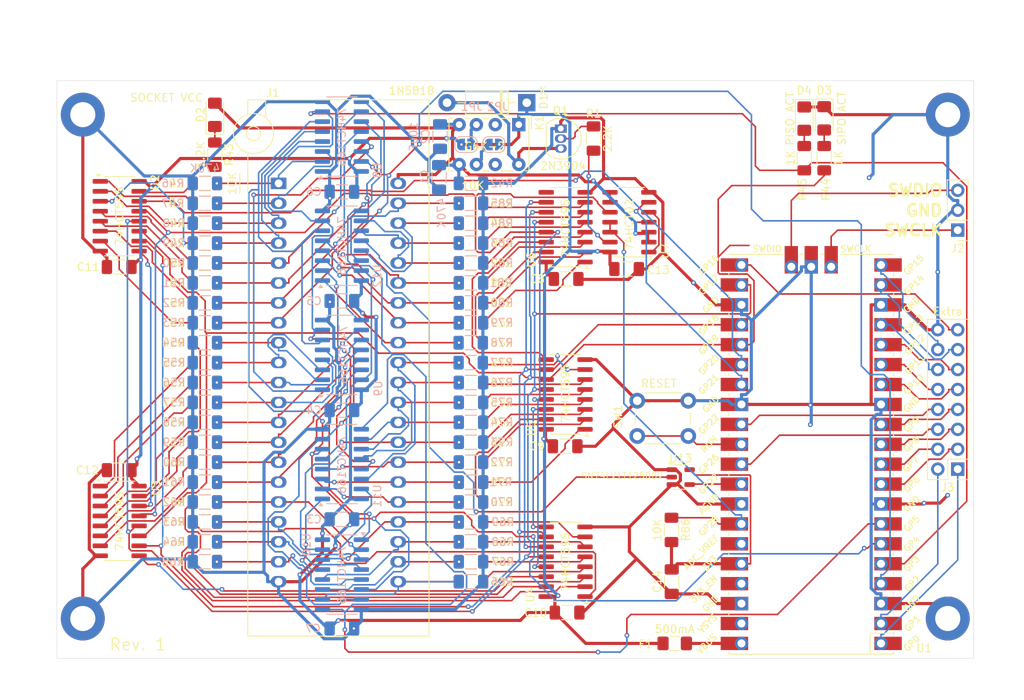
<source format=kicad_pcb>
(kicad_pcb (version 20240108) (generator "pcbnew") (generator_version "8.0")
  (layers (0 "F.Cu" signal) (31 "B.Cu" signal) (34 "B.Paste" user) (35 "F.Paste" user) (36 "B.SilkS" user "B.Silkscreen") (37 "F.SilkS" user "F.Silkscreen") (38 "B.Mask" user) (39 "F.Mask" user) (44 "Edge.Cuts" user))
  (net 0 "")
  (net 1 "GND")
  (net 2 "/SWITCHED_VCC")
  (net 3 "VCC")
  (net 4 "+3V3")
  (net 5 "Net-(D1-A)")
  (net 6 "Net-(D2-K)")
  (net 7 "Net-(D3-A)")
  (net 8 "Net-(D4-A)")
  (net 9 "Net-(U1-VBUS)")
  (net 10 "/ZIF_4")
  (net 11 "/ZIF_2")
  (net 12 "/ZIF_33")
  (net 13 "/ZIF_37")
  (net 14 "/ZIF_26")
  (net 15 "/ZIF_15")
  (net 16 "/ZIF_34")
  (net 17 "/ZIF_11")
  (net 18 "/ZIF_29")
  (net 19 "/ZIF_17")
  (net 20 "/ZIF_22")
  (net 21 "/ZIF_20")
  (net 22 "/ZIF_25")
  (net 23 "/ZIF_3")
  (net 24 "/ZIF_1")
  (net 25 "/ZIF_12")
  (net 26 "/ZIF_31")
  (net 27 "/ZIF_14")
  (net 28 "/ZIF_27")
  (net 29 "/ZIF_8")
  (net 30 "/ZIF_32")
  (net 31 "/ZIF_24")
  (net 32 "/ZIF_41")
  (net 33 "/ZIF_18")
  (net 34 "/ZIF_40")
  (net 35 "/ZIF_13")
  (net 36 "/ZIF_30")
  (net 37 "/ZIF_39")
  (net 38 "/ZIF_7")
  (net 39 "/ZIF_10")
  (net 40 "/ZIF_38")
  (net 41 "/ZIF_23")
  (net 42 "/ZIF_35")
  (net 43 "/ZIF_36")
  (net 44 "/ZIF_6")
  (net 45 "/ZIF_5")
  (net 46 "/ZIF_28")
  (net 47 "/ZIF_16")
  (net 48 "/ZIF_9")
  (net 49 "/ZIF_19")
  (net 50 "Net-(J2-Pin_3)")
  (net 51 "Net-(J2-Pin_1)")
  (net 52 "Net-(JP1-B)")
  (net 53 "Net-(JP2-B)")
  (net 56 "Net-(Q1-B)")
  (net 57 "Net-(R1-Pad1)")
  (net 58 "Net-(U2-QA)")
  (net 59 "Net-(U2-QB)")
  (net 60 "Net-(U2-QC)")
  (net 61 "Net-(U2-QD)")
  (net 62 "Net-(U2-QE)")
  (net 63 "Net-(U2-QF)")
  (net 64 "Net-(U2-QG)")
  (net 65 "Net-(U2-QH)")
  (net 66 "Net-(U3-QA)")
  (net 67 "Net-(U3-QB)")
  (net 68 "Net-(U3-QC)")
  (net 69 "Net-(U3-QD)")
  (net 70 "Net-(U3-QE)")
  (net 71 "Net-(U3-QF)")
  (net 72 "Net-(U3-QG)")
  (net 73 "Net-(U3-QH)")
  (net 74 "Net-(U4-QA)")
  (net 75 "Net-(U4-QB)")
  (net 76 "Net-(U4-QC)")
  (net 77 "Net-(U4-QD)")
  (net 78 "Net-(U4-QE)")
  (net 79 "Net-(U4-QF)")
  (net 80 "Net-(U4-QG)")
  (net 81 "Net-(U4-QH)")
  (net 82 "Net-(U5-QA)")
  (net 83 "Net-(U5-QB)")
  (net 84 "Net-(U5-QC)")
  (net 85 "Net-(U5-QD)")
  (net 86 "Net-(U5-QE)")
  (net 87 "Net-(U5-QF)")
  (net 88 "Net-(U5-QG)")
  (net 89 "Net-(U5-QH)")
  (net 90 "Net-(U6-QA)")
  (net 91 "Net-(U6-QB)")
  (net 92 "Net-(U6-QC)")
  (net 93 "Net-(U6-QD)")
  (net 94 "Net-(U6-QE)")
  (net 95 "Net-(U6-QF)")
  (net 96 "Net-(U6-QG)")
  (net 97 "Net-(U6-QH)")
  (net 98 "/SIPO_CLK")
  (net 99 "/PISO_CLK")
  (net 100 "Net-(U1-RUN)")
  (net 102 "/GPIO13")
  (net 103 "/~{SIPO_OE}")
  (net 105 "/GPIO12")
  (net 106 "/SIPO_SER")
  (net 107 "/GPIO8")
  (net 108 "/GPIO16")
  (net 109 "/GPIO14")
  (net 110 "/GPIO22")
  (net 111 "/GPIO26")
  (net 112 "/SIPO_RCLK")
  (net 113 "/GPIO1")
  (net 114 "/GPIO10")
  (net 115 "/GPIO6")
  (net 116 "/~{SIPO_CLR}")
  (net 117 "/GPIO0")
  (net 118 "/GPIO7")
  (net 120 "/GPIO11")
  (net 121 "/GPIO15")
  (net 122 "/PISO_SH")
  (net 123 "/GPIO9")
  (net 125 "/~{PISO_CLR}")
  (net 126 "/PISO_INH")
  (net 127 "/~{RELAY_ENABLE}")
  (net 128 "/PISO_SER_3V3")
  (net 131 "Net-(U2-QH')")
  (net 132 "Net-(U2-~{OE})")
  (net 133 "Net-(U3-QH')")
  (net 134 "Net-(U4-QH')")
  (net 135 "Net-(U5-QH')")
  (net 137 "Net-(U7-Pad4)")
  (net 138 "Net-(U7-Pad1)")
  (net 139 "Net-(U8-Qh)")
  (net 140 "Net-(U10-Ds)")
  (net 141 "Net-(U10-Qh)")
  (net 142 "Net-(U11-Qh)")
  (net 143 "/PISO_SER")
  (footprint "Resistor_SMD:R_1206_3216Metric_Pad1.30x1.75mm_HandSolder" (layer "F.Cu") (at 146.75 86.741 180)
    (property "Reference" "R29")
    (property "Value" "10K")
  )
  (footprint "Resistor_SMD:R_1206_3216Metric_Pad1.30x1.75mm_HandSolder" (layer "F.Cu") (at 172.309 97.917 -90)
    (property "Reference" "R86")
    (property "Value" "10K")
  )
  (footprint "Resistor_SMD:R_1206_3216Metric_Pad1.30x1.75mm_HandSolder" (layer "F.Cu") (at 112.841 91.821)
    (property "Reference" "R17")
    (property "Value" "10K")
  )
  (footprint "Resistor_SMD:R_1206_3216Metric_Pad1.30x1.75mm_HandSolder" (layer "F.Cu") (at 112.841 61.341)
    (property "Reference" "R5")
    (property "Value" "10K")
  )
  (footprint "Capacitor_SMD:C_1206_3216Metric_Pad1.33x1.80mm_HandSolder" (layer "F.Cu") (at 159.007 108.458)
    (property "Reference" "C10")
    (property "Value" "100nF")
  )
  (footprint "Capacitor_SMD:C_1206_3216Metric_Pad1.33x1.80mm_HandSolder" (layer "F.Cu") (at 166.5885 64.643)
    (property "Reference" "C13")
    (property "Value" "100nF")
  )
  (footprint "Resistor_SMD:R_1206_3216Metric_Pad1.30x1.75mm_HandSolder" (layer "F.Cu") (at 146.75 101.981 180)
    (property "Reference" "R23")
    (property "Value" "10K")
  )
  (footprint "MountingHole:MountingHole_3.2mm_M3_DIN965_Pad" (layer "F.Cu") (at 97.282 109.22)
    (property "Reference" "H4" (hide yes))
    (property "Value" "MountingHole_Pad")
  )
  (footprint "Capacitor_SMD:C_1206_3216Metric_Pad1.33x1.80mm_HandSolder" (layer "F.Cu") (at 158.88 65.913)
    (property "Reference" "C8")
    (property "Value" "100nF")
  )
  (footprint "Capacitor_SMD:C_1206_3216Metric_Pad1.33x1.80mm_HandSolder" (layer "F.Cu") (at 101.919 90.297 180)
    (property "Reference" "C12")
    (property "Value" "100nF")
  )
  (footprint "Diode_THT:D_DO-41_SOD81_P10.16mm_Horizontal" (layer "F.Cu") (at 153.862 43.434 180)
    (property "Reference" "D1")
    (property "Value" "1N5818")
  )
  (footprint "MountingHole:MountingHole_3.2mm_M3_DIN965_Pad" (layer "F.Cu") (at 97.282 44.958)
    (property "Reference" "H3" (hide yes))
    (property "Value" "MountingHole_Pad")
  )
  (footprint "Resistor_SMD:R_1206_3216Metric_Pad1.30x1.75mm_HandSolder" (layer "F.Cu") (at 112.841 68.961)
    (property "Reference" "R8")
    (property "Value" "10K")
  )
  (footprint "Resistor_SMD:R_1206_3216Metric_Pad1.30x1.75mm_HandSolder" (layer "F.Cu") (at 112.841 99.441)
    (property "Reference" "R20")
    (property "Value" "10K")
  )
  (footprint "Resistor_SMD:R_1206_3216Metric_Pad1.30x1.75mm_HandSolder" (layer "F.Cu") (at 112.841 101.981)
    (property "Reference" "R21")
    (property "Value" "10K")
  )
  (footprint "Resistor_SMD:R_1206_3216Metric_Pad1.30x1.75mm_HandSolder" (layer "F.Cu") (at 146.75 94.361 180)
    (property "Reference" "R26")
    (property "Value" "10K")
  )
  (footprint "Resistor_SMD:R_1206_3216Metric_Pad1.30x1.75mm_HandSolder" (layer "F.Cu") (at 146.724 74.041 180)
    (property "Reference" "R34")
    (property "Value" "10K")
  )
  (footprint "Package_SO:SOIC-14_3.9x8.7mm_P1.27mm" (layer "F.Cu") (at 166.946 58.674 180)
    (property "Reference" "U7")
    (property "Value" "74HCT02")
  )
  (footprint "Resistor_SMD:R_1206_3216Metric_Pad1.30x1.75mm_HandSolder" (layer "F.Cu") (at 112.841 63.881)
    (property "Reference" "R6")
    (property "Value" "10K")
  )
  (footprint "Resistor_SMD:R_1206_3216Metric_Pad1.30x1.75mm_HandSolder" (layer "F.Cu") (at 146.75 96.901 180)
    (property "Reference" "R25")
    (property "Value" "10K")
  )
  (footprint "Capacitor_SMD:C_1206_3216Metric_Pad1.33x1.80mm_HandSolder" (layer "F.Cu") (at 101.919 64.389 180)
    (property "Reference" "C11")
    (property "Value" "100nF")
  )
  (footprint "Resistor_SMD:R_1206_3216Metric_Pad1.30x1.75mm_HandSolder" (layer "F.Cu") (at 146.75 79.121 180)
    (property "Reference" "R32")
    (property "Value" "10K")
  )
  (footprint "Resistor_SMD:R_1206_3216Metric_Pad1.30x1.75mm_HandSolder" (layer "F.Cu") (at 146.75 91.821 180)
    (property "Reference" "R27")
    (property "Value" "10K")
  )
  (footprint "Resistor_SMD:R_1206_3216Metric_Pad1.30x1.75mm_HandSolder" (layer "F.Cu") (at 146.75 58.801 180)
    (property "Reference" "R40")
    (property "Value" "10K")
  )
  (footprint "Resistor_SMD:R_1206_3216Metric_Pad1.30x1.75mm_HandSolder" (layer "F.Cu") (at 112.841 71.501)
    (property "Reference" "R9")
    (property "Value" "10K")
  )
  (footprint "Resistor_SMD:R_1206_3216Metric_Pad1.30x1.75mm_HandSolder" (layer "F.Cu") (at 114.111 50.064 -90)
    (property "Reference" "R43")
    (property "Value" "1.2K")
  )
  (footprint "LED_SMD:LED_1206_3216Metric_Pad1.42x1.75mm_HandSolder" (layer "F.Cu") (at 191.77 45.4295 -90)
    (property "Reference" "D3")
    (property "Value" "SIPO ACT")
  )
  (footprint "Resistor_SMD:R_1206_3216Metric_Pad1.30x1.75mm_HandSolder" (layer "F.Cu") (at 146.75 81.661 180)
    (property "Reference" "R31")
    (property "Value" "10K")
  )
  (footprint "Package_SO:SOIC-16_3.9x9.9mm_P1.27mm" (layer "F.Cu") (at 101.984 96.774)
    (property "Reference" "U3")
    (property "Value" "74HCT595")
  )
  (footprint "LED_SMD:LED_1206_3216Metric_Pad1.42x1.75mm_HandSolder" (layer "F.Cu") (at 114.111 44.984 90)
    (property "Reference" "D2")
    (property "Value" "SOCKET VCC")
  )
  (footprint "Resistor_SMD:R_1206_3216Metric_Pad1.30x1.75mm_HandSolder" (layer "F.Cu") (at 112.841 74.041)
    (property "Reference" "R10")
    (property "Value" "10K")
  )
  (footprint "Resistor_SMD:R_1206_3216Metric_Pad1.30x1.75mm_HandSolder" (layer "F.Cu") (at 146.75 66.421 180)
    (property "Reference" "R37")
    (property "Value" "10K")
  )
  (footprint "Capacitor_SMD:C_1206_3216Metric_Pad1.33x1.80mm_HandSolder" (layer "F.Cu") (at 172.339 104.521 -90)
    (property "Reference" "C14")
    (property "Value" "100nF")
  )
  (footprint "Resistor_SMD:R_1206_3216Metric_Pad1.30x1.75mm_HandSolder" (layer "F.Cu") (at 112.841 86.741)
    (property "Reference" "R15")
    (property "Value" "10K")
  )
  (footprint "Package_SO:SOIC-16_3.9x9.9mm_P1.27mm" (layer "F.Cu") (at 101.984 57.912)
    (property "Reference" "U2")
    (property "Value" "74HCT595")
  )
  (footprint "Package_TO_SOT_THT:TO-92_Inline" (layer "F.Cu") (at 158.201 46.736 -90)
    (property "Reference" "Q1")
    (property "Value" "2N3904")
  )
  (footprint "Resistor_SMD:R_1206_3216Metric_Pad1.30x1.75mm_HandSolder" (layer "F.Cu") (at 112.841 84.201)
    (property "Reference" "R14")
    (property "Value" "10K")
  )
  (footprint "Resistor_SMD:R_1206_3216Metric_Pad1.30x1.75mm_HandSolder" (layer "F.Cu") (at 146.75 56.261 180)
    (property "Reference" "R41")
    (property "Value" "10K")
  )
  (footprint "Resistor_SMD:R_1206_3216Metric_Pad1.30x1.75mm_HandSolder" (layer "F.Cu") (at 146.75 63.881 180)
    (property "Reference" "R38")
    (property "Value" "10K")
  )
  (footprint "Resistor_SMD:R_1206_3216Metric_Pad1.30x1.75mm_HandSolder" (layer "F.Cu") (at 112.841 58.801)
    (property "Reference" "R4")
    (property "Value" "10K")
  )
  (footprint "Resistor_SMD:R_1206_3216Metric_Pad1.30x1.75mm_HandSolder" (layer "F.Cu") (at 112.841 53.721)
    (property "Reference" "R2")
    (property "Value" "10K")
  )
  (footprint "LED_SMD:LED_1206_3216Metric_Pad1.42x1.75mm_HandSolder" (layer "F.Cu") (at 189.23 45.466 -90)
    (property "Reference" "D4")
    (property "Value" "PISO ACT")
  )
  (footprint "Resistor_SMD:R_1206_3216Metric_Pad1.30x1.75mm_HandSolder" (layer "F.Cu") (at 112.841 81.661)
    (property "Reference" "R13")
    (property "Value" "10K")
  )
  (footprint "Package_TO_SOT_SMD:SOT-23-5" (layer "F.Cu") (at 173.482 91.186)
    (property "Reference" "U13")
    (property "Value" "SN74LV1T125DBV")
  )
  (footprint "Relay_THT:Relay_DPDT_Omron_G6K-2P-Y" (layer "F.Cu") (at 152.846 46.228 -90)
    (property "Reference" "K1")
    (property "Value" "G6K-2")
  )
  (footprint "Button_Switch_THT:SW_PUSH_6mm" (layer "F.Cu") (at 174.446 85.943 180)
    (property "Reference" "SW1")
    (property "Value" "RESET")
  )
  (footprint "Resistor_SMD:R_1206_3216Metric_Pad1.30x1.75mm_HandSolder" (layer "F.Cu") (at 191.77 50.5095 90)
    (property "Reference" "R44")
    (property "Value" "1K")
  )
  (footprint "Resistor_SMD:R_1206_3216Metric_Pad1.30x1.75mm_HandSolder" (layer "F.Cu") (at 112.841 79.121)
    (property "Reference" "R12")
    (property "Value" "10K")
  )
  (footprint "Resistor_SMD:R_1206_3216Metric_Pad1.30x1.75mm_HandSolder" (layer "F.Cu") (at 162.371 48.006 90)
    (property "Reference" "R1")
    (property "Value" "2.2K")
  )
  (footprint "Socket:DIP_Socket-42_W11.9_W12.7_W15.24_W17.78_W18.5_3M_242-1281-00-0602J" (layer "F.Cu") (at 122.239 53.721)
    (property "Reference" "J1")
    (property "Value" "ZIF Socket")
  )
  (footprint "MountingHole:MountingHole_3.2mm_M3_DIN965_Pad" (layer "F.Cu") (at 207.518 44.958)
    (property "Reference" "H1" (hide yes))
    (property "Value" "MountingHole_Pad")
  )
  (footprint "Resistor_SMD:R_1206_3216Metric_Pad1.30x1.75mm_HandSolder" (layer "F.Cu") (at 146.75 71.501 180)
    (property "Reference" "R35")
    (property "Value" "10K")
  )
  (footprint "Resistor_SMD:R_1206_3216Metric_Pad1.30x1.75mm_HandSolder" (layer "F.Cu") (at 146.75 68.961 180)
    (property "Reference" "R36")
    (property "Value" "10K")
  )
  (footprint "Package_SO:SOIC-16_3.9x9.9mm_P1.27mm" (layer "F.Cu") (at 158.815 80.645 180)
    (property "Reference" "U5")
    (property "Value" "74HCT595")
  )
  (footprint "Connector_PinHeader_2.54mm:PinHeader_1x03_P2.54mm_Vertical" (layer "F.Cu") (at 208.788 59.69 180)
    (property "Reference" "J2")
    (property "Value" "Debug Header")
  )
  (footprint "Resistor_SMD:R_1206_3216Metric_Pad1.30x1.75mm_HandSolder" (layer "F.Cu") (at 146.75 104.521 180)
    (property "Reference" "R22")
    (property "Value" "10K")
  )
  (footprint "Package_SO:SOIC-16_3.9x9.9mm_P1.27mm" (layer "F.Cu") (at 158.815 101.981 180)
    (property "Reference" "U4")
    (property "Value" "74HCT595")
  )
  (footprint "Fuse:Fuse_1206_3216Metric_Pad1.42x1.75mm_HandSolder" (layer "F.Cu") (at 172.72 112.395 180)
    (property "Reference" "F1")
    (property "Value" "500mA")
  )
  (footprint "MCU_RaspberryPi_and_Boards:RPi_Pico_SMD_TH" (layer "F.Cu") (at 190.119 88.265 180)
    (property "Reference" "U1")
    (property "Value" "Pico")
  )
  (footprint "Resistor_SMD:R_1206_3216Metric_Pad1.30x1.75mm_HandSolder" (layer "F.Cu") (at 146.75 89.281 180)
    (property "Reference" "R28")
    (property "Value" "10K")
  )
  (footprint "Resistor_SMD:R_1206_3216Metric_Pad1.30x1.75mm_HandSolder" (layer "F.Cu") (at 112.841 94.361)
    (property "Reference" "R18")
    (property "Value" "10K")
  )
  (footprint "Resistor_SMD:R_1206_3216Metric_Pad1.30x1.75mm_HandSolder" (layer "F.Cu") (at 112.841 76.581)
    (property "Reference" "R11")
    (property "Value" "10K")
  )
  (footprint "Resistor_SMD:R_1206_3216Metric_Pad1.30x1.75mm_HandSolder" (layer "F.Cu") (at 112.841 89.281)
    (property "Reference" "R16")
    (property "Value" "10K")
  )
  (footprint "Resistor_SMD:R_1206_3216Metric_Pad1.30x1.75mm_HandSolder" (layer "F.Cu") (at 146.75 84.201 180)
    (property "Reference" "R30")
    (property "Value" "10K")
  )
  (footprint "Connector_PinHeader_2.54mm:PinHeader_2x08_P2.54mm_Vertical" (layer "F.Cu") (at 208.788 90.17 180)
    (property "Reference" "J3")
    (property "Value" "Extra")
  )
  (footprint "Package_SO:SOIC-16_3.9x9.9mm_P1.27mm" (layer "F.Cu") (at 158.815 59.309 180)
    (property "Reference" "U6")
    (property "Value" "74HCT595")
  )
  (footprint "Resistor_SMD:R_1206_3216Metric_Pad1.30x1.75mm_HandSolder" (layer "F.Cu") (at 146.75 61.341 180)
    (property "Reference" "R39")
    (property "Value" "10K")
  )
  (footprint "Resistor_SMD:R_1206_3216Metric_Pad1.30x1.75mm_HandSolder" (layer "F.Cu") (at 112.841 66.421)
    (property "Reference" "R7")
    (property "Value" "10K")
  )
  (footprint "Resistor_SMD:R_1206_3216Metric_Pad1.30x1.75mm_HandSolder" (layer "F.Cu") (at 189.23 50.5095 90)
    (property "Reference" "R45")
    (property "Value" "1K")
  )
  (footprint "Resistor_SMD:R_1206_3216Metric_Pad1.30x1.75mm_HandSolder" (layer "F.Cu") (at 146.724 76.581 180)
    (property "Reference" "R33")
    (property "Value" "10K")
  )
  (footprint "MountingHole:MountingHole_3.2mm_M3_DIN965_Pad" (layer "F.Cu") (at 207.518 109.22)
    (property "Reference" "H2" (hide yes))
    (property "Value" "MountingHole_Pad")
  )
  (footprint "Resistor_SMD:R_1206_3216Metric_Pad1.30x1.75mm_HandSolder" (layer "F.Cu") (at 146.75 99.441 180)
    (property "Reference" "R24")
    (property "Value" "10K")
  )
  (footprint "Resistor_SMD:R_1206_3216Metric_Pad1.30x1.75mm_HandSolder" (layer "F.Cu") (at 112.841 56.261)
    (property "Reference" "R3")
    (property "Value" "10K")
  )
  (footprint "Capacitor_SMD:C_1206_3216Metric_Pad1.33x1.80mm_HandSolder" (layer "F.Cu") (at 158.753 87.249)
    (property "Reference" "C9")
    (property "Value" "100nF")
  )
  (footprint "Resistor_SMD:R_1206_3216Metric_Pad1.30x1.75mm_HandSolder" (layer "F.Cu") (at 112.841 96.901)
    (property "Reference" "R19")
    (property "Value" "10K")
  )
  (footprint "Resistor_SMD:R_1206_3216Metric_Pad1.30x1.75mm_HandSolder" (layer "B.Cu") (at 112.841 101.981 180)
    (property "Reference" "R65")
    (property "Value" "470K")
  )
  (footprint "Package_SO:SOIC-16_3.9x9.9mm_P1.27mm" (layer "B.Cu") (at 130.302 75.5978)
    (property "Reference" "U9")
    (property "Value" "74HCT166")
  )
  (footprint "Capacitor_SMD:C_1206_3216Metric_Pad1.33x1.80mm_HandSolder" (layer "B.Cu") (at 130.302 54.7984 180)
    (property "Reference" "C6")
    (property "Value" "100nF")
  )
  (footprint "Capacitor_SMD:C_1206_3216Metric_Pad1.33x1.80mm_HandSolder" (layer "B.Cu") (at 130.302 96.5671)
    (property "Reference" "C3")
    (property "Value" "100nF")
  )
  (footprint "Resistor_SMD:R_1206_3216Metric_Pad1.30x1.75mm_HandSolder" (layer "B.Cu") (at 146.75 53.721 180)
    (property "Reference" "R42")
    (property "Value" "470K")
  )
  (footprint "Resistor_SMD:R_1206_3216Metric_Pad1.30x1.75mm_HandSolder" (layer "B.Cu") (at 146.75 91.821)
    (property "Reference" "R71")
    (property "Value" "470K")
  )
  (footprint "Resistor_SMD:R_1206_3216Metric_Pad1.30x1.75mm_HandSolder" (layer "B.Cu") (at 112.841 61.341 180)
    (property "Reference" "R49")
    (property "Value" "470K")
  )
  (footprint "Resistor_SMD:R_1206_3216Metric_Pad1.30x1.75mm_HandSolder" (layer "B.Cu") (at 146.75 68.961)
    (property "Reference" "R80")
    (property "Value" "470K")
  )
  (footprint "Capacitor_SMD:C_1206_3216Metric_Pad1.33x1.80mm_HandSolder" (layer "B.Cu") (at 142.813 47.752 -90)
    (property "Reference" "C2")
    (property "Value" "10uF")
  )
  (footprint "Resistor_SMD:R_1206_3216Metric_Pad1.30x1.75mm_HandSolder" (layer "B.Cu") (at 146.75 104.521)
    (property "Reference" "R66")
    (property "Value" "470K")
  )
  (footprint "Resistor_SMD:R_1206_3216Metric_Pad1.30x1.75mm_HandSolder" (layer "B.Cu") (at 146.75 56.261)
    (property "Reference" "R85")
    (property "Value" "470K")
  )
  (footprint "Jumper:SolderJumper-2_P1.3mm_Open_RoundedPad1.0x1.5mm" (layer "B.Cu") (at 146.13 48.768)
    (property "Reference" "JP1")
    (property "Value" "Switch 1")
  )
  (footprint "Capacitor_SMD:C_1206_3216Metric_Pad1.33x1.80mm_HandSolder" (layer "B.Cu") (at 130.302 68.7213 180)
    (property "Reference" "C5")
    (property "Value" "100nF")
  )
  (footprint "Package_SO:SOIC-16_3.9x9.9mm_P1.27mm" (layer "B.Cu") (at 130.302 89.5207)
    (property "Reference" "U11")
    (property "Value" "74HCT166")
  )
  (footprint "Resistor_SMD:R_1206_3216Metric_Pad1.30x1.75mm_HandSolder" (layer "B.Cu") (at 112.841 81.661 180)
    (property "Reference" "R57")
    (property "Value" "470K")
  )
  (footprint "Resistor_SMD:R_1206_3216Metric_Pad1.30x1.75mm_HandSolder" (layer "B.Cu") (at 112.841 71.501 180)
    (property "Reference" "R53")
    (property "Value" "470K")
  )
  (footprint "Resistor_SMD:R_1206_3216Metric_Pad1.30x1.75mm_HandSolder" (layer "B.Cu") (at 146.75 58.801)
    (property "Reference" "R84")
    (property "Value" "470K")
  )
  (footprint "Capacitor_SMD:C_1206_3216Metric_Pad1.33x1.80mm_HandSolder" (layer "B.Cu") (at 130.302 82.6442 180)
    (property "Reference" "C4")
    (property "Value" "100nF")
  )
  (footprint "Resistor_SMD:R_1206_3216Metric_Pad1.30x1.75mm_HandSolder" (layer "B.Cu") (at 146.75 101.981)
    (property "Reference" "R67")
    (property "Value" "470K")
  )
  (footprint "Resistor_SMD:R_1206_3216Metric_Pad1.30x1.75mm_HandSolder" (layer "B.Cu") (at 112.841 96.901 180)
    (property "Reference" "R63")
    (property "Value" "470K")
  )
  (footprint "Jumper:SolderJumper-2_P1.3mm_Open_RoundedPad1.0x1.5mm" (layer "B.Cu") (at 149.671 48.768 180)
    (property "Reference" "JP2")
    (property "Value" "Switch 2")
  )
  (footprint "Resistor_SMD:R_1206_3216Metric_Pad1.30x1.75mm_HandSolder" (layer "B.Cu") (at 112.841 89.281 180)
    (property "Reference" "R60")
    (property "Value" "470K")
  )
  (footprint "Package_SO:SOIC-16_3.9x9.9mm_P1.27mm" (layer "B.Cu") (at 130.302 47.752)
    (property "Reference" "U8")
    (property "Value" "74HCT166")
  )
  (footprint "Resistor_SMD:R_1206_3216Metric_Pad1.30x1.75mm_HandSolder" (layer "B.Cu") (at 112.841 63.881 180)
    (property "Reference" "R50")
    (property "Value" "470K")
  )
  (footprint "Resistor_SMD:R_1206_3216Metric_Pad1.30x1.75mm_HandSolder" (layer "B.Cu") (at 112.841 94.361 180)
    (property "Reference" "R62")
    (property "Value" "470K")
  )
  (footprint "Resistor_SMD:R_1206_3216Metric_Pad1.30x1.75mm_HandSolder" (layer "B.Cu") (at 112.841 68.961 180)
    (property "Reference" "R52")
    (property "Value" "470K")
  )
  (footprint "Resistor_SMD:R_1206_3216Metric_Pad1.30x1.75mm_HandSolder" (layer "B.Cu") (at 146.75 71.501)
    (property "Reference" "R79")
    (property "Value" "470K")
  )
  (footprint "Resistor_SMD:R_1206_3216Metric_Pad1.30x1.75mm_HandSolder" (layer "B.Cu") (at 112.841 86.741 180)
    (property "Reference" "R59")
    (property "Value" "470K")
  )
  (footprint "Resistor_SMD:R_1206_3216Metric_Pad1.30x1.75mm_HandSolder" (layer "B.Cu") (at 112.841 53.721 180)
    (property "Reference" "R46")
    (property "Value" "470K")
  )
  (footprint "Resistor_SMD:R_1206_3216Metric_Pad1.30x1.75mm_HandSolder" (layer "B.Cu") (at 146.75 86.741)
    (property "Reference" "R73")
    (property "Value" "470K")
  )
  (footprint "Resistor_SMD:R_1206_3216Metric_Pad1.30x1.75mm_HandSolder" (layer "B.Cu") (at 146.75 84.201)
    (property "Reference" "R74")
    (property "Value" "470K")
  )
  (footprint "Resistor_SMD:R_1206_3216Metric_Pad1.30x1.75mm_HandSolder" (layer "B.Cu") (at 146.724 76.581)
    (property "Reference" "R77")
    (property "Value" "470K")
  )
  (footprint "Resistor_SMD:R_1206_3216Metric_Pad1.30x1.75mm_HandSolder" (layer "B.Cu") (at 146.75 66.421)
    (property "Reference" "R81")
    (property "Value" "470K")
  )
  (footprint "Resistor_SMD:R_1206_3216Metric_Pad1.30x1.75mm_HandSolder" (layer "B.Cu") (at 146.75 99.441)
    (property "Reference" "R68")
    (property "Value" "470K")
  )
  (footprint "Resistor_SMD:R_1206_3216Metric_Pad1.30x1.75mm_HandSolder" (layer "B.Cu") (at 112.841 56.261 180)
    (property "Reference" "R47")
    (property "Value" "470K")
  )
  (footprint "Package_SO:SOIC-16_3.9x9.9mm_P1.27mm" (layer "B.Cu") (at 130.302 103.6136 180)
    (property "Reference" "U10")
    (property "Value" "74HCT166")
  )
  (footprint "Resistor_SMD:R_1206_3216Metric_Pad1.30x1.75mm_HandSolder" (layer "B.Cu") (at 112.841 99.441 180)
    (property "Reference" "R64")
    (property "Value" "470K")
  )
  (footprint "Resistor_SMD:R_1206_3216Metric_Pad1.30x1.75mm_HandSolder" (layer "B.Cu") (at 112.841 91.821 180)
    (property "Reference" "R61")
    (property "Value" "470K")
  )
  (footprint "Capacitor_SMD:C_1206_3216Metric_Pad1.33x1.80mm_HandSolder" (layer "B.Cu") (at 142.686 52.959 -90)
    (property "Reference" "C1")
    (property "Value" "100nF")
  )
  (footprint "Resistor_SMD:R_1206_3216Metric_Pad1.30x1.75mm_HandSolder" (layer "B.Cu") (at 112.841 66.421 180)
    (property "Reference" "R51")
    (property "Value" "470K")
  )
  (footprint "Resistor_SMD:R_1206_3216Metric_Pad1.30x1.75mm_HandSolder" (layer "B.Cu") (at 146.75 61.341)
    (property "Reference" "R83")
    (property "Value" "470K")
  )
  (footprint "Resistor_SMD:R_1206_3216Metric_Pad1.30x1.75mm_HandSolder" (layer "B.Cu") (at 146.75 94.361)
    (property "Reference" "R70")
    (property "Value" "470K")
  )
  (footprint "Package_SO:SOIC-16_3.9x9.9mm_P1.27mm" (layer "B.Cu") (at 130.302 61.6749)
    (property "Reference" "U12")
    (property "Value" "74HCT166")
  )
  (footprint "Capacitor_SMD:C_1206_3216Metric_Pad1.33x1.80mm_HandSolder" (layer "B.Cu") (at 130.302 110.49)
    (property "Reference" "C7")
    (property "Value" "100nF")
  )
  (footprint "Resistor_SMD:R_1206_3216Metric_Pad1.30x1.75mm_HandSolder" (layer "B.Cu") (at 112.841 84.201 180)
    (property "Reference" "R58")
    (property "Value" "470K")
  )
  (footprint "Resistor_SMD:R_1206_3216Metric_Pad1.30x1.75mm_HandSolder" (layer "B.Cu") (at 146.75 63.881)
    (property "Reference" "R82")
    (property "Value" "470K")
  )
  (footprint "Resistor_SMD:R_1206_3216Metric_Pad1.30x1.75mm_HandSolder" (layer "B.Cu") (at 146.75 79.121)
    (property "Reference" "R76")
    (property "Value" "470K")
  )
  (footprint "Resistor_SMD:R_1206_3216Metric_Pad1.30x1.75mm_HandSolder" (layer "B.Cu") (at 146.75 96.901)
    (property "Reference" "R69")
    (property "Value" "470K")
  )
  (footprint "Resistor_SMD:R_1206_3216Metric_Pad1.30x1.75mm_HandSolder" (layer "B.Cu") (at 112.841 74.041 180)
    (property "Reference" "R54")
    (property "Value" "470K")
  )
  (footprint "Resistor_SMD:R_1206_3216Metric_Pad1.30x1.75mm_HandSolder" (layer "B.Cu") (at 146.75 81.661)
    (property "Reference" "R75")
    (property "Value" "470K")
  )
  (footprint "Resistor_SMD:R_1206_3216Metric_Pad1.30x1.75mm_HandSolder" (layer "B.Cu") (at 112.841 79.121 180)
    (property "Reference" "R56")
    (property "Value" "470K")
  )
  (footprint "Resistor_SMD:R_1206_3216Metric_Pad1.30x1.75mm_HandSolder" (layer "B.Cu") (at 146.724 74.041)
    (property "Reference" "R78")
    (property "Value" "470K")
  )
  (footprint "Resistor_SMD:R_1206_3216Metric_Pad1.30x1.75mm_HandSolder" (layer "B.Cu") (at 112.841 58.801 180)
    (property "Reference" "R48")
    (property "Value" "470K")
  )
  (footprint "Resistor_SMD:R_1206_3216Metric_Pad1.30x1.75mm_HandSolder" (layer "B.Cu") (at 146.75 89.281)
    (property "Reference" "R72")
    (property "Value" "470K")
  )
  (footprint "Resistor_SMD:R_1206_3216Metric_Pad1.30x1.75mm_HandSolder" (layer "B.Cu") (at 112.841 76.581 180)
    (property "Reference" "R55")
    (property "Value" "470K")
  )
  (gr_line (start 93.98 114.3) (end 93.98 40.64) (stroke (width 0.05)) (layer "Edge.Cuts"))
  (gr_line (start 93.98 40.64) (end 210.82 40.64) (stroke (width 0.05)) (layer "Edge.Cuts"))
  (gr_line (start 210.82 40.64) (end 210.82 114.3) (stroke (width 0.05)) (layer "Edge.Cuts"))
  (gr_line (start 210.82 114.3) (end 93.98 114.3) (stroke (width 0.05)) (layer "Edge.Cuts"))
  (gr_text "GND" (at 206.988 57.165 0) (layer "F.SilkS") (effects (font (size 1.5 1.5) (thickness 0.3) (bold yes)) (justify right)))
  (gr_text "SWCLK" (at 207.01 59.69 0) (layer "F.SilkS") (effects (font (size 1.5 1.5) (thickness 0.3) (bold yes)) (justify right)))
  (gr_text "Rev. 1" (at 100.584 113.411 0) (layer "F.SilkS") (effects (font (size 1.5 1.5)) (justify left bottom)))
  (gr_text "SWDIO" (at 207.01 54.61 0) (layer "F.SilkS") (effects (font (size 1.5 1.5) (thickness 0.3) (bold yes)) (justify right)))
  (gr_text "SWCLK" (at 195.819 62.065 0) (layer "F.SilkS") (effects (font (size 0.8 0.8))))
  (segment (start 161.0141 108.458) (end 160.5695 108.458) (width 0.4) (layer "F.Cu") (net 1))
  (segment (start 204.5 94.5) (end 206.5 94.5) (width 0.4) (layer "F.Cu") (net 1))
  (segment (start 171.2089 56.157) (end 171.2089 62.4932) (width 0.4) (layer "F.Cu") (net 1))
  (segment (start 166.9445 100.689) (end 166.9445 97.536) (width 0.4) (layer "F.Cu") (net 1))
  (segment (start 172.339 106.0835) (end 167.8638 101.6083) (width 0.4) (layer "F.Cu") (net 1))
  (segment (start 181.229 69.215) (end 177.9307 69.215) (width 0.4) (layer "F.Cu") (net 1))
  (segment (start 173.4456 90.8047) (end 172.8769 90.236) (width 0.4) (layer "F.Cu") (net 1))
  (segment (start 113.8545 51.3575) (end 114.111 51.614) (width 0.4) (layer "F.Cu") (net 1))
  (segment (start 202.0607 69.215) (end 202.0607 69.4544) (width 0.4) (layer "F.Cu") (net 1))
  (segment (start 167.946 81.443) (end 162.703 76.2) (width 0.4) (layer "F.Cu") (net 1))
  (segment (start 181.229 81.915) (end 189.915 81.915) (width 0.4) (layer "F.Cu") (net 1))
  (segment (start 97.282 102.8866) (end 98.9496 101.219) (width 0.4) (layer "F.Cu") (net 1))
  (segment (start 199.009 94.615) (end 204.385 94.615) (width 0.4) (layer "F.Cu") (net 1))
  (segment (start 199.009 69.215) (end 197.7573 69.215) (width 0.4) (layer "F.Cu") (net 1))
  (segment (start 99.7546 90.297) (end 98.1107 91.9409) (width 0.4) (layer "F.Cu") (net 1))
  (segment (start 122.239 104.521) (end 123.6407 104.521) (width 0.4) (layer "F.Cu") (net 1))
  (segment (start 181.229 94.615) (end 175.6348 94.615) (width 0.4) (layer "F.Cu") (net 1))
  (segment (start 173.4456 91.6144) (end 173.4456 90.8047) (width 0.4) (layer "F.Cu") (net 1))
  (segment (start 125.1295 104.521) (end 129.483 100.1675) (width 0.4) (layer "F.Cu") (net 1))
  (segment (start 172.3445 92.136) (end 166.9445 97.536) (width 0.4) (layer "F.Cu") (net 1))
  (segment (start 173.0399 92.0201) (end 173.4456 91.6144) (width 0.4) (layer "F.Cu") (net 1))
  (segment (start 204.385 94.615) (end 204.5 94.5) (width 0.4) (layer "F.Cu") (net 1))
  (segment (start 189.23 43.9785) (end 191.7335 43.9785) (width 0.4) (layer "F.Cu") (net 1))
  (segment (start 177.9307 69.215) (end 171.2089 62.4932) (width 0.4) (layer "F.Cu") (net 1))
  (segment (start 190 82) (end 190.085 81.915) (width 0.4) (layer "F.Cu") (net 1))
  (segment (start 158.201 45.8093) (end 158.6385 45.3718) (width 0.4) (layer "F.Cu") (net 1))
  (segment (start 172.3445 92.136) (end 172.924 92.136) (width 0.4) (layer "F.Cu") (net 1))
  (segment (start 158.6385 45.3718) (end 163.2952 45.3718) (width 0.4) (layer "F.Cu") (net 1))
  (segment (start 161.9044 54.864) (end 161.29 54.864) (width 0.4) (layer "F.Cu") (net 1))
  (segment (start 163.2952 45.3718) (end 163.6513 45.7279) (width 0.4) (layer "F.Cu") (net 1))
  (segment (start 202.0607 69.4544) (end 204.9963 72.39) (width 0.4) (layer "F.Cu") (net 1))
  (segment (start 97.282 109.22) (end 97.282 102.8866) (width 0.4) (layer "F.Cu") (net 1))
  (segment (start 172.924 92.136) (end 173.0399 92.0201) (width 0.4) (layer "F.Cu") (net 1))
  (segment (start 166.9445 97.536) (end 161.29 97.536) (width 0.4) (layer "F.Cu") (net 1))
  (segment (start 199.009 69.215) (end 202.0607 69.215) (width 0.4) (layer "F.Cu") (net 1))
  (segment (start 163.6513 53.1171) (end 161.9044 54.864) (width 0.4) (layer "F.Cu") (net 1))
  (segment (start 158.201 46.736) (end 158.201 45.8093) (width 0.4) (layer "F.Cu") (net 1))
  (segment (start 172.8769 90.236) (end 172.3445 90.236) (width 0.4) (layer "F.Cu") (net 1))
  (segment (start 168.151 64.643) (end 166.8274 65.9666) (width 0.4) (layer "F.Cu") (net 1))
  (segment (start 163.6513 45.7279) (end 163.6513 53.1171) (width 0.4) (layer "F.Cu") (net 1))
  (segment (start 206.5 94.5) (end 207.5 93.5) (width 0.4) (layer "F.Cu") (net 1))
  (segment (start 98.1107 91.9409) (end 98.1107 100.3801) (width 0.4) (layer "F.Cu") (net 1))
  (segment (start 100.3565 63.2045) (end 100.3565 64.389) (width 0.4) (layer "F.Cu") (net 1))
  (segment (start 164.8966 84.4924) (end 167.946 81.443) (width 0.4) (layer "F.Cu") (net 1))
  (segment (start 169.421 54.864) (end 169.9159 54.864) (width 0.4) (layer "F.Cu") (net 1))
  (segment (start 197.7573 81.915) (end 197.7573 69.215) (width 0.4) (layer "F.Cu") (net 1))
  (segment (start 205.613 107.315) (end 207.518 109.22) (width 0.4) (layer "F.Cu") (net 1))
  (segment (start 129.483 100.1675) (end 129.483 99.9487) (width 0.4) (layer "F.Cu") (net 1))
  (segment (start 167.6741 53.1171) (end 169.421 54.864) (width 0.4) (layer "F.Cu") (net 1))
  (segment (start 192.786 44.958) (end 191.77 43.942) (width 0.4) (layer "F.Cu") (net 1))
  (segment (start 164.8966 84.9695) (end 164.8966 84.4924) (width 0.4) (layer "F.Cu") (net 1))
  (segment (start 97.282 44.958) (end 97.282 60.6843) (width 0.4) (layer "F.Cu") (net 1))
  (segment (start 163.6513 53.1171) (end 167.6741 53.1171) (width 0.4) (layer "F.Cu") (net 1))
  (segment (start 199.009 81.915) (end 197.7573 81.915) (width 0.4) (layer "F.Cu") (net 1))
  (segment (start 169.0591 64.643) (end 168.151 64.643) (width 0.4) (layer "F.Cu") (net 1))
  (segment (start 167.8638 101.6083) (end 166.9445 100.689) (width 0.4) (layer "F.Cu") (net 1))
  (segment (start 171.2089 62.4932) (end 169.0591 64.643) (width 0.4) (layer "F.Cu") (net 1))
  (segment (start 100.3565 90.297) (end 99.7546 90.297) (width 0.4) (layer "F.Cu") (net 1))
  (segment (start 98.9547 62.357) (end 99.509 62.357) (width 0.4) (layer "F.Cu") (net 1))
  (segment (start 207.518 44.958) (end 192.786 44.958) (width 0.4) (layer "F.Cu") (net 1))
  (segment (start 99.509 62.357) (end 100.3565 63.2045) (width 0.4) (layer "F.Cu") (net 1))
  (segment (start 167.8638 101.6083) (end 161.0141 108.458) (width 0.4) (layer "F.Cu") (net 1))
  (segment (start 178.1773 107.315) (end 176.9458 106.0835) (width 0.4) (layer "F.Cu") (net 1))
  (segment (start 162.6171 87.249) (end 164.8966 84.9695) (width 0.4) (layer "F.Cu") (net 1))
  (segment (start 189.915 81.915) (end 190 82) (width 0.4) (layer "F.Cu") (net 1))
  (segment (start 166.8274 65.9666) (end 160.4961 65.9666) (width 0.4) (layer "F.Cu") (net 1))
  (segment (start 160.3155 87.249) (end 162.6171 87.249) (width 0.4) (layer "F.Cu") (net 1))
  (segment (start 98.9496 101.219) (end 99.509 101.219) (width 0.4) (layer "F.Cu") (net 1))
  (segment (start 98.1107 100.3801) (end 98.9496 101.219) (width 0.4) (layer "F.Cu") (net 1))
  (segment (start 190.085 81.915) (end 197.7573 81.915) (width 0.4) (layer "F.Cu") (net 1))
  (segment (start 112.7153 51.3575) (end 113.8545 51.3575) (width 0.4) (layer "F.Cu") (net 1))
  (segment (start 123.6407 104.521) (end 125.1295 104.521) (width 0.4) (layer "F.Cu") (net 1))
  (segment (start 172.3445 90.236) (end 170.1631 90.236) (width 0.4) (layer "F.Cu") (net 1))
  (segment (start 169.9159 54.864) (end 171.2089 56.157) (width 0.4) (layer "F.Cu") (net 1))
  (segment (start 181.229 107.315) (end 178.1773 107.315) (width 0.4) (layer "F.Cu") (net 1))
  (segment (start 176.9458 106.0835) (end 172.339 106.0835) (width 0.4) (layer "F.Cu") (net 1))
  (segment (start 160.4961 65.9666) (end 160.4425 65.913) (width 0.4) (layer "F.Cu") (net 1))
  (segment (start 97.282 60.6843) (end 98.9547 62.357) (width 0.4) (layer "F.Cu") (net 1))
  (segment (start 191.7335 43.9785) (end 191.77 43.942) (width 0.4) (layer "F.Cu") (net 1))
  (segment (start 170.1631 90.236) (end 164.8966 84.9695) (width 0.4) (layer "F.Cu") (net 1))
  (segment (start 174.446 81.443) (end 167.946 81.443) (width 0.4) (layer "F.Cu") (net 1))
  (segment (start 162.703 76.2) (end 161.29 76.2) (width 0.4) (layer "F.Cu") (net 1))
  (segment (start 199.009 107.315) (end 205.613 107.315) (width 0.4) (layer "F.Cu") (net 1))
  (segment (start 175.6348 94.615) (end 173.0399 92.0201) (width 0.4) (layer "F.Cu") (net 1))
  (segment (start 206.248 72.39) (end 204.9963 72.39) (width 0.4) (layer "F.Cu") (net 1))
  (via (at 190 82) (size 0.6) (drill 0.3) (layers "F.Cu" "B.Cu") (net 1))
  (via (at 131.826 110.49) (size 0.6) (drill 0.3) (layers "F.Cu" "B.Cu") (net 1))
  (via (at 131.318 97.282) (size 0.6) (drill 0.3) (layers "F.Cu" "B.Cu") (net 1))
  (via (at 129.483 99.9487) (size 0.6) (drill 0.3) (layers "F.Cu" "B.Cu") (net 1))
  (via (at 207.5 93.5) (size 0.6) (drill 0.3) (layers "F.Cu" "B.Cu") (net 1))
  (via (at 128.778 68.834) (size 0.6) (drill 0.3) (layers "F.Cu" "B.Cu") (net 1))
  (via (at 175.10785 66.39215) (size 0.6) (drill 0.3) (layers "F.Cu" "B.Cu") (net 1))
  (via (at 197.5 53) (size 0.6) (drill 0.3) (layers "F.Cu" "B.Cu") (net 1))
  (via (at 204.5 94.5) (size 0.6) (drill 0.3) (layers "F.Cu" "B.Cu") (net 1))
  (via (at 112.7153 51.3575) (size 0.6) (drill 0.3) (layers "F.Cu" "B.Cu") (net 1))
  (via (at 206.248 65.024) (size 0.6) (drill 0.3) (layers "F.Cu" "B.Cu") (net 1))
  (via (at 190 84.5) (size 0.6) (drill 0.3) (layers "F.Cu" "B.Cu") (net 1))
  (via (at 128.778 55.626) (size 0.6) (drill 0.3) (layers "F.Cu" "B.Cu") (net 1))
  (segment (start 142.7317 49.3145) (end 142.813 49.3145) (width 0.4) (layer "B.Cu") (net 1))
  (segment (start 128.7395 70.7043) (end 128.3085 71.1353) (width 0.4) (layer "B.Cu") (net 1))
  (segment (start 148.3 104.521) (end 148.3 101.981) (width 0.4) (layer "B.Cu") (net 1))
  (segment (start 129.6104 75.812) (end 129.6104 76.393) (width 0.4) (layer "B.Cu") (net 1))
  (segment (start 148.3 79.121) (end 148.3 76.607) (width 0.4) (layer "B.Cu") (net 1))
  (segment (start 181.7767 80.6633) (end 181.229 80.6633) (width 0.4) (layer "B.Cu") (net 1))
  (segment (start 139.2948 48.8722) (end 139.2948 48.0319) (width 0.4) (layer "B.Cu") (net 1))
  (segment (start 131.8645 96.5671) (end 131.318 97.1136) (width 0.4) (layer "B.Cu") (net 1))
  (segment (start 198.4613 106.0633) (end 199.009 106.0633) (width 0.4) (layer "B.Cu") (net 1))
  (segment (start 148.3 66.421) (end 148.3 68.961) (width 0.4) (layer "B.Cu") (net 1))
  (segment (start 148.3 63.881) (end 148.3 61.341) (width 0.4) (layer "B.Cu") (net 1))
  (segment (start 128.7395 68.8725) (end 128.7395 70.7043) (width 0.4) (layer "B.Cu") (net 1))
  (segment (start 129.6344 51.4559) (end 128.8933 52.197) (width 0.4) (layer "B.Cu") (net 1))
  (segment (start 128.8933 52.197) (end 128.7395 52.197) (width 0.4) (layer "B.Cu") (net 1))
  (segment (start 141.3833 50.6629) (end 142.7317 49.3145) (width 0.4) (layer "B.Cu") (net 1))
  (segment (start 111.291 71.501) (end 111.291 68.961) (width 0.4) (layer "B.Cu") (net 1))
  (segment (start 111.291 91.821) (end 111.291 94.361) (width 0.4) (layer "B.Cu") (net 1))
  (segment (start 111.291 101.981) (end 110.9367 101.6267) (width 0.4) (layer "B.Cu") (net 1))
  (segment (start 181.7766 70.4667) (end 182.4807 71.1708) (width 0.4) (layer "B.Cu") (net 1))
  (segment (start 111.291 56.261) (end 111.291 58.801) (width 0.4) (layer "B.Cu") (net 1))
  (segment (start 111.291 56.261) (end 111.291 53.721) (width 0.4) (layer "B.Cu") (net 1))
  (segment (start 128.778 55.626) (end 128.7395 55.5875) (width 0.4) (layer "B.Cu") (net 1))
  (segment (start 206.248 59.0917) (end 206.248 72.39) (width 0.4) (layer "B.Cu") (net 1))
  (segment (start 104.8753 101.6267) (end 97.282 109.22) (width 0.4) (layer "B.Cu") (net 1))
  (segment (start 129.6362 75.7862) (end 129.6104 75.812) (width 0.4) (layer "B.Cu") (net 1))
  (segment (start 148.274 71.527) (end 148.274 74.041) (width 0.4) (layer "B.Cu") (net 1))
  (segment (start 148.3 53.721) (end 148.3 56.261) (width 0.4) (layer "B.Cu") (net 1))
  (segment (start 148.3 94.361) (end 148.3 91.821) (width 0.4) (layer "B.Cu") (net 1))
  (segment (start 122.239 104.521) (end 120.8373 104.521) (width 0.4) (layer "B.Cu") (net 1))
  (segment (start 188.8673 64.8883) (end 182.5848 71.1708) (width 0.4) (layer "B.Cu") (net 1))
  (segment (start 111.291 74.041) (end 111.291 71.501) (width 0.4) (layer "B.Cu") (net 1))
  (segment (start 174.446 81.443) (end 179.5053 81.443) (width 0.4) (layer "B.Cu") (net 1))
  (segment (start 199.009 81.915) (end 199.009 83.1667) (width 0.4) (layer "B.Cu") (net 1))
  (segment (start 141.3833 53.2188) (end 141.3833 50.6629) (width 0.4) (layer "B.Cu") (net 1))
  (segment (start 131.826 110.49) (end 131.826 110.5285) (width 0.4) (layer "B.Cu") (net 1))
  (segment (start 120.7658 43.307) (end 127.827 43.307) (width 0.4) (layer "B.Cu") (net 1))
  (segment (start 181.229 70.4667) (end 181.7766 70.4667) (width 0.4) (layer "B.Cu") (net 1))
  (segment (start 148.3 89.281) (end 148.3 91.821) (width 0.4) (layer "B.Cu") (net 1))
  (segment (start 120.8373 103.7916) (end 120.8373 104.521) (width 0.4) (layer "B.Cu") (net 1))
  (segment (start 188.8673 64.365) (end 188.8673 64.8883) (width 0.4) (layer "B.Cu") (net 1))
  (segment (start 128.4159 43.307) (end 127.827 43.307) (width 0.4) (layer "B.Cu") (net 1))
  (segment (start 110.9367 101.6267) (end 104.8753 101.6267) (width 0.4) (layer "B.Cu") (net 1))
  (segment (start 130.5599 111.7946) (end 128.0398 111.7946) (width 0.4) (layer "B.Cu") (net 1))
  (segment (start 207.518 55.1759) (end 207.518 44.958) (width 0.4) (layer "B.Cu") (net 1))
  (segment (start 197.7573 83.8707) (end 197.7573 94.615) (width 0.4) (layer "B.Cu") (net 1))
  (segment (start 121.6311 88.0109) (end 120.3761 89.2659) (width 0.4) (layer "B.Cu") (net 1))
  (segment (start 132.777 108.0586) (end 132.777 109.5775) (width 0.4) (layer "B.Cu") (net 1))
  (segment (start 208.788 55.8983) (end 208.2404 55.8983) (width 0.4) (layer "B.Cu") (net 1))
  (segment (start 148.3 81.661) (end 148.3 84.201) (width 0.4) (layer "B.Cu") (net 1))
  (segment (start 131.5558 42.6041) (end 129.6344 44.5255) (width 0.4) (layer "B.Cu") (net 1))
  (segment (start 128.7395 55.5875) (end 128.7395 54.7984) (width 0.4) (layer "B.Cu") (net 1))
  (segment (start 128.7395 68.7955) (end 128.778 68.834) (width 0.4) (layer "B.Cu") (net 1))
  (segment (start 181.229 81.915) (end 181.229 80.6633) (width 0.4) (layer "B.Cu") (net 1))
  (segment (start 129.6961 79.803) (end 129.6961 81.1855) (width 0.4) (layer "B.Cu") (net 1))
  (segment (start 120.3761 103.3304) (end 112.6404 103.3304) (width 0.4) (layer "B.Cu") (net 1))
  (segment (start 128.7395 56.3174) (end 128.7395 55.6645) (width 0.4) (layer "B.Cu") (net 1))
  (segment (start 148.3 84.201) (end 148.3 86.741) (width 0.4) (layer "B.Cu") (net 1))
  (segment (start 122.239 105.9938) (end 122.239 104.521) (width 0.4) (layer "B.Cu") (net 1))
  (segment (start 131.1496 97.282) (end 129.483 98.9486) (width 0.4) (layer "B.Cu") (net 1))
  (segment (start 148.3 76.607) (end 148.274 76.581) (width 0.4) (layer "B.Cu") (net 1))
  (segment (start 181.229 69.215) (end 181.229 70.4667) (width 0.4) (layer "B.Cu") (net 1))
  (segment (start 199.009 107.315) (end 199.009 106.0633) (width 0.4) (layer "B.Cu") (net 1))
  (segment (start 148.3 63.881) (end 148.3 66.421) (width 0.4) (layer "B.Cu") (net 1))
  (segment (start 129.6362 74.9927) (end 129.6362 75.7862) (width 0.4) (layer "B.Cu") (net 1))
  (segment (start 128.7395 55.6645) (end 128.778 55.626) (width 0.4) (layer "B.Cu") (net 1))
  (segment (start 111.291 96.901) (end 111.291 99.441) (width 0.4) (layer "B.Cu") (net 1))
  (segment (start 128.7395 68.7213) (end 128.7395 68.7955) (width 0.4) (layer "B.Cu") (net 1))
  (segment (start 197.7573 105.3593) (end 198.4613 106.0633) (width 0.4) (layer "B.Cu") (net 1))
  (segment (start 148.3 99.441) (end 148.3 96.901) (width 0.4) (layer "B.Cu") (net 1))
  (segment (start 111.291 86.741) (end 111.291 84.201) (width 0.4) (layer "B.Cu") (net 1))
  (segment (start 132.777 109.5775) (end 131.8645 110.49) (width 0.4) (layer "B.Cu") (net 1))
  (segment (start 197.7573 94.615) (end 197.7573 105.3593) (width 0.4) (layer "B.Cu") (net 1))
  (segment (start 190.119 84.381) (end 190 84.5) (width 0.4) (layer "B.Cu") (net 1))
  (segment (start 112.6404 103.3304) (end 111.291 101.981) (width 0.4) (layer "B.Cu") (net 1))
  (segment (start 139.2948 48.0319) (end 133.867 42.6041) (width 0.4) (layer "B.Cu") (net 1))
  (segment (start 111.291 52.7818) (end 112.7153 51.3575) (width 0.4) (layer "B.Cu") (net 1))
  (segment (start 148.3 71.501) (end 148.3 68.961) (width 0.4) (layer "B.Cu") (net 1))
  (segment (start 128.778 68.834) (end 128.7395 68.8725) (width 0.4) (layer "B.Cu") (net 1))
  (segment (start 148.3 53.721) (end 152.2045 53.721) (width 0.4) (layer "B.Cu") (net 1))
  (segment (start 111.291 52.7818) (end 105.1058 52.7818) (width 0.4) (layer "B.Cu") (net 1))
  (segment (start 198 47.5) (end 198 52.5) (width 0.4) (layer "B.Cu") (net 1))
  (segment (start 122.8714 88.0109) (end 121.6311 88.0109) (width 0.4) (layer "B.Cu") (net 1))
  (segment (start 111.291 76.581) (end 111.291 74.041) (width 0.4) (layer "B.Cu") (net 1))
  (segment (start 182.4807 79.9593) (end 181.7767 80.6633) (width 0.4) (layer "B.Cu") (net 1))
  (segment (start 129.2747 74.6312) (end 129.6362 74.9927) (width 0.4) (layer "B.Cu") (net 1))
  (segment (start 128.7395 54.7984) (end 128.7395 52.197) (width 0.4) (layer "B.Cu") (net 1))
  (segment (start 111.291 68.961) (end 111.291 66.421) (width 0.4) (layer "B.Cu") (net 1))
  (segment (start 208.2404 55.8983) (end 207.518 55.1759) (width 0.4) (layer "B.Cu") (net 1))
  (segment (start 128.0398 111.7946) (end 122.239 105.9938) (width 0.4) (layer "B.Cu") (net 1))
  (segment (start 129.6104 76.393) (end 130.0175 76.8001) (width 0.4) (layer "B.Cu") (net 1))
  (segment (start 125.8066 85.0757) (end 122.8714 88.0109) (width 0.4) (layer "B.Cu") (net 1))
  (segment (start 129.2747 72.1015) (end 129.2747 74.6312) (width 0.4) (layer "B.Cu") (net 1))
  (segment (start 133.867 42.6041) (end 131.5558 42.6041) (width 0.4) (layer "B.Cu") (net 1))
  (segment (start 129.483 98.9486) (end 129.483 99.9487) (width 0.4) (layer "B.Cu") (net 1))
  (segment (start 198 52.5) (end 197.5 53) (width 0.4) (layer "B.Cu") (net 1))
  (segment (start 127.827 71.1528) (end 127.8445 71.1353) (width 0.4) (layer "B.Cu") (net 1))
  (segment (start 129.6961 81.1855) (end 128.7395 82.1421) (width 0.4) (layer "B.Cu") (net 1))
  (segment (start 142.686 54.5215) (end 141.3833 53.2188) (width 0.4) (layer "B.Cu") (net 1))
  (segment (start 208.788 56.5517) (end 206.248 59.0917) (width 0.4) (layer "B.Cu") (net 1))
  (segment (start 141.3833 50.6629) (end 141.0855 50.6629) (width 0.4) (layer "B.Cu") (net 1))
  (segment (start 181.229 81.915) (end 179.9773 81.915) (width 0.4) (layer "B.Cu") (net 1))
  (segment (start 111.291 63.881) (end 111.291 61.341) (width 0.4) (layer "B.Cu") (net 1))
  (segment (start 148.3 104.521) (end 144.7624 108.0586) (width 0.4) (layer "B.Cu") (net 1))
  (segment (start 111.291 53.721) (end 111.291 52.7818) (width 0.4) (layer "B.Cu") (net 1))
  (segment (start 200.542 44.958) (end 198 47.5) (width 0.4) (layer "B.Cu") (net 1))
  (segment (start 148.3 58.801) (end 148.3 56.261) (width 0.4) (layer "B.Cu") (net 1))
  (segment (start 148.274 76.581) (end 148.274 74.041) (width 0.4) (layer "B.Cu") (net 1))
  (segment (start 111.291 58.801) (end 111.291 61.341) (width 0.4) (layer "B.Cu") (net 1))
  (segment (start 111.291 66.421) (end 111.291 63.881) (width 0.4) (layer "B.Cu") (net 1))
  (segment (start 182.4807 71.1708) (end 182.4807 79.9593) (width 0.4) (layer "B.Cu") (net 1))
  (segment (start 148.3 79.121) (end 148.3 81.661) (width 0.4) (layer "B.Cu") (net 1))
  (segment (start 111.291 76.581) (end 111.291 79.121) (width 0.4) (layer "B.Cu") (net 1))
  (segment (start 130.0175 76.8001) (end 130.0175 79.4816) (width 0.4) (layer "B.Cu") (net 1))
  (segment (start 131.318 97.1136) (end 131.318 97.282) (width 0.4) (layer "B.Cu") (net 1))
  (segment (start 152.2045 53.721) (end 157.0493 48.8762) (width 0.4) (layer "B.Cu") (net 1))
  (segment (start 127.8445 71.1353) (end 128.3085 71.1353) (width 0.4) (layer "B.Cu") (net 1))
  (segment (start 131.826 110.5285) (end 130.5599 111.7946) (width 0.4) (layer "B.Cu") (net 1))
  (segment (start 198.4613 83.1667) (end 197.7573 83.8707) (width 0.4) (layer "B.Cu") (net 1))
  (segment (start 111.291 79.121) (end 111.291 81.661) (width 0.4) (layer "B.Cu") (net 1))
  (segment (start 148.3 101.981) (end 148.3 99.441) (width 0.4) (layer "B.Cu") (net 1))
  (segment (start 105.1058 52.7818) (end 97.282 44.958) (width 0.4) (layer "B.Cu") (net 1))
  (segment (start 127.827 57.2299) (end 128.7395 56.3174) (width 0.4) (layer "B.Cu") (net 1))
  (segment (start 157.0493 48.8762) (end 157.0493 46.736) (width 0.4) (layer "B.Cu") (net 1))
  (segment (start 208.788 56.5517) (end 208.788 55.8983) (width 0.4) (layer "B.Cu") (net 1))
  (segment (start 111.291 101.2724) (end 111.291 99.441) (width 0.4) (layer "B.Cu") (net 1))
  (segment (start 120.3761 89.2659) (end 120.3761 103.3304) (width 0.4) (layer "B.Cu") (net 1))
  (segment (start 111.291 86.741) (end 111.291 89.281) (width 0.4) (layer "B.Cu") (net 1))
  (segment (start 190.119 64.365) (end 188.8673 64.365) (width 0.4) (layer "B.Cu") (net 1))
  (segment (start 190.119 64.365) (end 190.119 84.381) (width 0.4) (layer "B.Cu") (net 1))
  (segment (start 208.788 57.15) (end 208.788 56.5517) (width 0.4) (layer "B.Cu") (net 1))
  (segment (start 144.7624 108.0586) (end 132.777 108.0586) (width 0.4) (layer "B.Cu") (net 1))
  (segment (start 182.5848 71.1708) (end 182.4807 71.1708) (width 0.4) (layer "B.Cu") (net 1))
  (segment (start 129.6344 44.5255) (end 128.4159 43.307) (width 0.4) (layer "B.Cu") (net 1))
  (segment (start 131.8645 110.49) (end 131.8645 110.49) (width 0.4) (layer "B.Cu") (net 1))
  (segment (start 127.827 85.0757) (end 125.8066 85.0757) (width 0.4) (layer "B.Cu") (net 1))
  (segment (start 131.8645 110.49) (end 131.826 110.49) (width 0.4) (layer "B.Cu") (net 1))
  (segment (start 148.3 86.741) (end 148.3 89.281) (width 0.4) (layer "B.Cu") (net 1))
  (segment (start 148.3 71.501) (end 148.274 71.527) (width 0.4) (layer "B.Cu") (net 1))
  (segment (start 110.9367 101.6267) (end 111.291 101.2724) (width 0.4) (layer "B.Cu") (net 1))
  (segment (start 131.318 97.282) (end 131.1496 97.282) (width 0.4) (layer "B.Cu") (net 1))
  (segment (start 148.3 96.901) (end 148.3 94.361) (width 0.4) (layer "B.Cu") (net 1))
  (segment (start 130.0175 79.4816) (end 129.6961 79.803) (width 0.4) (layer "B.Cu") (net 1))
  (segment (start 128.3085 71.1353) (end 129.2747 72.1015) (width 0.4) (layer "B.Cu") (net 1))
  (segment (start 128.7395 52.197) (end 127.827 52.197) (width 0.4) (layer "B.Cu") (net 1))
  (segment (start 179.5053 81.443) (end 179.9773 81.915) (width 0.4) (layer "B.Cu") (net 1))
  (segment (start 128.7395 82.1421) (end 128.7395 82.6442) (width 0.4) (layer "B.Cu") (net 1))
  (segment (start 207.518 44.958) (end 200.542 44.958) (width 0.4) (layer "B.Cu") (net 1))
  (segment (start 141.0855 50.6629) (end 139.2948 48.8722) (width 0.4) (layer "B.Cu") (net 1))
  (segment (start 129.6344 44.5255) (end 129.6344 51.4559) (width 0.4) (layer "B.Cu") (net 1))
  (segment (start 128.7395 84.1632) (end 128.7395 82.6442) (width 0.4) (layer "B.Cu") (net 1))
  (segment (start 148.3 61.341) (end 148.3 58.801) (width 0.4) (layer "B.Cu") (net 1))
  (segment (start 158.201 46.736) (end 157.0493 46.736) (width 0.4) (layer "B.Cu") (net 1))
  (segment (start 199.009 83.1667) (end 198.4613 83.1667) (width 0.4) (layer "B.Cu") (net 1))
  (segment (start 111.291 94.361) (end 111.291 96.901) (width 0.4) (layer "B.Cu") (net 1))
  (segment (start 199.009 94.615) (end 197.7573 94.615) (width 0.4) (layer "B.Cu") (net 1))
  (segment (start 111.291 84.201) (end 111.291 81.661) (width 0.4) (layer "B.Cu") (net 1))
  (segment (start 112.7153 51.3575) (end 120.7658 43.307) (width 0.4) (layer "B.Cu") (net 1))
  (segment (start 127.827 85.0757) (end 128.7395 84.1632) (width 0.4) (layer "B.Cu") (net 1))
  (segment (start 111.291 91.821) (end 111.291 89.281) (width 0.4) (layer "B.Cu") (net 1))
  (segment (start 120.3761 103.3304) (end 120.8373 103.7916) (width 0.4) (layer "B.Cu") (net 1))
  (segment (start 162.2397 53.5107) (end 161.332 53.5107) (width 0.4) (layer "F.Cu") (net 2))
  (segment (start 137.479 52.5993) (end 142.2547 52.5993) (width 0.4) (layer "F.Cu") (net 2))
  (segment (start 144.821 46.653) (end 117.2675 46.653) (width 0.4) (layer "F.Cu") (net 2))
  (segment (start 117.2675 46.653) (end 114.111 43.4965) (width 0.4) (layer "F.Cu") (net 2))
  (segment (start 144.396 47.078) (end 144.396 50.458) (width 0.4) (layer "F.Cu") (net 2))
  (segment (start 169.421 61.214) (end 169.2673 61.0603) (width 0.4) (layer "F.Cu") (net 2))
  (segment (start 162.3564 53.394) (end 162.2397 53.5107) (width 0.4) (layer "F.Cu") (net 2))
  (segment (start 169.2673 61.0603) (end 169.2673 60.0977) (width 0.4) (layer "F.Cu") (net 2))
  (segment (start 146.5939 52.6559) (end 145.246 51.308) (width 0.4) (layer "F.Cu") (net 2))
  (segment (start 144.821 46.653) (end 144.396 47.078) (width 0.4) (layer "F.Cu") (net 2))
  (segment (start 145.246 46.228) (end 144.821 46.653) (width 0.4) (layer "F.Cu") (net 2))
  (segment (start 167.7377 60.0977) (end 169.2673 60.0977) (width 0.4) (layer "F.Cu") (net 2))
  (segment (start 160.4772 52.6559) (end 146.5939 52.6559) (width 0.4) (layer "F.Cu") (net 2))
  (segment (start 144.396 50.458) (end 145.246 51.308) (width 0.4) (layer "F.Cu") (net 2))
  (segment (start 137.479 53.721) (end 137.479 52.5993) (width 0.4) (layer "F.Cu") (net 2))
  (segment (start 142.2547 52.5993) (end 144.396 50.458) (width 0.4) (layer "F.Cu") (net 2))
  (segment (start 169.2673 60.0977) (end 169.421 59.944) (width 0.4) (layer "F.Cu") (net 2))
  (segment (start 161.332 53.5107) (end 160.4772 52.6559) (width 0.4) (layer "F.Cu") (net 2))
  (via (at 162.3564 53.394) (size 0.6) (drill 0.3) (layers "F.Cu" "B.Cu") (net 2))
  (via (at 167.7377 60.0977) (size 0.6) (drill 0.3) (layers "F.Cu" "B.Cu") (net 2))
  (segment (start 145.2 52.174) (end 145.2 53.721) (width 0.4) (layer "B.Cu") (net 2))
  (segment (start 142.813 46.1895) (end 145.208 46.1895) (width 0.4) (layer "B.Cu") (net 2))
  (segment (start 145.158 51.3965) (end 145.246 51.308) (width 0.4) (layer "B.Cu") (net 2))
  (segment (start 167.7377 58.7753) (end 167.7377 60.0977) (width 0.4) (layer "B.Cu") (net 2))
  (segment (start 142.686 51.3965) (end 144.4225 51.3965) (width 0.4) (layer "B.Cu") (net 2))
  (segment (start 144.4225 51.3965) (end 145.2 52.174) (width 0.4) (layer "B.Cu") (net 2))
  (segment (start 144.4225 51.3965) (end 145.158 51.3965) (width 0.4) (layer "B.Cu") (net 2))
  (segment (start 145.208 46.1895) (end 145.246 46.228) (width 0.4) (layer "B.Cu") (net 2))
  (segment (start 162.3564 53.394) (end 167.7377 58.7753) (width 0.4) (layer "B.Cu") (net 2))
  (segment (start 151.892 48.768) (end 150.368 48.768) (width 0.4) (layer "F.Cu") (net 3))
  (segment (start 127.827 100.7673) (end 127.827 98.3631) (width 0.4) (layer "F.Cu") (net 3))
  (segment (start 164.471 64.088) (end 165.026 64.643) (width 0.4) (layer "F.Cu") (net 3))
  (segment (start 156.8064 65.4019) (end 156.34 65.4019) (width 0.4) (layer "F.Cu") (net 3))
  (segment (start 152.846 47.814) (end 151.892 48.768) (width 0.4) (layer "F.Cu") (net 3))
  (segment (start 109.7174 50.5509) (end 131.2636 50.5509) (width 0.4) (layer "F.Cu") (net 3))
  (segment (start 162.8805 62.3837) (end 164.3707 62.3837) (width 0.4) (layer "F.Cu") (net 3))
  (segment (start 156.34 106.426) (end 157.4445 106.426) (width 0.4) (layer "F.Cu") (net 3))
  (segment (start 153.035 109.4636) (end 154.0406 108.458) (width 0.4) (layer "F.Cu") (net 3))
  (segment (start 156.2498 86.3083) (end 156.0181 86.3083) (width 0.4) (layer "F.Cu") (net 3))
  (segment (start 131.2636 50.5509) (end 133.8353 47.9792) (width 0.4) (layer "F.Cu") (net 3))
  (segment (start 103.4815 91.3515) (end 103.4815 90.297) (width 0.4) (layer "F.Cu") (net 3))
  (segment (start 145.542 48.768) (end 150.368 48.768) (width 0.4) (layer "F.Cu") (net 3))
  (segment (start 154.0406 108.458) (end 157.4445 108.458) (width 0.4) (layer "F.Cu") (net 3))
  (segment (start 161.3815 112.395) (end 157.4445 108.458) (width 0.4) (layer "F.Cu") (net 3))
  (segment (start 103.4815 90.297) (end 104.186 89.5925) (width 0.4) (layer "F.Cu") (net 3))
  (segment (start 134.6653 70.7765) (end 133.431 70.7765) (width 0.4) (layer "F.Cu") (net 3))
  (segment (start 157.4445 106.426) (end 157.4445 108.458) (width 0.4) (layer "F.Cu") (net 3))
  (segment (start 156.34 65.4019) (end 156.1471 65.4019) (width 0.4) (layer "F.Cu") (net 3))
  (segment (start 124.949 103.6453) (end 127.827 100.7673) (width 0.4) (layer "F.Cu") (net 3))
  (segment (start 104.186 89.5925) (end 104.186 88.8615) (width 0.4) (layer "F.Cu") (net 3))
  (segment (start 133.8353 47.9792) (end 143.6332 47.9792) (width 0.4) (layer "F.Cu") (net 3))
  (segment (start 157.569 106.3015) (end 157.4445 106.426) (width 0.4) (layer "F.Cu") (net 3))
  (segment (start 171.2325 112.395) (end 161.3815 112.395) (width 0.4) (layer "F.Cu") (net 3))
  (segment (start 164.3707 62.3837) (end 164.471 62.484) (width 0.4) (layer "F.Cu") (net 3))
  (segment (start 133.431 70.7765) (end 132.9387 70.2842) (width 0.4) (layer "F.Cu") (net 3))
  (segment (start 156.34 65.4019) (end 156.34 63.754) (width 0.4) (layer "F.Cu") (net 3))
  (segment (start 152.846 46.228) (end 152.846 47.814) (width 0.4) (layer "F.Cu") (net 3))
  (segment (start 104.6731 63.487) (end 104.3835 63.487) (width 0.4) (layer "F.Cu") (net 3))
  (segment (start 105.993 54.2753) (end 109.7174 50.5509) (width 0.4) (layer "F.Cu") (net 3))
  (segment (start 157.1905 87.249) (end 156.2498 86.3083) (width 0.4) (layer "F.Cu") (net 3))
  (segment (start 105.1847 53.467) (end 104.459 53.467) (width 0.4) (layer "F.Cu") (net 3))
  (segment (start 164.471 62.484) (end 164.471 64.088) (width 0.4) (layer "F.Cu") (net 3))
  (segment (start 105.993 54.2753) (end 105.1847 53.467) (width 0.4) (layer "F.Cu") (net 3))
  (segment (start 157.8488 106.3015) (end 157.569 106.3015) (width 0.4) (layer "F.Cu") (net 3))
  (segment (start 156.2498 86.3083) (end 156.2498 85.1802) (width 0.4) (layer "F.Cu") (net 3))
  (segment (start 156.2498 85.1802) (end 156.34 85.09) (width 0.4) (layer "F.Cu") (net 3))
  (segment (start 104.3835 63.487) (end 103.4815 64.389) (width 0.4) (layer "F.Cu") (net 3))
  (segment (start 104.459 92.329) (end 103.4815 91.3515) (width 0.4) (layer "F.Cu") (net 3))
  (segment (start 157.3175 65.913) (end 156.8064 65.4019) (width 0.4) (layer "F.Cu") (net 3))
  (segment (start 152.908 109.4636) (end 129.851 109.4636) (width 0.4) (layer "F.Cu") (net 3))
  (segment (start 152.908 109.4636) (end 153.035 109.4636) (width 0.4) (layer "F.Cu") (net 3))
  (via (at 105.993 54.2753) (size 0.6) (drill 0.3) (layers "F.Cu" "B.Cu") (net 3))
  (via (at 129.851 109.4636) (size 0.6) (drill 0.3) (layers "F.Cu" "B.Cu") (net 3))
  (via (at 127.827 98.3631) (size 0.6) (drill 0.3) (layers "F.Cu" "B.Cu") (net 3))
  (via (at 150.368 48.768) (size 0.6) (drill 0.3) (layers "F.Cu" "B.Cu") (net 3))
  (via (at 156.1471 65.4019) (size 0.6) (drill 0.3) (layers "F.Cu" "B.Cu") (net 3))
  (via (at 131.2636 50.5509) (size 0.6) (drill 0.3) (layers "F.Cu" "B.Cu") (net 3))
  (via (at 132.9387 70.2842) (size 0.6) (drill 0.3) (layers "F.Cu" "B.Cu") (net 3))
  (via (at 104.186 88.8615) (size 0.6) (drill 0.3) (layers "F.Cu" "B.Cu") (net 3))
  (via (at 156.0181 86.3083) (size 0.6) (drill 0.3) (layers "F.Cu" "B.Cu") (net 3))
  (via (at 134.6653 70.7765) (size 0.6) (drill 0.3) (layers "F.Cu" "B.Cu") (net 3))
  (via (at 104.6731 63.487) (size 0.6) (drill 0.3) (layers "F.Cu" "B.Cu") (net 3))
  (via (at 124.949 103.6453) (size 0.6) (drill 0.3) (layers "F.Cu" "B.Cu") (net 3))
  (via (at 162.8805 62.3837) (size 0.6) (drill 0.3) (layers "F.Cu" "B.Cu") (net 3))
  (via (at 157.8488 106.3015) (size 0.6) (drill 0.3) (layers "F.Cu" "B.Cu") (net 3))
  (via (at 143.6332 47.9792) (size 0.6) (drill 0.3) (layers "F.Cu" "B.Cu") (net 3))
  (via (at 145.542 48.768) (size 0.6) (drill 0.3) (layers "F.Cu" "B.Cu") (net 3))
  (segment (start 156.1287 86.3083) (end 156.1287 65.4203) (width 0.4) (layer "B.Cu") (net 3))
  (segment (start 156.1287 104.5814) (end 157.8488 106.3015) (width 0.4) (layer "B.Cu") (net 3))
  (segment (start 134.6653 78.6804) (end 133.3029 80.0428) (width 0.4) (layer "B.Cu") (net 3))
  (segment (start 131.2636 51.2511) (end 131.2636 50.5509) (width 0.4) (layer "B.Cu") (net 3))
  (segment (start 132.777 67.8088) (end 132.777 66.1199) (width 0.4) (layer "B.Cu") (net 3))
  (segment (start 131.3409 93.9657) (end 131.3997 93.9657) (width 0.4) (layer "B.Cu") (net 3))
  (segment (start 131.8645 82.6442) (end 132.777 81.7317) (width 0.4) (layer "B.Cu") (net 3))
  (segment (start 134.6653 70.7765) (end 134.6653 78.6804) (width 0.4) (layer "B.Cu") (net 3))
  (segment (start 104.6731 55.5952) (end 104.6731 63.487) (width 0.4) (layer "B.Cu") (net 3))
  (segment (start 145.48 48.768) (end 144.6912 47.9792) (width 0.4) (layer "B.Cu") (net 3))
  (segment (start 104.6731 63.487) (end 104.6731 88.3744) (width 0.4) (layer "B.Cu") (net 3))
  (segment (start 124.949 106.9547) (end 124.949 103.6453) (width 0.4) (layer "B.Cu") (net 3))
  (segment (start 131.3997 93.9657) (end 131.3997 83.109) (width 0.4) (layer "B.Cu") (net 3))
  (segment (start 129.7659 109.4636) (end 128.7395 110.49) (width 0.4) (layer "B.Cu") (net 3))
  (segment (start 159.3559 62.1931) (end 159.5465 62.3837) (width 0.4) (layer "B.Cu") (net 3))
  (segment (start 144.6912 47.9792) (end 143.6332 47.9792) (width 0.4) (layer "B.Cu") (net 3))
  (segment (start 131.8645 68.7213) (end 131.8645 69.21) (width 0.4) (layer "B.Cu") (net 3))
  (segment (start 132.2095 54.4534) (end 131.8645 54.7984) (width 0.4) (layer "B.Cu") (net 3))
  (segment (start 128.7395 110.49) (end 128.4843 110.49) (width 0.4) (layer "B.Cu") (net 3))
  (segment (start 105.993 54.2753) (end 104.6731 55.5952) (width 0.4) (layer "B.Cu") (net 3))
  (segment (start 145.542 48.768) (end 145.48 48.768) (width 0.4) (layer "B.Cu") (net 3))
  (segment (start 153.862 43.434) (end 153.862 44.9357) (width 0.4) (layer "B.Cu") (net 3))
  (segment (start 132.2095 52.197) (end 132.2095 54.4534) (width 0.4) (layer "B.Cu") (net 3))
  (segment (start 132.2095 52.197) (end 131.2636 51.2511) (width 0.4) (layer "B.Cu") (net 3))
  (segment (start 156.0181 86.3083) (end 156.1287 86.3083) (width 0.4) (layer "B.Cu") (net 3))
  (segment (start 156.1287 65.4203) (end 156.1471 65.4019) (width 0.4) (layer "B.Cu") (net 3))
  (segment (start 152.846 44.9763) (end 152.8866 44.9357) (width 0.4) (layer "B.Cu") (net 3))
  (segment (start 152.846 46.228) (end 152.846 44.9763) (width 0.4) (layer "B.Cu") (net 3))
  (segment (start 127.827 98.3631) (end 127.827 97.4796) (width 0.4) (layer "B.Cu") (net 3))
  (segment (start 104.6731 88.3744) (end 104.186 88.8615) (width 0.4) (layer "B.Cu") (net 3))
  (segment (start 132.2095 52.197) (end 132.777 52.197) (width 0.4) (layer "B.Cu") (net 3))
  (segment (start 131.8645 69.21) (end 132.9387 70.2842) (width 0.4) (layer "B.Cu") (net 3))
  (segment (start 159.3559 62.1931) (end 156.1471 65.4019) (width 0.4) (layer "B.Cu") (net 3))
  (segment (start 158.29 44.9357) (end 159.3559 46.0016) (width 0.4) (layer "B.Cu") (net 3))
  (segment (start 131.3997 83.109) (end 131.8645 82.6442) (width 0.4) (layer "B.Cu") (net 3))
  (segment (start 156.1287 86.3083) (end 156.1287 104.5814) (width 0.4) (layer "B.Cu") (net 3))
  (segment (start 133.3029 80.0428) (end 132.777 80.0428) (width 0.4) (layer "B.Cu") (net 3))
  (segment (start 153.862 44.9357) (end 158.29 44.9357) (width 0.4) (layer "B.Cu") (net 3))
  (segment (start 152.8866 44.9357) (end 153.862 44.9357) (width 0.4) (layer "B.Cu") (net 3))
  (segment (start 129.851 109.4636) (end 129.7659 109.4636) (width 0.4) (layer "B.Cu") (net 3))
  (segment (start 150.368 48.768) (end 150.321 48.768) (width 0.4) (layer "B.Cu") (net 3))
  (segment (start 127.827 97.4796) (end 128.7395 96.5671) (width 0.4) (layer "B.Cu") (net 3))
  (segment (start 127.827 99.1686) (end 127.827 98.3631) (width 0.4) (layer "B.Cu") (net 3))
  (segment (start 131.8645 68.7213) (end 132.777 67.8088) (width 0.4) (layer "B.Cu") (net 3))
  (segment (start 132.777 81.7317) (end 132.777 80.0428) (width 0.4) (layer "B.Cu") (net 3))
  (segment (start 131.3997 93.9657) (end 132.777 93.9657) (width 0.4) (layer "B.Cu") (net 3))
  (segment (start 128.4843 110.49) (end 124.949 106.9547) (width 0.4) (layer "B.Cu") (net 3))
  (segment (start 128.7395 96.5671) (end 131.3409 93.9657) (width 0.4) (layer "B.Cu") (net 3))
  (segment (start 159.3559 46.0016) (end 159.3559 62.1931) (width 0.4) (layer "B.Cu") (net 3))
  (segment (start 159.5465 62.3837) (end 162.8805 62.3837) (width 0.4) (layer "B.Cu") (net 3))
  (segment (start 175.3068 90.9233) (end 174.6195 90.236) (width 0.2) (layer "F.Cu") (net 4))
  (segment (start 181.229 102.235) (end 182.3807 102.235) (width 0.2) (layer "F.Cu") (net 4))
  (segment (start 173.0625 102.235) (end 172.339 102.9585) (width 0.4) (layer "F.Cu") (net 4))
  (segment (start 182.2643 90.9233) (end 175.3068 90.9233) (width 0.2) (layer "F.Cu") (net 4))
  (segment (start 182.3807 91.0397) (end 182.2643 90.9233) (width 0.2) (layer "F.Cu") (net 4))
  (segment (start 182.3807 102.235) (end 182.3807 91.0397) (width 0.2) (layer "F.Cu") (net 4))
  (segment (start 181.229 102.235) (end 173.0625 102.235) (width 0.4) (layer "F.Cu") (net 4))
  (segment (start 172.309 102.9285) (end 172.339 102.9585) (width 0.4) (layer "F.Cu") (net 4))
  (segment (start 172.309 99.467) (end 172.309 102.9285) (width 0.4) (layer "F.Cu") (net 4))
  (segment (start 153.416 49.276) (end 152.846 49.846) (width 0.4) (layer "F.Cu") (net 5))
  (segment (start 152.846 49.846) (end 152.846 51.308) (width 0.4) (layer "F.Cu") (net 5))
  (segment (start 158.201 49.276) (end 153.416 49.276) (width 0.4) (layer "F.Cu") (net 5))
  (segment (start 151.5583 50.0203) (end 151.5583 46.0995) (width 0.4) (layer "B.Cu") (net 5))
  (segment (start 152.846 51.308) (end 151.5583 50.0203) (width 0.4) (layer "B.Cu") (net 5))
  (segment (start 148.8928 43.434) (end 143.702 43.434) (width 0.4) (layer "B.Cu") (net 5))
  (segment (start 151.5583 46.0995) (end 148.8928 43.434) (width 0.4) (layer "B.Cu") (net 5))
  (segment (start 114.111 46.4715) (end 114.111 48.514) (width 0.2) (layer "F.Cu") (net 6))
  (segment (start 191.77 48.9595) (end 191.77 46.917) (width 0.2) (layer "F.Cu") (net 7))
  (segment (start 189.23 48.9595) (end 189.23 46.9535) (width 0.2) (layer "F.Cu") (net 8))
  (segment (start 181.229 112.395) (end 174.2075 112.395) (width 0.4) (layer "F.Cu") (net 9))
  (segment (start 114.391 61.341) (end 122.239 61.341) (width 0.2) (layer "F.Cu") (net 10))
  (segment (start 114.365 61.341) (end 114.391 61.341) (width 0.2) (layer "F.Cu") (net 10))
  (via (at 114.365 61.341) (size 0.6) (drill 0.3) (layers "F.Cu" "B.Cu") (net 10))
  (segment (start 125.5447 47.117) (end 127.827 47.117) (width 0.2) (layer "B.Cu") (net 10))
  (segment (start 120.0918 58.4275) (end 120.0918 52.5699) (width 0.2) (layer "B.Cu") (net 10))
  (segment (start 114.365 61.341) (end 114.391 61.341) (width 0.2) (layer "B.Cu") (net 10))
  (segment (start 122.239 61.341) (end 122.239 60.3193) (width 0.2) (layer "B.Cu") (net 10))
  (segment (start 121.9836 60.3193) (end 120.0918 58.4275) (width 0.2) (layer "B.Cu") (net 10))
  (segment (start 122.239 60.3193) (end 121.9836 60.3193) (width 0.2) (layer "B.Cu") (net 10))
  (segment (start 120.0918 52.5699) (end 125.5447 47.117) (width 0.2) (layer "B.Cu") (net 10))
  (segment (start 114.365 56.261) (end 114.391 56.261) (width 0.2) (layer "F.Cu") (net 11))
  (segment (start 114.391 56.261) (end 122.239 56.261) (width 0.2) (layer "F.Cu") (net 11))
  (via (at 114.365 56.261) (size 0.6) (drill 0.3) (layers "F.Cu" "B.Cu") (net 11))
  (segment (start 114.365 56.261) (end 114.391 56.261) (width 0.2) (layer "B.Cu") (net 11))
  (segment (start 122.239 55.2393) (end 123.1083 55.2393) (width 0.2) (layer "B.Cu") (net 11))
  (segment (start 129.1054 51.2633) (end 129.1054 50.5472) (width 0.2) (layer "B.Cu") (net 11))
  (segment (start 129.1054 50.5472) (end 128.2152 49.657) (width 0.2) (layer "B.Cu") (net 11))
  (segment (start 123.1083 55.2393) (end 126.7856 51.562) (width 0.2) (layer "B.Cu") (net 11))
  (segment (start 126.7856 51.562) (end 128.8067 51.562) (width 0.2) (layer "B.Cu") (net 11))
  (segment (start 128.2152 49.657) (end 127.827 49.657) (width 0.2) (layer "B.Cu") (net 11))
  (segment (start 122.239 56.261) (end 122.239 55.2393) (width 0.2) (layer "B.Cu") (net 11))
  (segment (start 128.8067 51.562) (end 129.1054 51.2633) (width 0.2) (layer "B.Cu") (net 11))
  (segment (start 145.174 76.581) (end 137.479 76.581) (width 0.2) (layer "F.Cu") (net 12))
  (segment (start 145.226 76.581) (end 145.174 76.581) (width 0.2) (layer "F.Cu") (net 12))
  (via (at 145.226 76.581) (size 0.6) (drill 0.3) (layers "F.Cu" "B.Cu") (net 12))
  (segment (start 137.7048 77.6027) (end 139.6034 79.5013) (width 0.2) (layer "B.Cu") (net 12))
  (segment (start 138.36 88.1969) (end 136.8363 88.1969) (width 0.2) (layer "B.Cu") (net 12))
  (segment (start 137.479 76.581) (end 137.479 77.6027) (width 0.2) (layer "B.Cu") (net 12))
  (segment (start 139.6034 79.5013) (end 139.6034 86.9535) (width 0.2) (layer "B.Cu") (net 12))
  (segment (start 145.226 76.581) (end 145.174 76.581) (width 0.2) (layer "B.Cu") (net 12))
  (segment (start 139.6034 86.9535) (end 138.36 88.1969) (width 0.2) (layer "B.Cu") (net 12))
  (segment (start 137.479 77.6027) (end 137.7048 77.6027) (width 0.2) (layer "B.Cu") (net 12))
  (segment (start 136.8363 88.1969) (end 133.6075 91.4257) (width 0.2) (layer "B.Cu") (net 12))
  (segment (start 133.6075 91.4257) (end 132.777 91.4257) (width 0.2) (layer "B.Cu") (net 12))
  (segment (start 145.226 66.421) (end 145.2 66.421) (width 0.2) (layer "F.Cu") (net 13))
  (segment (start 145.2 66.421) (end 137.479 66.421) (width 0.2) (layer "F.Cu") (net 13))
  (segment (start 133.875 62.817) (end 130.427 62.817) (width 0.2) (layer "F.Cu") (net 13))
  (segment (start 137.479 65.3993) (end 136.4573 65.3993) (width 0.2) (layer "F.Cu") (net 13))
  (segment (start 137.479 66.421) (end 137.479 65.3993) (width 0.2) (layer "F.Cu") (net 13))
  (segment (start 136.4573 65.3993) (end 133.875 62.817) (width 0.2) (layer "F.Cu") (net 13))
  (via (at 145.226 66.421) (size 0.6) (drill 0.3) (layers "F.Cu" "B.Cu") (net 13))
  (via (at 130.427 62.817) (size 0.6) (drill 0.3) (layers "F.Cu" "B.Cu") (net 13))
  (segment (start 129.9802 62.817) (end 130.427 62.817) (width 0.2) (layer "B.Cu") (net 13))
  (segment (start 145.226 66.421) (end 145.2 66.421) (width 0.2) (layer "B.Cu") (net 13))
  (segment (start 128.2031 61.0399) (end 129.9802 62.817) (width 0.2) (layer "B.Cu") (net 13))
  (segment (start 127.827 61.0399) (end 128.2031 61.0399) (width 0.2) (layer "B.Cu") (net 13))
  (segment (start 145.226 94.361) (end 145.2 94.361) (width 0.2) (layer "F.Cu") (net 14))
  (segment (start 135.533 93.7167) (end 130.5836 93.7167) (width 0.2) (layer "F.Cu") (net 14))
  (segment (start 136.1773 94.361) (end 135.533 93.7167) (width 0.2) (layer "F.Cu") (net 14))
  (segment (start 137.479 94.361) (end 136.1773 94.361) (width 0.2) (layer "F.Cu") (net 14))
  (segment (start 145.2 94.361) (end 137.479 94.361) (width 0.2) (layer "F.Cu") (net 14))
  (via (at 130.5836 93.7167) (size 0.6) (drill 0.3) (layers "F.Cu" "B.Cu") (net 14))
  (via (at 145.226 94.361) (size 0.6) (drill 0.3) (layers "F.Cu" "B.Cu") (net 14))
  (segment (start 129.5626 92.6957) (end 130.5836 93.7167) (width 0.2) (layer "B.Cu") (net 14))
  (segment (start 145.226 94.361) (end 145.2 94.361) (width 0.2) (layer "B.Cu") (net 14))
  (segment (start 127.827 92.6957) (end 129.5626 92.6957) (width 0.2) (layer "B.Cu") (net 14))
  (segment (start 126.6775 84.0762) (end 122.4944 88.2593) (width 0.2) (layer "F.Cu") (net 15))
  (segment (start 122.4944 88.2593) (end 122.239 88.2593) (width 0.2) (layer "F.Cu") (net 15))
  (segment (start 122.239 89.281) (end 122.239 88.2593) (width 0.2) (layer "F.Cu") (net 15))
  (segment (start 130.7192 79.4893) (end 126.6775 83.531) (width 0.2) (layer "F.Cu") (net 15))
  (segment (start 126.6775 83.531) (end 126.6775 84.0762) (width 0.2) (layer "F.Cu") (net 15))
  (segment (start 114.391 89.281) (end 122.239 89.281) (width 0.2) (layer "F.Cu") (net 15))
  (segment (start 114.365 89.281) (end 114.391 89.281) (width 0.2) (layer "F.Cu") (net 15))
  (segment (start 130.7192 77.1729) (end 130.7192 79.4893) (width 0.2) (layer "F.Cu") (net 15))
  (via (at 130.7192 77.1729) (size 0.6) (drill 0.3) (layers "F.Cu" "B.Cu") (net 15))
  (via (at 114.365 89.281) (size 0.6) (drill 0.3) (layers "F.Cu" "B.Cu") (net 15))
  (segment (start 130.7192 76.6617) (end 132.4181 74.9628) (width 0.2) (layer "B.Cu") (net 15))
  (segment (start 132.4181 74.9628) (end 132.777 74.9628) (width 0.2) (layer "B.Cu") (net 15))
  (segment (start 130.7192 77.1729) (end 130.7192 76.6617) (width 0.2) (layer "B.Cu") (net 15))
  (segment (start 114.365 89.281) (end 114.391 89.281) (width 0.2) (layer "B.Cu") (net 15))
  (segment (start 145.174 74.041) (end 137.479 74.041) (width 0.2) (layer "F.Cu") (net 16))
  (segment (start 135.8324 74.041) (end 129.6093 67.8179) (width 0.2) (layer "F.Cu") (net 16))
  (segment (start 145.226 74.041) (end 145.174 74.041) (width 0.2) (layer "F.Cu") (net 16))
  (segment (start 129.6093 67.8179) (end 129.6093 66.8581) (width 0.2) (layer "F.Cu") (net 16))
  (segment (start 137.479 74.041) (end 135.8324 74.041) (width 0.2) (layer "F.Cu") (net 16))
  (via (at 129.6093 66.8581) (size 0.6) (drill 0.3) (layers "F.Cu" "B.Cu") (net 16))
  (via (at 145.226 74.041) (size 0.6) (drill 0.3) (layers "F.Cu" "B.Cu") (net 16))
  (segment (start 129.6093 66.2487) (end 129.6093 66.8581) (width 0.2) (layer "B.Cu") (net 16))
  (segment (start 127.827 64.8499) (end 128.2105 64.8499) (width 0.2) (layer "B.Cu") (net 16))
  (segment (start 145.226 74.041) (end 145.174 74.041) (width 0.2) (layer "B.Cu") (net 16))
  (segment (start 128.2105 64.8499) (end 129.6093 66.2487) (width 0.2) (layer "B.Cu") (net 16))
  (segment (start 114.365 79.121) (end 114.391 79.121) (width 0.2) (layer "F.Cu") (net 17))
  (segment (start 114.391 79.121) (end 122.239 79.121) (width 0.2) (layer "F.Cu") (net 17))
  (via (at 114.365 79.121) (size 0.6) (drill 0.3) (layers "F.Cu" "B.Cu") (net 17))
  (segment (start 122.239 79.121) (end 123.5407 79.121) (width 0.2) (layer "B.Cu") (net 17))
  (segment (start 127.827 76.2328) (end 128.1728 76.2328) (width 0.2) (layer "B.Cu") (net 17))
  (segment (start 129.11 79.107) (end 128.8107 79.4063) (width 0.2) (layer "B.Cu") (net 17))
  (segment (start 128.1728 76.2328) (end 129.11 77.17) (width 0.2) (layer "B.Cu") (net 17))
  (segment (start 114.365 79.121) (end 114.391 79.121) (width 0.2) (layer "B.Cu") (net 17))
  (segment (start 123.826 79.4063) (end 123.5407 79.121) (width 0.2) (layer "B.Cu") (net 17))
  (segment (start 128.8107 79.4063) (end 123.826 79.4063) (width 0.2) (layer "B.Cu") (net 17))
  (segment (start 129.11 77.17) (end 129.11 79.107) (width 0.2) (layer "B.Cu") (net 17))
  (segment (start 145.2 86.741) (end 137.479 86.741) (width 0.2) (layer "F.Cu") (net 18))
  (segment (start 137.479 86.741) (end 130.2777 86.741) (width 0.2) (layer "F.Cu") (net 18))
  (segment (start 145.226 86.741) (end 145.2 86.741) (width 0.2) (layer "F.Cu") (net 18))
  (via (at 130.2777 86.741) (size 0.6) (drill 0.3) (layers "F.Cu" "B.Cu") (net 18))
  (via (at 145.226 86.741) (size 0.6) (drill 0.3) (layers "F.Cu" "B.Cu") (net 18))
  (segment (start 145.226 86.741) (end 145.2 86.741) (width 0.2) (layer "B.Cu") (net 18))
  (segment (start 128.185 88.8857) (end 130.2777 86.793) (width 0.2) (layer "B.Cu") (net 18))
  (segment (start 127.827 88.8857) (end 128.185 88.8857) (width 0.2) (layer "B.Cu") (net 18))
  (segment (start 130.2777 86.793) (end 130.2777 86.741) (width 0.2) (layer "B.Cu") (net 18))
  (segment (start 114.391 94.361) (end 122.239 94.361) (width 0.2) (layer "F.Cu") (net 19))
  (segment (start 114.365 94.361) (end 114.391 94.361) (width 0.2) (layer "F.Cu") (net 19))
  (segment (start 122.239 94.361) (end 126.0487 94.361) (width 0.2) (layer "F.Cu") (net 19))
  (segment (start 126.0487 94.361) (end 131.4429 99.7552) (width 0.2) (layer "F.Cu") (net 19))
  (via (at 114.365 94.361) (size 0.6) (drill 0.3) (layers "F.Cu" "B.Cu") (net 19))
  (via (at 131.4429 99.7552) (size 0.6) (drill 0.3) (layers "F.Cu" "B.Cu") (net 19))
  (segment (start 132.777 100.4386) (end 132.1263 100.4386) (width 0.2) (layer "B.Cu") (net 19))
  (segment (start 132.1263 100.4386) (end 131.4429 99.7552) (width 0.2) (layer "B.Cu") (net 19))
  (segment (start 114.365 94.361) (end 114.391 94.361) (width 0.2) (layer "B.Cu") (net 19))
  (segment (start 145.2 104.521) (end 137.479 104.521) (width 0.2) (layer "F.Cu") (net 20))
  (segment (start 136.8682 106.1535) (end 128.4621 106.1535) (width 0.2) (layer "B.Cu") (net 20))
  (segment (start 137.479 104.521) (end 137.479 105.5427) (width 0.2) (layer "B.Cu") (net 20))
  (segment (start 145.2 104.521) (end 137.479 104.521) (width 0.2) (layer "B.Cu") (net 20))
  (segment (start 128.4621 106.1535) (end 127.827 106.7886) (width 0.2) (layer "B.Cu") (net 20))
  (segment (start 137.479 105.5427) (end 136.8682 106.1535) (width 0.2) (layer "B.Cu") (net 20))
  (segment (start 122.239 101.981) (end 123.5407 101.981) (width 0.2) (layer "F.Cu") (net 21))
  (segment (start 123.5407 101.7265) (end 124.0615 101.2057) (width 0.2) (layer "F.Cu") (net 21))
  (segment (start 114.365 101.981) (end 114.391 101.981) (width 0.2) (layer "F.Cu") (net 21))
  (segment (start 123.5407 101.981) (end 123.5407 101.7265) (width 0.2) (layer "F.Cu") (net 21))
  (segment (start 114.391 101.981) (end 122.239 101.981) (width 0.2) (layer "F.Cu") (net 21))
  (via (at 124.0615 101.2057) (size 0.6) (drill 0.3) (layers "F.Cu" "B.Cu") (net 21))
  (via (at 114.365 101.981) (size 0.6) (drill 0.3) (layers "F.Cu" "B.Cu") (net 21))
  (segment (start 124.0615 101.4933) (end 124.9723 102.4041) (width 0.2) (layer "B.Cu") (net 21))
  (segment (start 130.8448 104.2486) (end 132.777 104.2486) (width 0.2) (layer "B.Cu") (net 21))
  (segment (start 130.2098 104.8836) (end 130.8448 104.2486) (width 0.2) (layer "B.Cu") (net 21))
  (segment (start 124.9723 102.4041) (end 125.2623 102.4041) (width 0.2) (layer "B.Cu") (net 21))
  (segment (start 126.3541 104.4542) (end 126.7835 104.8836) (width 0.2) (layer "B.Cu") (net 21))
  (segment (start 114.365 101.981) (end 114.391 101.981) (width 0.2) (layer "B.Cu") (net 21))
  (segment (start 126.7835 104.8836) (end 130.2098 104.8836) (width 0.2) (layer "B.Cu") (net 21))
  (segment (start 124.0615 101.2057) (end 124.0615 101.4933) (width 0.2) (layer "B.Cu") (net 21))
  (segment (start 126.3541 103.4959) (end 126.3541 104.4542) (width 0.2) (layer "B.Cu") (net 21))
  (segment (start 125.2623 102.4041) (end 126.3541 103.4959) (width 0.2) (layer "B.Cu") (net 21))
  (segment (start 145.2 96.901) (end 137.479 96.901) (width 0.2) (layer "F.Cu") (net 22))
  (segment (start 135.7649 96.901) (end 131.0887 101.5772) (width 0.2) (layer "F.Cu") (net 22))
  (segment (start 137.479 96.901) (end 135.7649 96.901) (width 0.2) (layer "F.Cu") (net 22))
  (segment (start 145.226 96.901) (end 145.2 96.901) (width 0.2) (layer "F.Cu") (net 22))
  (via (at 145.226 96.901) (size 0.6) (drill 0.3) (layers "F.Cu" "B.Cu") (net 22))
  (via (at 131.0887 101.5772) (size 0.6) (drill 0.3) (layers "F.Cu" "B.Cu") (net 22))
  (segment (start 127.9584 101.5772) (end 127.827 101.7086) (width 0.2) (layer "B.Cu") (net 22))
  (segment (start 131.0887 101.5772) (end 127.9584 101.5772) (width 0.2) (layer "B.Cu") (net 22))
  (segment (start 145.226 96.901) (end 145.2 96.901) (width 0.2) (layer "B.Cu") (net 22))
  (segment (start 114.391 58.801) (end 122.239 58.801) (width 0.2) (layer "F.Cu") (net 23))
  (segment (start 114.365 58.801) (end 114.391 58.801) (width 0.2) (layer "F.Cu") (net 23))
  (via (at 114.365 58.801) (size 0.6) (drill 0.3) (layers "F.Cu" "B.Cu") (net 23))
  (segment (start 122.239 58.801) (end 122.239 57.7793) (width 0.2) (layer "B.Cu") (net 23))
  (segment (start 114.365 58.801) (end 114.391 58.801) (width 0.2) (layer "B.Cu") (net 23))
  (segment (start 124.8477 48.387) (end 127.827 48.387) (width 0.2) (layer "B.Cu") (net 23))
  (segment (start 120.495 56.8176) (end 120.495 52.7397) (width 0.2) (layer "B.Cu") (net 23))
  (segment (start 121.4567 57.7793) (end 120.495 56.8176) (width 0.2) (layer "B.Cu") (net 23))
  (segment (start 122.239 57.7793) (end 121.4567 57.7793) (width 0.2) (layer "B.Cu") (net 23))
  (segment (start 120.495 52.7397) (end 124.8477 48.387) (width 0.2) (layer "B.Cu") (net 23))
  (segment (start 114.365 53.721) (end 114.391 53.721) (width 0.2) (layer "F.Cu") (net 24))
  (segment (start 114.391 53.721) (end 122.239 53.721) (width 0.2) (layer "F.Cu") (net 24))
  (via (at 114.365 53.721) (size 0.6) (drill 0.3) (layers "F.Cu" "B.Cu") (net 24))
  (segment (start 122.239 52.6993) (end 124.0113 50.927) (width 0.2) (layer "B.Cu") (net 24))
  (segment (start 122.239 53.721) (end 122.239 52.6993) (width 0.2) (layer "B.Cu") (net 24))
  (segment (start 124.0113 50.927) (end 127.827 50.927) (width 0.2) (layer "B.Cu") (net 24))
  (segment (start 114.365 53.721) (end 114.391 53.721) (width 0.2) (layer "B.Cu") (net 24))
  (segment (start 114.365 81.661) (end 114.391 81.661) (width 0.2) (layer "F.Cu") (net 25))
  (segment (start 114.391 81.661) (end 122.239 81.661) (width 0.2) (layer "F.Cu") (net 25))
  (via (at 114.365 81.661) (size 0.6) (drill 0.3) (layers "F.Cu" "B.Cu") (net 25))
  (segment (start 114.365 81.661) (end 114.391 81.661) (width 0.2) (layer "B.Cu") (net 25))
  (segment (start 129.1087 76.6007) (end 129.5158 77.0078) (width 0.2) (layer "B.Cu") (net 25))
  (segment (start 129.1087 75.8739) (end 129.1087 76.6007) (width 0.2) (layer "B.Cu") (net 25))
  (segment (start 129.115 79.6747) (end 129.115 80.373) (width 0.2) (layer "B.Cu") (net 25))
  (segment (start 127.827 74.9628) (end 128.1976 74.9628) (width 0.2) (layer "B.Cu") (net 25))
  (segment (start 129.5158 79.2739) (end 129.115 79.6747) (width 0.2) (layer "B.Cu") (net 25))
  (segment (start 129.115 80.373) (end 127.827 81.661) (width 0.2) (layer "B.Cu") (net 25))
  (segment (start 127.827 81.661) (end 122.239 81.661) (width 0.2) (layer "B.Cu") (net 25))
  (segment (start 128.1976 74.9628) (end 129.1087 75.8739) (width 0.2) (layer "B.Cu") (net 25))
  (segment (start 129.5158 77.0078) (end 129.5158 79.2739) (width 0.2) (layer "B.Cu") (net 25))
  (segment (start 145.226 81.661) (end 145.2 81.661) (width 0.2) (layer "F.Cu") (net 26))
  (segment (start 145.2 81.661) (end 137.479 81.661) (width 0.2) (layer "F.Cu") (net 26))
  (via (at 145.226 81.661) (size 0.6) (drill 0.3) (layers "F.Cu" "B.Cu") (net 26))
  (segment (start 138.7939 83.7422) (end 138.7939 84.6191) (width 0.2) (layer "B.Cu") (net 26))
  (segment (start 137.479 82.6827) (end 137.7344 82.6827) (width 0.2) (layer "B.Cu") (net 26))
  (segment (start 134.3114 87.6157) (end 132.777 87.6157) (width 0.2) (layer "B.Cu") (net 26))
  (segment (start 137.7412 85.6718) (end 136.2553 85.6718) (width 0.2) (layer "B.Cu") (net 26))
  (segment (start 136.2553 85.6718) (end 134.3114 87.6157) (width 0.2) (layer "B.Cu") (net 26))
  (segment (start 138.7939 84.6191) (end 137.7412 85.6718) (width 0.2) (layer "B.Cu") (net 26))
  (segment (start 137.479 81.661) (end 137.479 82.6827) (width 0.2) (layer "B.Cu") (net 26))
  (segment (start 145.226 81.661) (end 145.2 81.661) (width 0.2) (layer "B.Cu") (net 26))
  (segment (start 137.7344 82.6827) (end 138.7939 83.7422) (width 0.2) (layer "B.Cu") (net 26))
  (segment (start 122.4944 85.7193) (end 130.0551 78.1586) (width 0.2) (layer "F.Cu") (net 27))
  (segment (start 122.239 86.741) (end 122.239 85.7193) (width 0.2) (layer "F.Cu") (net 27))
  (segment (start 114.365 86.741) (end 114.391 86.741) (width 0.2) (layer "F.Cu") (net 27))
  (segment (start 130.0551 76.4663) (end 130.3659 76.1555) (width 0.2) (layer "F.Cu") (net 27))
  (segment (start 122.239 85.7193) (end 122.4944 85.7193) (width 0.2) (layer "F.Cu") (net 27))
  (segment (start 130.0551 78.1586) (end 130.0551 76.4663) (width 0.2) (layer "F.Cu") (net 27))
  (segment (start 114.391 86.741) (end 122.239 86.741) (width 0.2) (layer "F.Cu") (net 27))
  (via (at 114.365 86.741) (size 0.6) (drill 0.3) (layers "F.Cu" "B.Cu") (net 27))
  (via (at 130.3659 76.1555) (size 0.6) (drill 0.3) (layers "F.Cu" "B.Cu") (net 27))
  (segment (start 132.3647 73.6928) (end 131.2832 74.7743) (width 0.2) (layer "B.Cu") (net 27))
  (segment (start 132.777 73.6928) (end 132.3647 73.6928) (width 0.2) (layer "B.Cu") (net 27))
  (segment (start 131.2832 74.7743) (end 131.2832 75.2382) (width 0.2) (layer "B.Cu") (net 27))
  (segment (start 131.2832 75.2382) (end 130.3659 76.1555) (width 0.2) (layer "B.Cu") (net 27))
  (segment (start 114.391 86.741) (end 114.365 86.741) (width 0.2) (layer "B.Cu") (net 27))
  (segment (start 145.2 91.821) (end 137.479 91.821) (width 0.2) (layer "F.Cu") (net 28))
  (segment (start 145.226 91.821) (end 145.2 91.821) (width 0.2) (layer "F.Cu") (net 28))
  (segment (start 137.479 91.821) (end 129.3316 91.821) (width 0.2) (layer "F.Cu") (net 28))
  (via (at 129.3316 91.821) (size 0.6) (drill 0.3) (layers "F.Cu" "B.Cu") (net 28))
  (via (at 145.226 91.821) (size 0.6) (drill 0.3) (layers "F.Cu" "B.Cu") (net 28))
  (segment (start 145.226 91.821) (end 145.2 91.821) (width 0.2) (layer "B.Cu") (net 28))
  (segment (start 128.2223 91.821) (end 129.3316 91.821) (width 0.2) (layer "B.Cu") (net 28))
  (segment (start 127.827 91.4257) (end 128.2223 91.821) (width 0.2) (layer "B.Cu") (net 28))
  (segment (start 122.0886 71.501) (end 122.239 71.501) (width 0.2) (layer "F.Cu") (net 29))
  (segment (start 133.6777 58.0868) (end 133.6777 55.7957) (width 0.2) (layer "F.Cu") (net 29))
  (segment (start 129.0725 62.692) (end 133.6777 58.0868) (width 0.2) (layer "F.Cu") (net 29))
  (segment (start 129.0725 64.5171) (end 129.0725 62.692) (width 0.2) (layer "F.Cu") (net 29))
  (segment (start 133.6777 55.7957) (end 133.5015 55.6195) (width 0.2) (layer "F.Cu") (net 29))
  (segment (start 122.0886 71.501) (end 129.0725 64.5171) (width 0.2) (layer "F.Cu") (net 29))
  (segment (start 114.391 71.501) (end 122.0886 71.501) (width 0.2) (layer "F.Cu") (net 29))
  (segment (start 114.391 71.501) (end 114.365 71.501) (width 0.2) (layer "F.Cu") (net 29))
  (via (at 133.5015 55.6195) (size 0.6) (drill 0.3) (layers "F.Cu" "B.Cu") (net 29))
  (via (at 114.365 71.501) (size 0.6) (drill 0.3) (layers "F.Cu" "B.Cu") (net 29))
  (segment (start 114.365 71.501) (end 114.391 71.501) (width 0.2) (layer "B.Cu") (net 29))
  (segment (start 133.5015 55.6195) (end 133.5015 53.7874) (width 0.2) (layer "B.Cu") (net 29))
  (segment (start 134.8079 51.2779) (end 133.187 49.657) (width 0.2) (layer "B.Cu") (net 29))
  (segment (start 133.5015 53.7874) (end 134.8079 52.481) (width 0.2) (layer "B.Cu") (net 29))
  (segment (start 133.187 49.657) (end 132.777 49.657) (width 0.2) (layer "B.Cu") (net 29))
  (segment (start 134.8079 52.481) (end 134.8079 51.2779) (width 0.2) (layer "B.Cu") (net 29))
  (segment (start 145.2 79.121) (end 137.479 79.121) (width 0.2) (layer "F.Cu") (net 30))
  (segment (start 145.226 79.121) (end 145.2 79.121) (width 0.2) (layer "F.Cu") (net 30))
  (via (at 145.226 79.121) (size 0.6) (drill 0.3) (layers "F.Cu" "B.Cu") (net 30))
  (segment (start 134.7891 87.7951) (end 134.1052 88.479) (width 0.2) (layer "B.Cu") (net 30))
  (segment (start 139.1956 86.7732) (end 138.1737 87.7951) (width 0.2) (layer "B.Cu") (net 30))
  (segment (start 137.479 79.121) (end 137.479 80.1427) (width 0.2) (layer "B.Cu") (net 30))
  (segment (start 139.1956 81.6039) (end 139.1956 86.7732) (width 0.2) (layer "B.Cu") (net 30))
  (segment (start 134.1052 88.479) (end 133.1837 88.479) (width 0.2) (layer "B.Cu") (net 30))
  (segment (start 137.7344 80.1427) (end 139.1956 81.6039) (width 0.2) (layer "B.Cu") (net 30))
  (segment (start 145.226 79.121) (end 145.2 79.121) (width 0.2) (layer "B.Cu") (net 30))
  (segment (start 133.1837 88.479) (end 132.777 88.8857) (width 0.2) (layer "B.Cu") (net 30))
  (segment (start 138.1737 87.7951) (end 134.7891 87.7951) (width 0.2) (layer "B.Cu") (net 30))
  (segment (start 137.479 80.1427) (end 137.7344 80.1427) (width 0.2) (layer "B.Cu") (net 30))
  (segment (start 145.2 99.441) (end 137.479 99.441) (width 0.2) (layer "F.Cu") (net 31))
  (segment (start 145.226 99.441) (end 145.2 99.441) (width 0.2) (layer "F.Cu") (net 31))
  (via (at 145.226 99.441) (size 0.6) (drill 0.3) (layers "F.Cu" "B.Cu") (net 31))
  (segment (start 136.9866 100.4627) (end 133.8358 103.6135) (width 0.2) (layer "B.Cu") (net 31))
  (segment (start 133.8358 103.6135) (end 128.4621 103.6135) (width 0.2) (layer "B.Cu") (net 31))
  (segment (start 137.479 100.4627) (end 136.9866 100.4627) (width 0.2) (layer "B.Cu") (net 31))
  (segment (start 137.479 99.441) (end 137.479 100.4627) (width 0.2) (layer "B.Cu") (net 31))
  (segment (start 128.4621 103.6135) (end 127.827 104.2486) (width 0.2) (layer "B.Cu") (net 31))
  (segment (start 145.226 99.441) (end 145.2 99.441) (width 0.2) (layer "B.Cu") (net 31))
  (segment (start 145.226 56.261) (end 145.2 56.261) (width 0.2) (layer "F.Cu") (net 32))
  (segment (start 145.2 56.261) (end 137.479 56.261) (width 0.2) (layer "F.Cu") (net 32))
  (via (at 145.226 56.261) (size 0.6) (drill 0.3) (layers "F.Cu" "B.Cu") (net 32))
  (segment (start 131.4734 62.6728) (end 132.3805 63.5799) (width 0.2) (layer "B.Cu") (net 32))
  (segment (start 145.2 56.261) (end 145.226 56.261) (width 0.2) (layer "B.Cu") (net 32))
  (segment (start 132.3805 63.5799) (end 132.777 63.5799) (width 0.2) (layer "B.Cu") (net 32))
  (segment (start 131.7315 57.8976) (end 131.4734 58.1557) (width 0.2) (layer "B.Cu") (net 32))
  (segment (start 137.479 56.261) (end 137.479 57.2827) (width 0.2) (layer "B.Cu") (net 32))
  (segment (start 131.4734 58.1557) (end 131.4734 62.6728) (width 0.2) (layer "B.Cu") (net 32))
  (segment (start 135.8424 57.8976) (end 131.7315 57.8976) (width 0.2) (layer "B.Cu") (net 32))
  (segment (start 137.479 57.2827) (end 136.4573 57.2827) (width 0.2) (layer "B.Cu") (net 32))
  (segment (start 136.4573 57.2827) (end 135.8424 57.8976) (width 0.2) (layer "B.Cu") (net 32))
  (segment (start 114.391 96.901) (end 122.239 96.901) (width 0.2) (layer "F.Cu") (net 33))
  (segment (start 114.365 96.901) (end 114.391 96.901) (width 0.2) (layer "F.Cu") (net 33))
  (via (at 114.365 96.901) (size 0.6) (drill 0.3) (layers "F.Cu" "B.Cu") (net 33))
  (segment (start 122.6529 97.9227) (end 122.239 97.9227) (width 0.2) (layer "B.Cu") (net 33))
  (segment (start 130.7678 101.0472) (end 125.9202 101.0472) (width 0.2) (layer "B.Cu") (net 33))
  (segment (start 131.3379 100.9755) (end 130.8395 100.9755) (width 0.2) (layer "B.Cu") (net 33))
  (segment (start 132.777 101.7086) (end 132.1141 101.0457) (width 0.2) (layer "B.Cu") (net 33))
  (segment (start 125.9202 101.0472) (end 125.6704 100.7974) (width 0.2) (layer "B.Cu") (net 33))
  (segment (start 114.365 96.901) (end 114.391 96.901) (width 0.2) (layer "B.Cu") (net 33))
  (segment (start 132.1141 101.0457) (end 131.4081 101.0457) (width 0.2) (layer "B.Cu") (net 33))
  (segment (start 131.4081 101.0457) (end 131.3379 100.9755) (width 0.2) (layer "B.Cu") (net 33))
  (segment (start 122.239 96.901) (end 122.239 97.9227) (width 0.2) (layer "B.Cu") (net 33))
  (segment (start 124.0421 99.6344) (end 124.0421 99.3119) (width 0.2) (layer "B.Cu") (net 33))
  (segment (start 125.2051 100.7974) (end 124.0421 99.6344) (width 0.2) (layer "B.Cu") (net 33))
  (segment (start 124.0421 99.3119) (end 122.6529 97.9227) (width 0.2) (layer "B.Cu") (net 33))
  (segment (start 125.6704 100.7974) (end 125.2051 100.7974) (width 0.2) (layer "B.Cu") (net 33))
  (segment (start 130.8395 100.9755) (end 130.7678 101.0472) (width 0.2) (layer "B.Cu") (net 33))
  (segment (start 145.2 58.801) (end 137.479 58.801) (width 0.2) (layer "F.Cu") (net 34))
  (segment (start 145.226 58.801) (end 145.2 58.801) (width 0.2) (layer "F.Cu") (net 34))
  (via (at 145.226 58.801) (size 0.6) (drill 0.3) (layers "F.Cu" "B.Cu") (net 34))
  (segment (start 139.2464 63.9201) (end 138.2243 64.9422) (width 0.2) (layer "B.Cu") (net 34))
  (segment (start 135.071 63.2397) (end 135.071 62.9527) (width 0.2) (layer "B.Cu") (net 34))
  (segment (start 135.071 62.9527) (end 133.1582 61.0399) (width 0.2) (layer "B.Cu") (net 34))
  (segment (start 139.2464 60.5684) (end 139.2464 63.9201) (width 0.2) (layer "B.Cu") (net 34))
  (segment (start 133.1582 61.0399) (end 132.777 61.0399) (width 0.2) (layer "B.Cu") (net 34))
  (segment (start 137.479 58.801) (end 139.2464 60.5684) (width 0.2) (layer "B.Cu") (net 34))
  (segment (start 138.2243 64.9422) (end 136.7735 64.9422) (width 0.2) (layer "B.Cu") (net 34))
  (segment (start 145.226 58.801) (end 145.2 58.801) (width 0.2) (layer "B.Cu") (net 34))
  (segment (start 136.7735 64.9422) (end 135.071 63.2397) (width 0.2) (layer "B.Cu") (net 34))
  (segment (start 114.365 84.201) (end 114.391 84.201) (width 0.2) (layer "F.Cu") (net 35))
  (segment (start 114.391 84.201) (end 122.239 84.201) (width 0.2) (layer "F.Cu") (net 35))
  (segment (start 129.6549 76.0188) (end 129.6549 74.8799) (width 0.2) (layer "F.Cu") (net 35))
  (segment (start 122.239 84.201) (end 122.239 83.1793) (width 0.2) (layer "F.Cu") (net 35))
  (segment (start 122.239 83.1793) (end 122.4944 83.1793) (width 0.2) (layer "F.Cu") (net 35))
  (segment (start 129.6549 74.8799) (end 130.3781 74.1567) (width 0.2) (layer "F.Cu") (net 35))
  (segment (start 122.4944 83.1793) (end 129.6549 76.0188) (width 0.2) (layer "F.Cu") (net 35))
  (via (at 114.365 84.201) (size 0.6) (drill 0.3) (layers "F.Cu" "B.Cu") (net 35))
  (via (at 130.3781 74.1567) (size 0.6) (drill 0.3) (layers "F.Cu" "B.Cu") (net 35))
  (segment (start 132.777 72.4228) (end 132.112 72.4228) (width 0.2) (layer "B.Cu") (net 35))
  (segment (start 132.112 72.4228) (end 130.3781 74.1567) (width 0.2) (layer "B.Cu") (net 35))
  (segment (start 114.391 84.201) (end 114.365 84.201) (width 0.2) (layer "B.Cu") (net 35))
  (segment (start 145.2 84.201) (end 137.479 84.201) (width 0.2) (layer "F.Cu") (net 36))
  (segment (start 145.226 84.201) (end 145.2 84.201) (width 0.2) (layer "F.Cu") (net 36))
  (via (at 145.226 84.201) (size 0.6) (drill 0.3) (layers "F.Cu" "B.Cu") (net 36))
  (segment (start 134.0326 86.3457) (end 132.777 86.3457) (width 0.2) (layer "B.Cu") (net 36))
  (segment (start 137.479 84.201) (end 136.1773 84.201) (width 0.2) (layer "B.Cu") (net 36))
  (segment (start 145.226 84.201) (end 145.2 84.201) (width 0.2) (layer "B.Cu") (net 36))
  (segment (start 136.1773 84.201) (end 134.0326 86.3457) (width 0.2) (layer "B.Cu") (net 36))
  (segment (start 145.226 61.341) (end 145.2 61.341) (width 0.2) (layer "F.Cu") (net 37))
  (segment (start 145.2 61.341) (end 137.479 61.341) (width 0.2) (layer "F.Cu") (net 37))
  (via (at 145.226 61.341) (size 0.6) (drill 0.3) (layers "F.Cu" "B.Cu") (net 37))
  (segment (start 132.777 59.7699) (end 133.3264 60.3193) (width 0.2) (layer "B.Cu") (net 37))
  (segment (start 133.3264 60.3193) (end 137.479 60.3193) (width 0.2) (layer "B.Cu") (net 37))
  (segment (start 145.226 61.341) (end 145.2 61.341) (width 0.2) (layer "B.Cu") (net 37))
  (segment (start 137.479 61.341) (end 137.479 60.3193) (width 0.2) (layer "B.Cu") (net 37))
  (segment (start 114.391 68.961) (end 122.2289 68.961) (width 0.2) (layer "F.Cu") (net 38))
  (segment (start 122.2289 68.961) (end 122.239 68.961) (width 0.2) (layer "F.Cu") (net 38))
  (segment (start 122.2289 68.961) (end 129.4638 61.7261) (width 0.2) (layer "F.Cu") (net 38))
  (segment (start 129.4638 61.7261) (end 129.4638 61.4498) (width 0.2) (layer "F.Cu") (net 38))
  (segment (start 114.365 68.961) (end 114.391 68.961) (width 0.2) (layer "F.Cu") (net 38))
  (via (at 129.4638 61.4498) (size 0.6) (drill 0.3) (layers "F.Cu" "B.Cu") (net 38))
  (via (at 114.365 68.961) (size 0.6) (drill 0.3) (layers "F.Cu" "B.Cu") (net 38))
  (segment (start 132.3969 47.117) (end 132.777 47.117) (width 0.2) (layer "B.Cu") (net 38))
  (segment (start 114.365 68.961) (end 114.391 68.961) (width 0.2) (layer "B.Cu") (net 38))
  (segment (start 129.4638 61.4498) (end 130.6136 60.3) (width 0.2) (layer "B.Cu") (net 38))
  (segment (start 130.6136 60.3) (end 130.6136 48.9003) (width 0.2) (layer "B.Cu") (net 38))
  (segment (start 130.6136 48.9003) (end 132.3969 47.117) (width 0.2) (layer "B.Cu") (net 38))
  (segment (start 114.391 76.581) (end 122.239 76.581) (width 0.2) (layer "F.Cu") (net 39))
  (segment (start 114.365 76.581) (end 114.391 76.581) (width 0.2) (layer "F.Cu") (net 39))
  (via (at 114.365 76.581) (size 0.6) (drill 0.3) (layers "F.Cu" "B.Cu") (net 39))
  (segment (start 121.5379 73.0133) (end 120.9031 73.6481) (width 0.2) (layer "B.Cu") (net 39))
  (segment (start 127.4823 77.5028) (end 122.9928 73.0133) (width 0.2) (layer "B.Cu") (net 39))
  (segment (start 122.239 76.581) (end 122.239 75.5593) (width 0.2) (layer "B.Cu") (net 39))
  (segment (start 120.9031 74.4872) (end 121.9752 75.5593) (width 0.2) (layer "B.Cu") (net 39))
  (segment (start 114.365 76.581) (end 114.391 76.581) (width 0.2) (layer "B.Cu") (net 39))
  (segment (start 122.9928 73.0133) (end 121.5379 73.0133) (width 0.2) (layer "B.Cu") (net 39))
  (segment (start 127.827 77.5028) (end 127.4823 77.5028) (width 0.2) (layer "B.Cu") (net 39))
  (segment (start 120.9031 73.6481) (end 120.9031 74.4872) (width 0.2) (layer "B.Cu") (net 39))
  (segment (start 121.9752 75.5593) (end 122.239 75.5593) (width 0.2) (layer "B.Cu") (net 39))
  (segment (start 145.226 63.881) (end 145.2 63.881) (width 0.2) (layer "F.Cu") (net 40))
  (segment (start 145.2 63.881) (end 137.479 63.881) (width 0.2) (layer "F.Cu") (net 40))
  (via (at 145.226 63.881) (size 0.6) (drill 0.3) (layers "F.Cu" "B.Cu") (net 40))
  (segment (start 137.479 63.881) (end 137.479 62.8593) (width 0.2) (layer "B.Cu") (net 40))
  (segment (start 135.772 59.8701) (end 137.7387 59.8701) (width 0.2) (layer "B.Cu") (net 40))
  (segment (start 138.7887 60.9201) (end 138.7887 61.805) (width 0.2) (layer "B.Cu") (net 40))
  (segment (start 137.7344 62.8593) (end 137.479 62.8593) (width 0.2) (layer "B.Cu") (net 40))
  (segment (start 137.7387 59.8701) (end 138.7887 60.9201) (width 0.2) (layer "B.Cu") (net 40))
  (segment (start 145.226 63.881) (end 145.2 63.881) (width 0.2) (layer "B.Cu") (net 40))
  (segment (start 134.4018 58.4999) (end 135.772 59.8701) (width 0.2) (layer "B.Cu") (net 40))
  (segment (start 138.7887 61.805) (end 137.7344 62.8593) (width 0.2) (layer "B.Cu") (net 40))
  (segment (start 132.777 58.4999) (end 134.4018 58.4999) (width 0.2) (layer "B.Cu") (net 40))
  (segment (start 145.226 101.981) (end 145.2 101.981) (width 0.2) (layer "F.Cu") (net 41))
  (segment (start 145.2 101.981) (end 137.479 101.981) (width 0.2) (layer "F.Cu") (net 41))
  (via (at 145.226 101.981) (size 0.6) (drill 0.3) (layers "F.Cu" "B.Cu") (net 41))
  (segment (start 145.226 101.981) (end 145.2 101.981) (width 0.2) (layer "B.Cu") (net 41))
  (segment (start 131.1456 105.5186) (end 127.827 105.5186) (width 0.2) (layer "B.Cu") (net 41))
  (segment (start 134.5437 104.9163) (end 131.7479 104.9163) (width 0.2) (layer "B.Cu") (net 41))
  (segment (start 137.479 101.981) (end 134.5437 104.9163) (width 0.2) (layer "B.Cu") (net 41))
  (segment (start 131.7479 104.9163) (end 131.1456 105.5186) (width 0.2) (layer "B.Cu") (net 41))
  (segment (start 137.6317 71.501) (end 131.5672 65.4365) (width 0.2) (layer "F.Cu") (net 42))
  (segment (start 137.6317 71.501) (end 137.479 71.501) (width 0.2) (layer "F.Cu") (net 42))
  (segment (start 131.5672 65.4365) (end 130.0261 65.4365) (width 0.2) (layer "F.Cu") (net 42))
  (segment (start 145.226 71.501) (end 145.2 71.501) (width 0.2) (layer "F.Cu") (net 42))
  (segment (start 145.2 71.501) (end 137.6317 71.501) (width 0.2) (layer "F.Cu") (net 42))
  (via (at 130.0261 65.4365) (size 0.6) (drill 0.3) (layers "F.Cu" "B.Cu") (net 42))
  (via (at 145.226 71.501) (size 0.6) (drill 0.3) (layers "F.Cu" "B.Cu") (net 42))
  (segment (start 145.226 71.501) (end 145.2 71.501) (width 0.2) (layer "B.Cu") (net 42))
  (segment (start 130.0261 65.4365) (end 129.2722 64.6826) (width 0.2) (layer "B.Cu") (net 42))
  (segment (start 129.2722 64.5742) (end 128.2779 63.5799) (width 0.2) (layer "B.Cu") (net 42))
  (segment (start 129.2722 64.6826) (end 129.2722 64.5742) (width 0.2) (layer "B.Cu") (net 42))
  (segment (start 128.2779 63.5799) (end 127.827 63.5799) (width 0.2) (layer "B.Cu") (net 42))
  (segment (start 129.9229 64.472) (end 131.6883 64.472) (width 0.2) (layer "F.Cu") (net 43))
  (segment (start 131.6883 64.472) (end 136.1773 68.961) (width 0.2) (layer "F.Cu") (net 43))
  (segment (start 145.2 68.961) (end 137.479 68.961) (width 0.2) (layer "F.Cu") (net 43))
  (segment (start 145.226 68.961) (end 145.2 68.961) (width 0.2) (layer "F.Cu") (net 43))
  (segment (start 137.479 68.961) (end 136.1773 68.961) (width 0.2) (layer "F.Cu") (net 43))
  (via (at 129.9229 64.472) (size 0.6) (drill 0.3) (layers "F.Cu" "B.Cu") (net 43))
  (via (at 145.226 68.961) (size 0.6) (drill 0.3) (layers "F.Cu" "B.Cu") (net 43))
  (segment (start 145.226 68.961) (end 145.2 68.961) (width 0.2) (layer "B.Cu") (net 43))
  (segment (start 128.1717 62.3099) (end 129.9229 64.0611) (width 0.2) (layer "B.Cu") (net 43))
  (segment (start 129.9229 64.0611) (end 129.9229 64.472) (width 0.2) (layer "B.Cu") (net 43))
  (segment (start 127.827 62.3099) (end 128.1717 62.3099) (width 0.2) (layer "B.Cu") (net 43))
  (segment (start 114.365 66.421) (end 114.391 66.421) (width 0.2) (layer "F.Cu") (net 44))
  (segment (start 114.391 66.421) (end 122.239 66.421) (width 0.2) (layer "F.Cu") (net 44))
  (segment (start 123.5407 66.421) (end 123.5407 65.9458) (width 0.2) (layer "F.Cu") (net 44))
  (segment (start 123.5407 65.9458) (end 133.0759 56.4106) (width 0.2) (layer "F.Cu") (net 44))
  (segment (start 122.239 66.421) (end 123.5407 66.421) (width 0.2) (layer "F.Cu") (net 44))
  (via (at 114.365 66.421) (size 0.6) (drill 0.3) (layers "F.Cu" "B.Cu") (net 44))
  (via (at 133.0759 56.4106) (size 0.6) (drill 0.3) (layers "F.Cu" "B.Cu") (net 44))
  (segment (start 134.1032 55.8687) (end 134.1032 53.9506) (width 0.2) (layer "B.Cu") (net 44))
  (segment (start 135.2773 47.9898) (end 133.1345 45.847) (width 0.2) (layer "B.Cu") (net 44))
  (segment (start 134.1032 53.9506) (end 135.2773 52.7765) (width 0.2) (layer "B.Cu") (net 44))
  (segment (start 135.2773 52.7765) (end 135.2773 47.9898) (width 0.2) (layer "B.Cu") (net 44))
  (segment (start 133.0759 56.4106) (end 133.2653 56.2212) (width 0.2) (layer "B.Cu") (net 44))
  (segment (start 114.365 66.421) (end 114.391 66.421) (width 0.2) (layer "B.Cu") (net 44))
  (segment (start 133.2653 56.2212) (end 133.7507 56.2212) (width 0.2) (layer "B.Cu") (net 44))
  (segment (start 133.7507 56.2212) (end 134.1032 55.8687) (width 0.2) (layer "B.Cu") (net 44))
  (segment (start 133.1345 45.847) (end 132.777 45.847) (width 0.2) (layer "B.Cu") (net 44))
  (segment (start 123.5407 63.1445) (end 129.3181 57.3671) (width 0.2) (layer "F.Cu") (net 45))
  (segment (start 122.239 63.881) (end 123.5407 63.881) (width 0.2) (layer "F.Cu") (net 45))
  (segment (start 114.391 63.881) (end 122.239 63.881) (width 0.2) (layer "F.Cu") (net 45))
  (segment (start 123.5407 63.881) (end 123.5407 63.1445) (width 0.2) (layer "F.Cu") (net 45))
  (segment (start 114.365 63.881) (end 114.391 63.881) (width 0.2) (layer "F.Cu") (net 45))
  (via (at 114.365 63.881) (size 0.6) (drill 0.3) (layers "F.Cu" "B.Cu") (net 45))
  (via (at 129.3181 57.3671) (size 0.6) (drill 0.3) (layers "F.Cu" "B.Cu") (net 45))
  (segment (start 130.1634 46.7919) (end 130.1634 56.5218) (width 0.2) (layer "B.Cu") (net 45))
  (segment (start 130.1634 56.5218) (end 129.3181 57.3671) (width 0.2) (layer "B.Cu") (net 45))
  (segment (start 132.3783 44.577) (end 130.1634 46.7919) (width 0.2) (layer "B.Cu") (net 45))
  (segment (start 132.777 44.577) (end 132.3783 44.577) (width 0.2) (layer "B.Cu") (net 45))
  (segment (start 114.365 63.881) (end 114.391 63.881) (width 0.2) (layer "B.Cu") (net 45))
  (segment (start 136.1773 89.281) (end 135.6008 89.8575) (width 0.2) (layer "F.Cu") (net 46))
  (segment (start 137.479 89.281) (end 136.1773 89.281) (width 0.2) (layer "F.Cu") (net 46))
  (segment (start 145.2 89.281) (end 137.479 89.281) (width 0.2) (layer "F.Cu") (net 46))
  (segment (start 145.226 89.281) (end 145.2 89.281) (width 0.2) (layer "F.Cu") (net 46))
  (segment (start 135.6008 89.8575) (end 130.3875 89.8575) (width 0.2) (layer "F.Cu") (net 46))
  (via (at 130.3875 89.8575) (size 0.6) (drill 0.3) (layers "F.Cu" "B.Cu") (net 46))
  (via (at 145.226 89.281) (size 0.6) (drill 0.3) (layers "F.Cu" "B.Cu") (net 46))
  (segment (start 130.0893 90.1557) (end 130.3875 89.8575) (width 0.2) (layer "B.Cu") (net 46))
  (segment (start 127.827 90.1557) (end 130.0893 90.1557) (width 0.2) (layer "B.Cu") (net 46))
  (segment (start 145.226 89.281) (end 145.2 89.281) (width 0.2) (layer "B.Cu") (net 46))
  (segment (start 127.0792 83.9764) (end 130.7958 80.2598) (width 0.2) (layer "F.Cu") (net 47))
  (segment (start 121.6888 91.821) (end 127.0792 86.4306) (width 0.2) (layer "F.Cu") (net 47))
  (segment (start 127.0792 86.4306) (end 127.0792 83.9764) (width 0.2) (layer "F.Cu") (net 47))
  (segment (start 114.365 91.821) (end 114.391 91.821) (width 0.2) (layer "F.Cu") (net 47))
  (segment (start 130.7958 80.2598) (end 130.7995 80.2598) (width 0.2) (layer "F.Cu") (net 47))
  (segment (start 121.6888 91.821) (end 122.239 91.821) (width 0.2) (layer "F.Cu") (net 47))
  (segment (start 114.391 91.821) (end 121.6888 91.821) (width 0.2) (layer "F.Cu") (net 47))
  (via (at 114.365 91.821) (size 0.6) (drill 0.3) (layers "F.Cu" "B.Cu") (net 47))
  (via (at 130.7995 80.2598) (size 0.6) (drill 0.3) (layers "F.Cu" "B.Cu") (net 47))
  (segment (start 132.3529 77.5028) (end 132.777 77.5028) (width 0.2) (layer "B.Cu") (net 47))
  (segment (start 130.7995 80.2598) (end 130.9946 80.0647) (width 0.2) (layer "B.Cu") (net 47))
  (segment (start 114.365 91.821) (end 114.391 91.821) (width 0.2) (layer "B.Cu") (net 47))
  (segment (start 130.9946 80.0647) (end 130.9946 78.8611) (width 0.2) (layer "B.Cu") (net 47))
  (segment (start 130.9946 78.8611) (end 132.3529 77.5028) (width 0.2) (layer "B.Cu") (net 47))
  (segment (start 114.365 74.041) (end 114.391 74.041) (width 0.2) (layer "F.Cu") (net 48))
  (segment (start 114.391 74.041) (end 122.239 74.041) (width 0.2) (layer "F.Cu") (net 48))
  (via (at 114.365 74.041) (size 0.6) (drill 0.3) (layers "F.Cu" "B.Cu") (net 48))
  (segment (start 122.239 75.0627) (end 123.2607 75.0627) (width 0.2) (layer "B.Cu") (net 48))
  (segment (start 122.239 74.041) (end 122.239 75.0627) (width 0.2) (layer "B.Cu") (net 48))
  (segment (start 126.9708 78.7728) (end 127.827 78.7728) (width 0.2) (layer "B.Cu") (net 48))
  (segment (start 123.2607 75.0627) (end 126.9708 78.7728) (width 0.2) (layer "B.Cu") (net 48))
  (segment (start 114.365 74.041) (end 114.391 74.041) (width 0.2) (layer "B.Cu") (net 48))
  (segment (start 114.365 99.441) (end 114.391 99.441) (width 0.2) (layer "F.Cu") (net 49))
  (segment (start 114.391 99.441) (end 122.239 99.441) (width 0.2) (layer "F.Cu") (net 49))
  (via (at 114.365 99.441) (size 0.6) (drill 0.3) (layers "F.Cu" "B.Cu") (net 49))
  (segment (start 126.6485 102.3436) (end 132.142 102.3436) (width 0.2) (layer "B.Cu") (net 49))
  (segment (start 125.504 101.1991) (end 126.6485 102.3436) (width 0.2) (layer "B.Cu") (net 49))
  (segment (start 123.5407 99.7319) (end 125.0079 101.1991) (width 0.2) (layer "B.Cu") (net 49))
  (segment (start 123.5407 99.441) (end 123.5407 99.7319) (width 0.2) (layer "B.Cu") (net 49))
  (segment (start 125.0079 101.1991) (end 125.504 101.1991) (width 0.2) (layer "B.Cu") (net 49))
  (segment (start 132.142 102.3436) (end 132.777 102.9786) (width 0.2) (layer "B.Cu") (net 49))
  (segment (start 122.239 99.441) (end 123.5407 99.441) (width 0.2) (layer "B.Cu") (net 49))
  (segment (start 114.365 99.441) (end 114.391 99.441) (width 0.2) (layer "B.Cu") (net 49))
  (segment (start 188.5 55) (end 205 55) (width 0.2) (layer "F.Cu") (net 50))
  (segment (start 187.579 55.921) (end 188.5 55) (width 0.2) (layer "F.Cu") (net 50))
  (segment (start 187.579 64.365) (end 187.579 55.921) (width 0.2) (layer "F.Cu") (net 50))
  (segment (start 208.788 54.61) (end 205.39 54.61) (width 0.2) (layer "F.Cu") (net 50))
  (segment (start 205.39 54.61) (end 205 55) (width 0.2) (layer "F.Cu") (net 50))
  (segment (start 208.788 59.69) (end 193.469 59.69) (width 0.2) (layer "F.Cu") (net 51))
  (segment (start 192.659 60.5) (end 192.659 64.365) (width 0.2) (layer "F.Cu") (net 51))
  (segment (start 193.469 59.69) (end 192.659 60.5) (width 0.2) (layer "F.Cu") (net 51))
  (segment (start 146.78 46.894) (end 147.446 46.228) (width 0.4) (layer "B.Cu") (net 52))
  (segment (start 146.78 48.768) (end 146.78 46.894) (width 0.4) (layer "B.Cu") (net 52))
  (segment (start 149.021 48.768) (end 148.082 49.707) (width 0.4) (layer "B.Cu") (net 53))
  (segment (start 148.082 49.707) (end 148.082 50.672) (width 0.4) (layer "B.Cu") (net 53))
  (segment (start 148.082 50.672) (end 147.446 51.308) (width 0.4) (layer "B.Cu") (net 53))
  (segment (start 160.808 46.456) (end 160.02 47.244) (width 0.2) (layer "F.Cu") (net 56))
  (segment (start 160.02 47.244) (end 160.02 47.752) (width 0.2) (layer "F.Cu") (net 56))
  (segment (start 160.02 47.752) (end 159.766 48.006) (width 0.2) (layer "F.Cu") (net 56))
  (segment (start 162.371 46.456) (end 160.808 46.456) (width 0.2) (layer "F.Cu") (net 56))
  (segment (start 159.766 48.006) (end 158.201 48.006) (width 0.2) (layer "F.Cu") (net 56))
  (segment (start 162.371 49.556) (end 161.7605 50.1665) (width 0.2) (layer "F.Cu") (net 57))
  (segment (start 161.7605 50.1665) (end 161.7605 52.809) (width 0.2) (layer "F.Cu") (net 57))
  (segment (start 162.8805 60.3225) (end 163.772 61.214) (width 0.2) (layer "F.Cu") (net 57))
  (segment (start 163.772 61.214) (end 164.471 61.214) (width 0.2) (layer "F.Cu") (net 57))
  (via (at 162.8805 60.3225) (size 0.6) (drill 0.3) (layers "F.Cu" "B.Cu") (net 57))
  (via (at 161.7605 52.809) (size 0.6) (drill 0.3) (layers "F.Cu" "B.Cu") (net 57))
  (segment (start 161.7605 52.809) (end 161.6993 52.8702) (width 0.2) (layer "B.Cu") (net 57))
  (segment (start 161.6993 52.8702) (end 161.6993 59.1413) (width 0.2) (layer "B.Cu") (net 57))
  (segment (start 161.6993 59.1413) (end 162.8805 60.3225) (width 0.2) (layer "B.Cu") (net 57))
  (segment (start 110.135 54.877) (end 111.291 53.721) (width 0.2) (layer "F.Cu") (net 58))
  (segment (start 104.459 54.737) (end 104.599 54.877) (width 0.2) (layer "F.Cu") (net 58))
  (segment (start 104.599 54.877) (end 110.135 54.877) (width 0.2) (layer "F.Cu") (net 58))
  (segment (start 111.291 56.261) (end 110.4019 55.3719) (width 0.2) (layer "F.Cu") (net 59))
  (segment (start 110.4019 55.3719) (end 102.5232 55.3719) (width 0.2) (layer "F.Cu") (net 59))
  (segment (start 102.5232 55.3719) (end 100.6183 53.467) (width 0.2) (layer "F.Cu") (net 59))
  (segment (start 100.6183 53.467) (end 99.509 53.467) (width 0.2) (layer "F.Cu") (net 59))
  (segment (start 105.6767 56.642) (end 107.8357 58.801) (width 0.2) (layer "F.Cu") (net 60))
  (segment (start 107.8357 58.801) (end 111.291 58.801) (width 0.2) (layer "F.Cu") (net 60))
  (segment (start 99.509 54.737) (end 100.9688 54.737) (width 0.2) (layer "F.Cu") (net 60))
  (segment (start 100.9688 54.737) (end 102.8738 56.642) (width 0.2) (layer "F.Cu") (net 60))
  (segment (start 102.8738 56.642) (end 105.6767 56.642) (width 0.2) (layer "F.Cu") (net 60))
  (segment (start 99.509 56.007) (end 101.0043 56.007) (width 0.2) (layer "F.Cu") (net 61))
  (segment (start 111.291 61.341) (end 110.1204 61.341) (width 0.2) (layer "F.Cu") (net 61))
  (via (at 110.1204 61.341) (size 0.6) (drill 0.3) (layers "F.Cu" "B.Cu") (net 61))
  (via (at 101.0043 56.007) (size 0.6) (drill 0.3) (layers "F.Cu" "B.Cu") (net 61))
  (segment (start 103.3377 53.6736) (end 101.0043 56.007) (width 0.2) (layer "B.Cu") (net 61))
  (segment (start 106.3032 53.6736) (end 103.3377 53.6736) (width 0.2) (layer "B.Cu") (net 61))
  (segment (start 110.1204 61.341) (end 110.1204 57.4908) (width 0.2) (layer "B.Cu") (net 61))
  (segment (start 110.1204 57.4908) (end 106.3032 53.6736) (width 0.2) (layer "B.Cu") (net 61))
  (segment (start 99.509 57.277) (end 100.1767 57.9447) (width 0.2) (layer "F.Cu") (net 62))
  (segment (start 105.5166 57.9447) (end 105.9774 58.4055) (width 0.2) (layer "F.Cu") (net 62))
  (segment (start 105.9774 58.4055) (end 105.9774 58.6535) (width 0.2) (layer "F.Cu") (net 62))
  (segment (start 111.2049 63.881) (end 111.291 63.881) (width 0.2) (layer "F.Cu") (net 62))
  (segment (start 100.1767 57.9447) (end 105.5166 57.9447) (width 0.2) (layer "F.Cu") (net 62))
  (segment (start 105.9774 58.6535) (end 111.2049 63.881) (width 0.2) (layer "F.Cu") (net 62))
  (segment (start 99.509 58.547) (end 100.144 59.182) (width 0.2) (layer "F.Cu") (net 63))
  (segment (start 100.144 59.182) (end 105.4535 59.182) (width 0.2) (layer "F.Cu") (net 63))
  (segment (start 105.4535 59.182) (end 109.9272 63.6557) (width 0.2) (layer "F.Cu") (net 63))
  (segment (start 109.9272 65.0572) (end 111.291 66.421) (width 0.2) (layer "F.Cu") (net 63))
  (segment (start 109.9272 63.6557) (end 109.9272 65.0572) (width 0.2) (layer "F.Cu") (net 63))
  (segment (start 106.1211 62.3816) (end 106.1438 62.4043) (width 0.2) (layer "F.Cu") (net 64))
  (segment (start 101.5126 59.817) (end 103.4503 61.7547) (width 0.2) (layer "F.Cu") (net 64))
  (segment (start 106.119 62.3816) (end 106.1211 62.3816) (width 0.2) (layer "F.Cu") (net 64))
  (segment (start 103.4503 61.7547) (end 105.4921 61.7547) (width 0.2) (layer "F.Cu") (net 64))
  (segment (start 106.1438 62.4043) (end 106.1438 63.8138) (width 0.2) (layer "F.Cu") (net 64))
  (segment (start 105.4921 61.7547) (end 106.119 62.3816) (width 0.2) (layer "F.Cu") (net 64))
  (segment (start 99.509 59.817) (end 101.5126 59.817) (width 0.2) (layer "F.Cu") (net 64))
  (segment (start 106.1438 63.8138) (end 111.291 68.961) (width 0.2) (layer "F.Cu") (net 64))
  (segment (start 99.509 61.087) (end 99.8586 61.087) (width 0.2) (layer "F.Cu") (net 65))
  (segment (start 99.8586 61.087) (end 101.919 63.1474) (width 0.2) (layer "F.Cu") (net 65))
  (segment (start 101.919 64.6742) (end 108.7458 71.501) (width 0.2) (layer "F.Cu") (net 65))
  (segment (start 101.919 63.1474) (end 101.919 64.6742) (width 0.2) (layer "F.Cu") (net 65))
  (segment (start 108.7458 71.501) (end 111.291 71.501) (width 0.2) (layer "F.Cu") (net 65))
  (segment (start 112.2437 85.0548) (end 112.2437 74.9937) (width 0.2) (layer "F.Cu") (net 66))
  (segment (start 112.2437 74.9937) (end 111.291 74.041) (width 0.2) (layer "F.Cu") (net 66))
  (segment (start 111.9198 85.3787) (end 112.2437 85.0548) (width 0.2) (layer "F.Cu") (net 66))
  (segment (start 110.8212 85.3787) (end 111.9198 85.3787) (width 0.2) (layer "F.Cu") (net 66))
  (segment (start 108.273 87.9269) (end 110.8212 85.3787) (width 0.2) (layer "F.Cu") (net 66))
  (segment (start 105.3717 93.599) (end 108.273 90.6977) (width 0.2) (layer "F.Cu") (net 66))
  (segment (start 108.273 90.6977) (end 108.273 87.9269) (width 0.2) (layer "F.Cu") (net 66))
  (segment (start 104.459 93.599) (end 105.3717 93.599) (width 0.2) (layer "F.Cu") (net 66))
  (segment (start 101.3217 86.5503) (end 111.291 76.581) (width 0.2) (layer "F.Cu") (net 67))
  (segment (start 99.509 92.329) (end 100.1685 92.329) (width 0.2) (layer "F.Cu") (net 67))
  (segment (start 100.1685 92.329) (end 101.3217 91.1758) (width 0.2) (layer "F.Cu") (net 67))
  (segment (start 101.3217 91.1758) (end 101.3217 86.5503) (width 0.2) (layer "F.Cu") (net 67))
  (segment (start 111.291 79.121) (end 101.7394 88.6726) (width 0.2) (layer "F.Cu") (net 68))
  (segment (start 101.7394 91.725) (end 99.8654 93.599) (width 0.2) (layer "F.Cu") (net 68))
  (segment (start 99.8654 93.599) (end 99.509 93.599) (width 0.2) (layer "F.Cu") (net 68))
  (segment (start 101.7394 88.6726) (end 101.7394 91.725) (width 0.2) (layer "F.Cu") (net 68))
  (segment (start 108.8838 83.0249) (end 109.9272 83.0249) (width 0.2) (layer "F.Cu") (net 69))
  (segment (start 99.8747 94.869) (end 102.4396 92.3041) (width 0.2) (layer "F.Cu") (net 69))
  (segment (start 109.9272 83.0248) (end 111.291 81.661) (width 0.2) (layer "F.Cu") (net 69))
  (segment (start 102.4396 92.3041) (end 102.4396 89.4691) (width 0.2) (layer "F.Cu") (net 69))
  (segment (start 102.4396 89.4691) (end 108.8838 83.0249) (width 0.2) (layer "F.Cu") (net 69))
  (segment (start 99.509 94.869) (end 99.8747 94.869) (width 0.2) (layer "F.Cu") (net 69))
  (segment (start 109.9272 83.0249) (end 109.9272 83.0248) (width 0.2) (layer "F.Cu") (net 69))
  (segment (start 106.6322 91.7705) (end 105.406 92.9967) (width 0.2) (layer "F.Cu") (net 70))
  (segment (start 103.0811 92.9967) (end 99.9388 96.139) (width 0.2) (layer "F.Cu") (net 70))
  (segment (start 106.6322 88.8598) (end 106.6322 91.7705) (width 0.2) (layer "F.Cu") (net 70))
  (segment (start 99.9388 96.139) (end 99.509 96.139) (width 0.2) (layer "F.Cu") (net 70))
  (segment (start 105.406 92.9967) (end 103.0811 92.9967) (width 0.2) (layer "F.Cu") (net 70))
  (segment (start 111.291 84.201) (end 106.6322 88.8598) (width 0.2) (layer "F.Cu") (net 70))
  (segment (start 103.0795 94.234) (end 99.9045 97.409) (width 0.2) (layer "F.Cu") (net 71))
  (segment (start 111.291 86.741) (end 109.269 88.763) (width 0.2) (layer "F.Cu") (net 71))
  (segment (start 105.4708 94.234) (end 103.0795 94.234) (width 0.2) (layer "F.Cu") (net 71))
  (segment (start 109.269 90.4358) (end 105.4708 94.234) (width 0.2) (layer "F.Cu") (net 71))
  (segment (start 99.9045 97.409) (end 99.509 97.409) (width 0.2) (layer "F.Cu") (net 71))
  (segment (start 109.269 88.763) (end 109.269 90.4358) (width 0.2) (layer "F.Cu") (net 71))
  (segment (start 99.509 98.679) (end 99.8916 98.679) (width 0.2) (layer "F.Cu") (net 72))
  (segment (start 99.8916 98.679) (end 103.0877 95.4829) (width 0.2) (layer "F.Cu") (net 72))
  (segment (start 105.969 95.4829) (end 110.0666 91.3853) (width 0.2) (layer "F.Cu") (net 72))
  (segment (start 103.0877 95.4829) (end 105.969 95.4829) (width 0.2) (layer "F.Cu") (net 72))
  (segment (start 110.0666 90.5054) (end 111.291 89.281) (width 0.2) (layer "F.Cu") (net 72))
  (segment (start 110.0666 91.3853) (end 110.0666 90.5054) (width 0.2) (layer "F.Cu") (net 72))
  (segment (start 99.509 99.949) (end 99.8654 99.949) (width 0.2) (layer "F.Cu") (net 73))
  (segment (start 99.8654 99.949) (end 103.0403 96.7741) (width 0.2) (layer "F.Cu") (net 73))
  (segment (start 106.4389 96.7741) (end 111.291 91.922) (width 0.2) (layer "F.Cu") (net 73))
  (segment (start 111.291 91.922) (end 111.291 91.821) (width 0.2) (layer "F.Cu") (net 73))
  (segment (start 103.0403 96.7741) (end 106.4389 96.7741) (width 0.2) (layer "F.Cu") (net 73))
  (segment (start 152.1942 105.156) (end 156.34 105.156) (width 0.2) (layer "F.Cu") (net 74))
  (segment (start 111.291 94.361) (end 110.337 95.315) (width 0.2) (layer "F.Cu") (net 74))
  (segment (start 110.3383 102.8349) (end 114.0227 106.5193) (width 0.2) (layer "F.Cu") (net 74))
  (segment (start 110.652 100.8033) (end 110.3383 101.117) (width 0.2) (layer "F.Cu") (net 74))
  (segment (start 110.7124 98.1709) (end 111.8935 98.1709) (width 0.2) (layer "F.Cu") (net 74))
  (segment (start 112.273 98.5504) (end 112.273 100.2704) (width 0.2) (layer "F.Cu") (net 74))
  (segment (start 110.3383 101.117) (end 110.3383 102.8349) (width 0.2) (layer "F.Cu") (net 74))
  (segment (start 110.337 97.7955) (end 110.7124 98.1709) (width 0.2) (layer "F.Cu") (net 74))
  (segment (start 150.8309 106.5193) (end 152.1942 105.156) (width 0.2) (layer "F.Cu") (net 74))
  (segment (start 112.273 100.2704) (end 111.7401 100.8033) (width 0.2) (layer "F.Cu") (net 74))
  (segment (start 111.7401 100.8033) (end 110.652 100.8033) (width 0.2) (layer "F.Cu") (net 74))
  (segment (start 114.0227 106.5193) (end 150.8309 106.5193) (width 0.2) (layer "F.Cu") (net 74))
  (segment (start 111.8935 98.1709) (end 112.273 98.5504) (width 0.2) (layer "F.Cu") (net 74))
  (segment (start 110.337 95.315) (end 110.337 97.7955) (width 0.2) (layer "F.Cu") (net 74))
  (segment (start 122.7455 98.1194) (end 123.1067 97.7582) (width 0.2) (layer "F.Cu") (net 75))
  (segment (start 130.7593 102.1877) (end 133.2927 102.1877) (width 0.2) (layer "F.Cu") (net 75))
  (segment (start 123.1067 97.7582) (end 128.1497 97.7582) (width 0.2) (layer "F.Cu") (net 75))
  (segment (start 111.291 96.901) (end 112.5094 98.1194) (width 0.2) (layer "F.Cu") (net 75))
  (segment (start 162.3348 100.711) (end 162.6155 100.9917) (width 0.2) (layer "F.Cu") (net 75))
  (segment (start 162.6155 105.5174) (end 161.7069 106.426) (width 0.2) (layer "F.Cu") (net 75))
  (segment (start 130.1031 101.5315) (end 130.7593 102.1877) (width 0.2) (layer "F.Cu") (net 75))
  (segment (start 134.7694 100.711) (end 162.3348 100.711) (width 0.2) (layer "F.Cu") (net 75))
  (segment (start 128.1497 97.7582) (end 130.1031 99.7116) (width 0.2) (layer "F.Cu") (net 75))
  (segment (start 161.7069 106.426) (end 161.29 106.426) (width 0.2) (layer "F.Cu") (net 75))
  (segment (start 112.5094 98.1194) (end 122.7455 98.1194) (width 0.2) (layer "F.Cu") (net 75))
  (segment (start 130.1031 99.7116) (end 130.1031 101.5315) (width 0.2) (layer "F.Cu") (net 75))
  (segment (start 133.2927 102.1877) (end 134.7694 100.711) (width 0.2) (layer "F.Cu") (net 75))
  (segment (start 162.6155 100.9917) (end 162.6155 105.5174) (width 0.2) (layer "F.Cu") (net 75))
  (segment (start 157.5085 105.791) (end 153.0708 105.791) (width 0.2) (layer "F.Cu") (net 76))
  (segment (start 151.9256 106.9362) (end 113.792 106.9362) (width 0.2) (layer "F.Cu") (net 76))
  (segment (start 109.9228 103.067) (end 109.9228 100.8092) (width 0.2) (layer "F.Cu") (net 76))
  (segment (start 158.1435 105.156) (end 157.5085 105.791) (width 0.2) (layer "F.Cu") (net 76))
  (segment (start 161.29 105.156) (end 158.1435 105.156) (width 0.2) (layer "F.Cu") (net 76))
  (segment (start 109.9228 100.8092) (end 111.291 99.441) (width 0.2) (layer "F.Cu") (net 76))
  (segment (start 153.0708 105.791) (end 151.9256 106.9362) (width 0.2) (layer "F.Cu") (net 76))
  (segment (start 113.792 106.9362) (end 109.9228 103.067) (width 0.2) (layer "F.Cu") (net 76))
  (segment (start 111.291 101.981) (end 111.291 102.6186) (width 0.2) (layer "F.Cu") (net 77))
  (segment (start 114.79 106.1176) (end 150.0966 106.1176) (width 0.2) (layer "F.Cu") (net 77))
  (segment (start 150.0966 106.1176) (end 151.6892 104.525) (width 0.2) (layer "F.Cu") (net 77))
  (segment (start 151.6892 104.525) (end 160.651 104.525) (width 0.2) (layer "F.Cu") (net 77))
  (segment (start 160.651 104.525) (end 161.29 103.886) (width 0.2) (layer "F.Cu") (net 77))
  (segment (start 111.291 102.6186) (end 114.79 106.1176) (width 0.2) (layer "F.Cu") (net 77))
  (segment (start 160.666 103.24) (end 149.581 103.24) (width 0.2) (layer "F.Cu") (net 78))
  (segment (start 149.581 103.24) (end 148.3 104.521) (width 0.2) (layer "F.Cu") (net 78))
  (segment (start 161.29 102.616) (end 160.666 103.24) (width 0.2) (layer "F.Cu") (net 78))
  (segment (start 161.29 101.346) (end 160.655 101.981) (width 0.2) (layer "F.Cu") (net 79))
  (segment (start 160.655 101.981) (end 148.3 101.981) (width 0.2) (layer "F.Cu") (net 79))
  (segment (start 161.29 100.076) (end 160.655 99.441) (width 0.2) (layer "F.Cu") (net 80))
  (segment (start 160.655 99.441) (end 148.3 99.441) (width 0.2) (layer "F.Cu") (net 80))
  (segment (start 159.7405 98.806) (end 157.8355 96.901) (width 0.2) (layer "F.Cu") (net 81))
  (segment (start 157.8355 96.901) (end 148.3 96.901) (width 0.2) (layer "F.Cu") (net 81))
  (segment (start 161.29 98.806) (end 159.7405 98.806) (width 0.2) (layer "F.Cu") (net 81))
  (segment (start 153.1102 83.82) (end 148.9192 88.011) (width 0.2) (layer "F.Cu") (net 82))
  (segment (start 156.34 83.82) (end 153.1102 83.82) (width 0.2) (layer "F.Cu") (net 82))
  (segment (start 147.3388 88.4136) (end 147.3388 93.3998) (width 0.2) (layer "F.Cu") (net 82))
  (segment (start 147.3388 93.3998) (end 148.3 94.361) (width 0.2) (layer "F.Cu") (net 82))
  (segment (start 148.9192 88.011) (end 147.7414 88.011) (width 0.2) (layer "F.Cu") (net 82))
  (segment (start 147.7414 88.011) (end 147.3388 88.4136) (width 0.2) (layer "F.Cu") (net 82))
  (segment (start 160.6241 85.09) (end 158.753 86.9611) (width 0.2) (layer "F.Cu") (net 83))
  (segment (start 154.4632 91.821) (end 148.3 91.821) (width 0.2) (layer "F.Cu") (net 83))
  (segment (start 158.753 86.9611) (end 158.753 87.5312) (width 0.2) (layer "F.Cu") (net 83))
  (segment (start 158.753 87.5312) (end 154.4632 91.821) (width 0.2) (layer "F.Cu") (net 83))
  (segment (start 161.29 85.09) (end 160.6241 85.09) (width 0.2) (layer "F.Cu") (net 83))
  (segment (start 160.655 84.455) (end 161.29 83.82) (width 0.2) (layer "F.Cu") (net 84))
  (segment (start 153.126 84.455) (end 160.655 84.455) (width 0.2) (layer "F.Cu") (net 84))
  (segment (start 148.3 89.281) (end 153.126 84.455) (width 0.2) (layer "F.Cu") (net 84))
  (segment (start 151.8561 83.1849) (end 148.3 86.741) (width 0.2) (layer "F.Cu") (net 85))
  (segment (start 160.6551 83.1849) (end 151.8561 83.1849) (width 0.2) (layer "F.Cu") (net 85))
  (segment (start 161.29 82.55) (end 160.6551 83.1849) (width 0.2) (layer "F.Cu") (net 85))
  (segment (start 161.29 81.28) (end 160.6551 81.9149) (width 0.2) (layer "F.Cu") (net 86))
  (segment (start 150.5861 81.9149) (end 148.3 84.201) (width 0.2) (layer "F.Cu") (net 86))
  (segment (start 160.6551 81.9149) (end 150.5861 81.9149) (width 0.2) (layer "F.Cu") (net 86))
  (segment (start 161.29 80.01) (end 160.654 80.646) (width 0.2) (layer "F.Cu") (net 87))
  (segment (start 160.654 80.646) (end 149.315 80.646) (width 0.2) (layer "F.Cu") (net 87))
  (segment (start 149.315 80.646) (end 148.3 81.661) (width 0.2) (layer "F.Cu") (net 87))
  (segment (start 148.3 79.121) (end 148.5213 79.3423) (width 0.2) (layer "F.Cu") (net 88))
  (segment (start 148.5213 79.3423) (end 160.6877 79.3423) (width 0.2) (layer "F.Cu") (net 88))
  (segment (start 160.6877 79.3423) (end 161.29 78.74) (width 0.2) (layer "F.Cu") (net 88))
  (segment (start 148.528 76.835) (end 148.274 76.581) (width 0.2) (layer "F.Cu") (net 89))
  (segment (start 157.7838 75.7168) (end 157.7838 76.3729) (width 0.2) (layer "F.Cu") (net 89))
  (segment (start 157.3217 76.835) (end 148.528 76.835) (width 0.2) (layer "F.Cu") (net 89))
  (segment (start 157.7838 76.3729) (end 157.3217 76.835) (width 0.2) (layer "F.Cu") (net 89))
  (segment (start 161.29 77.47) (end 159.0544 77.47) (width 0.2) (layer "F.Cu") (net 89))
  (via (at 157.7838 75.7168) (size 0.6) (drill 0.3) (layers "F.Cu" "B.Cu") (net 89))
  (via (at 159.0544 77.47) (size 0.6) (drill 0.3) (layers "F.Cu" "B.Cu") (net 89))
  (segment (start 157.7838 76.1994) (end 159.0544 77.47) (width 0.2) (layer "B.Cu") (net 89))
  (segment (start 157.7838 75.7168) (end 157.7838 76.1994) (width 0.2) (layer "B.Cu") (net 89))
  (segment (start 147.7588 67.691) (end 149.5699 67.691) (width 0.2) (layer "F.Cu") (net 90))
  (segment (start 154.7769 62.484) (end 156.34 62.484) (width 0.2) (layer "F.Cu") (net 90))
  (segment (start 148.274 74.041) (end 147.3345 73.1015) (width 0.2) (layer "F.Cu") (net 90))
  (segment (start 147.3345 73.1015) (end 147.3345 68.1153) (width 0.2) (layer "F.Cu") (net 90))
  (segment (start 149.5699 67.691) (end 154.7769 62.484) (width 0.2) (layer "F.Cu") (net 90))
  (segment (start 147.3345 68.1153) (end 147.7588 67.691) (width 0.2) (layer "F.Cu") (net 90))
  (segment (start 157.699 67.3756) (end 152.4254 67.3756) (width 0.2) (layer "F.Cu") (net 91))
  (segment (start 152.4254 67.3756) (end 148.3 71.501) (width 0.2) (layer "F.Cu") (net 91))
  (segment (start 158.477 66.0075) (end 158.477 66.5976) (width 0.2) (layer "F.Cu") (net 91))
  (segment (start 160.7305 63.754) (end 158.477 66.0075) (width 0.2) (layer "F.Cu") (net 91))
  (segment (start 158.477 66.5976) (end 157.699 67.3756) (width 0.2) (layer "F.Cu") (net 91))
  (segment (start 161.29 63.754) (end 160.7305 63.754) (width 0.2) (layer "F.Cu") (net 91))
  (segment (start 160.655 63.119) (end 155.3061 63.119) (width 0.2) (layer "F.Cu") (net 92))
  (segment (start 155.3061 63.119) (end 149.4641 68.961) (width 0.2) (layer "F.Cu") (net 92))
  (segment (start 149.4641 68.961) (end 148.3 68.961) (width 0.2) (layer "F.Cu") (net 92))
  (segment (start 161.29 62.484) (end 160.655 63.119) (width 0.2) (layer "F.Cu") (net 92))
  (segment (start 161.29 61.214) (end 160.655 61.849) (width 0.2) (layer "F.Cu") (net 93))
  (segment (start 160.655 61.849) (end 152.872 61.849) (width 0.2) (layer "F.Cu") (net 93))
  (segment (start 152.872 61.849) (end 148.3 66.421) (width 0.2) (layer "F.Cu") (net 93))
  (segment (start 148.9584 63.881) (end 152.2603 60.5791) (width 0.2) (layer "F.Cu") (net 94))
  (segment (start 148.3 63.881) (end 148.9584 63.881) (width 0.2) (layer "F.Cu") (net 94))
  (segment (start 160.6549 60.5791) (end 161.29 59.944) (width 0.2) (layer "F.Cu") (net 94))
  (segment (start 152.2603 60.5791) (end 160.6549 60.5791) (width 0.2) (layer "F.Cu") (net 94))
  (segment (start 160.6551 59.3089) (end 150.3321 59.3089) (width 0.2) (layer "F.Cu") (net 95))
  (segment (start 161.29 58.674) (end 160.6551 59.3089) (width 0.2) (layer "F.Cu") (net 95))
  (segment (start 150.3321 59.3089) (end 148.3 61.341) (width 0.2) (layer "F.Cu") (net 95))
  (segment (start 161.29 57.404) (end 160.6552 58.0388) (width 0.2) (layer "F.Cu") (net 96))
  (segment (start 160.6552 58.0388) (end 149.0622 58.0388) (width 0.2) (layer "F.Cu") (net 96))
  (segment (start 149.0622 58.0388) (end 148.3 58.801) (width 0.2) (layer "F.Cu") (net 96))
  (segment (start 160.6482 56.7758) (end 148.8148 56.7758) (width 0.2) (layer "F.Cu") (net 97))
  (segment (start 161.29 56.134) (end 160.6482 56.7758) (width 0.2) (layer "F.Cu") (net 97))
  (segment (start 148.8148 56.7758) (end 148.3 56.261) (width 0.2) (layer "F.Cu") (net 97))
  (segment (start 178.2621 65.1009) (end 178.4479 65.2867) (width 0.2) (layer "F.Cu") (net 98))
  (segment (start 132.399 72.8063) (end 113.0419 72.8063) (width 0.2) (layer "F.Cu") (net 98))
  (segment (start 191.77 52.73) (end 191.77 52.0595) (width 0.2) (layer "F.Cu") (net 98))
  (segment (start 178.2621 63.5) (end 178.2621 55.7379) (width 0.2) (layer "F.Cu") (net 98))
  (segment (start 161.1569 74.2951) (end 156.712 78.74) (width 0.2) (layer "F.Cu") (net 98))
  (segment (start 107.8724 62.8842) (end 107.8724 62.8821) (width 0.2) (layer "F.Cu") (net 98))
  (segment (start 111.7497 67.5987) (end 110.6569 67.5987) (width 0.2) (layer "F.Cu") (net 98))
  (segment (start 181.229 74.295) (end 182.3807 74.295) (width 0.2) (layer "F.Cu") (net 98))
  (segment (start 182.8219 73.8538) (end 182.3807 74.295) (width 0.2) (layer "F.Cu") (net 98))
  (segment (start 113.0419 91.8811) (end 113.0419 72.8063) (width 0.2) (layer "F.Cu") (net 98))
  (segment (start 178.2621 63.5) (end 178.2621 65.1009) (width 0.2) (layer "F.Cu") (net 98))
  (segment (start 190.5 54) (end 191.77 52.73) (width 0.2) (layer "F.Cu") (net 98))
  (segment (start 156.712 78.74) (end 156.34 78.74) (width 0.2) (layer "F.Cu") (net 98))
  (segment (start 146.5322 76.6571) (end 146.5322 76.1121) (width 0.2) (layer "F.Cu") (net 98))
  (segment (start 178.4479 65.2867) (end 181.9749 65.2867) (width 0.2) (layer "F.Cu") (net 98))
  (segment (start 153.7095 78.4743) (end 153.0992 77.864) (width 0.2) (layer "F.Cu") (net 98))
  (segment (start 106.5685 61.5782) (end 106.5664 61.5782) (width 0.2) (layer "F.Cu") (net 98))
  (segment (start 181.9749 65.2867) (end 182.8219 66.1337) (width 0.2) (layer "F.Cu") (net 98))
  (segment (start 182.1891 61.6404) (end 179.7405 61.6404) (width 0.2) (layer "F.Cu") (net 98))
  (segment (start 111.7397 93.1833) (end 113.0419 91.8811) (width 0.2) (layer "F.Cu") (net 98))
  (segment (start 104.8052 59.817) (end 104.459 59.817) (width 0.2) (layer "F.Cu") (net 98))
  (segment (start 108.3948 65.3366) (end 108.3948 63.4066) (width 0.2) (layer "F.Cu") (net 98))
  (segment (start 153.0992 77.864) (end 147.7391 77.864) (width 0.2) (layer "F.Cu") (net 98))
  (segment (start 154.2614 78.4743) (end 153.7095 78.4743) (width 0.2) (layer "F.Cu") (net 98))
  (segment (start 147.7391 77.864) (end 146.5322 76.6571) (width 0.2) (layer "F.Cu") (net 98))
  (segment (start 146.5322 76.1121) (end 145.8018 75.3817) (width 0.2) (layer "F.Cu") (net 98))
  (segment (start 182.8219 66.1337) (end 182.8219 73.8538) (width 0.2) (layer "F.Cu") (net 98))
  (segment (start 179.7532 74.295) (end 181.229 74.295) (width 0.2) (layer "F.Cu") (net 98))
  (segment (start 178.2773 74.2951) (end 161.1569 74.2951) (width 0.2) (layer "F.Cu") (net 98))
  (segment (start 178.2773 74.295) (end 178.2773 74.2951) (width 0.2) (layer "F.Cu") (net 98))
  (segment (start 112.8756 72.64) (end 112.8756 68.7246) (width 0.2) (layer "F.Cu") (net 98))
  (segment (start 110.6196 93.1833) (end 111.7397 93.1833) (width 0.2) (layer "F.Cu") (net 98))
  (segment (start 178.2621 55.7379) (end 180 54) (width 0.2) (layer "F.Cu") (net 98))
  (segment (start 107.8724 62.8821) (end 106.5685 61.5782) (width 0.2) (layer "F.Cu") (net 98))
  (segment (start 104.459 98.679) (end 105.1239 98.679) (width 0.2) (layer "F.Cu") (net 98))
  (segment (start 179.7532 74.295) (end 178.2773 74.295) (width 0.2) (layer "F.Cu") (net 98))
  (segment (start 108.3948 63.4066) (end 107.8724 62.8842) (width 0.2) (layer "F.Cu") (net 98))
  (segment (start 110.6569 67.5987) (end 108.3948 65.3366) (width 0.2) (layer "F.Cu") (net 98))
  (segment (start 145.8018 75.3817) (end 134.9744 75.3817) (width 0.2) (layer "F.Cu") (net 98))
  (segment (start 180 54) (end 190.5 54) (width 0.2) (layer "F.Cu") (net 98))
  (segment (start 178.2621 63.1188) (end 178.2621 63.5) (width 0.2) (layer "F.Cu") (net 98))
  (segment (start 106.5664 61.5782) (end 104.8052 59.817) (width 0.2) (layer "F.Cu") (net 98))
  (segment (start 156.34 100.076) (end 153.7474 100.076) (width 0.2) (layer "F.Cu") (net 98))
  (segment (start 105.1239 98.679) (end 110.6196 93.1833) (width 0.2) (layer "F.Cu") (net 98))
  (segment (start 113.0419 72.8063) (end 112.8756 72.64) (width 0.2) (layer "F.Cu") (net 98))
  (segment (start 179.7405 61.6404) (end 178.2621 63.1188) (width 0.2) (layer "F.Cu") (net 98))
  (segment (start 156.34 78.74) (end 156.0743 78.4743) (width 0.2) (layer "F.Cu") (net 98))
  (segment (start 134.9744 75.3817) (end 132.399 72.8063) (width 0.2) (layer "F.Cu") (net 98))
  (segment (start 112.8756 68.7246) (end 111.7497 67.5987) (width 0.2) (layer "F.Cu") (net 98))
  (segment (start 156.0743 78.4743) (end 154.2614 78.4743) (width 0.2) (layer "F.Cu") (net 98))
  (segment (start 156.34 57.404) (end 154.6065 57.404) (width 0.2) (layer "F.Cu") (net 98))
  (via (at 153.7474 100.076) (size 0.6) (drill 0.3) (layers "F.Cu" "B.Cu") (net 98))
  (via (at 154.2614 78.4743) (size 0.6) (drill 0.3) (layers "F.Cu" "B.Cu") (net 98))
  (via (at 154.6065 57.404) (size 0.6) (drill 0.3) (layers "F.Cu" "B.Cu") (net 98))
  (segment (start 154.382 78.3537) (end 154.2614 78.4743) (width 0.2) (layer "B.Cu") (net 98))
  (segment (start 154.2329 70.6038) (end 154.382 70.7529) (width 0.2) (layer "B.Cu") (net 98))
  (segment (start 154.6065 57.404) (end 154.2329 57.7776) (width 0.2) (layer "B.Cu") (net 98))
  (segment (start 153.5859 79.1498) (end 153.5859 99.9145) (width 0.2) (layer "B.Cu") (net 98))
  (segment (start 154.2329 57.7776) (end 154.2329 70.6038) (width 0.2) (layer "B.Cu") (net 98))
  (segment (start 154.2614 78.4743) (end 153.5859 79.1498) (width 0.2) (layer "B.Cu") (net 98))
  (segment (start 153.5859 99.9145) (end 153.7474 100.076) (width 0.2) (layer "B.Cu") (net 98))
  (segment (start 154.382 70.7529) (end 154.382 78.3537) (width 0.2) (layer "B.Cu") (net 98))
  (segment (start 183 51.5) (end 183 46.5) (width 0.2) (layer "F.Cu") (net 99))
  (segment (start 190.1988 51.0907) (end 206.9154 51.0907) (width 0.2) (layer "F.Cu") (net 99))
  (segment (start 131.8029 82.7613) (end 131.8029 74.7076) (width 0.2) (layer "F.Cu") (net 99))
  (segment (start 131.8029 74.7076) (end 130.6502 73.5549) (width 0.2) (layer "F.Cu") (net 99))
  (segment (start 209.9397 94.256) (end 201.9607 102.235) (width 0.2) (layer "F.Cu") (net 99))
  (segment (start 130.2639 84.3003) (end 131.8029 82.7613) (width 0.2) (layer "F.Cu") (net 99))
  (segment (start 183 46.5) (end 181.3357 44.8357) (width 0.2) (layer "F.Cu") (net 99))
  (segment (start 199.009 102.235) (end 201.9607 102.235) (width 0.2) (layer "F.Cu") (net 99))
  (segment (start 209.9397 54.115) (end 209.9397 94.256) (width 0.2) (layer "F.Cu") (net 99))
  (segment (start 206.9154 51.0907) (end 209.9397 54.115) (width 0.2) (layer "F.Cu") (net 99))
  (segment (start 181 44.8357) (end 126.3385 44.8357) (width 0.2) (layer "F.Cu") (net 99))
  (segment (start 189.23 52.0595) (end 183.5595 52.0595) (width 0.2) (layer "F.Cu") (net 99))
  (segment (start 183.5595 52.0595) (end 183 51.5) (width 0.2) (layer "F.Cu") (net 99))
  (segment (start 130.6502 73.5549) (end 126.3248 73.5549) (width 0.2) (layer "F.Cu") (net 99))
  (segment (start 189.23 52.0595) (end 190.1988 51.0907) (width 0.2) (layer "F.Cu") (net 99))
  (segment (start 181.3357 44.8357) (end 181 44.8357) (width 0.2) (layer "F.Cu") (net 99))
  (via (at 126.3385 44.8357) (size 0.6) (drill 0.3) (layers "F.Cu" "B.Cu") (net 99))
  (via (at 130.2639 84.3003) (size 0.6) (drill 0.3) (layers "F.Cu" "B.Cu") (net 99))
  (via (at 126.3248 73.5549) (size 0.6) (drill 0.3) (layers "F.Cu" "B.Cu") (net 99))
  (segment (start 127.827 58.4999) (end 128.2286 58.4999) (width 0.2) (layer "B.Cu") (net 99))
  (segment (start 124.8272 93.5858) (end 124.8272 88.9277) (width 0.2) (layer "B.Cu") (net 99))
  (segment (start 127.827 58.4999) (end 126.368 58.4999) (width 0.2) (layer "B.Cu") (net 99))
  (segment (start 126.7772 107.4221) (end 125.8111 106.456) (width 0.2) (layer "B.Cu") (net 99))
  (segment (start 126.5398 72.1803) (end 126.7823 72.4228) (width 0.2) (layer "B.Cu") (net 99))
  (segment (start 125.8111 103.5919) (end 125.025 102.8058) (width 0.2) (layer "B.Cu") (net 99))
  (segment (start 130.6132 106.7886) (end 129.9797 107.4221) (width 0.2) (layer "B.Cu") (net 99))
  (segment (start 125.8111 106.456) (end 125.8111 103.5919) (width 0.2) (layer "B.Cu") (net 99))
  (segment (start 127.827 44.577) (end 126.5972 44.577) (width 0.2) (layer "B.Cu") (net 99))
  (segment (start 126.5398 60.7124) (end 126.5398 72.1803) (width 0.2) (layer "B.Cu") (net 99))
  (segment (start 125.025 102.8058) (end 124.7887 102.8058) (width 0.2) (layer "B.Cu") (net 99))
  (segment (start 126.368 58.4999) (end 125.1508 57.2827) (width 0.2) (layer "B.Cu") (net 99))
  (segment (start 129.1105 59.3818) (end 129.1105 60.118) (width 0.2) (layer "B.Cu") (net 99))
  (segment (start 128.8236 60.4049) (end 126.8473 60.4049) (width 0.2) (layer "B.Cu") (net 99))
  (segment (start 126.5972 44.577) (end 126.3385 44.8357) (width 0.2) (layer "B.Cu") (net 99))
  (segment (start 129.1054 48.7263) (end 129.1054 45.4723) (width 0.2) (layer "B.Cu") (net 99))
  (segment (start 126.7823 72.4228) (end 126.7823 73.0974) (width 0.2) (layer "B.Cu") (net 99))
  (segment (start 120.9076 99.8379) (end 120.9076 96.457) (width 0.2) (layer "B.Cu") (net 99))
  (segment (start 128.8097 49.022) (end 129.1054 48.7263) (width 0.2) (layer "B.Cu") (net 99))
  (segment (start 129.1105 60.118) (end 128.8236 60.4049) (width 0.2) (layer "B.Cu") (net 99))
  (segment (start 129.9797 107.4221) (end 126.7772 107.4221) (width 0.2) (layer "B.Cu") (net 99))
  (segment (start 122.782 95.631) (end 124.8272 93.5858) (width 0.2) (layer "B.Cu") (net 99))
  (segment (start 121.7336 95.631) (end 122.782 95.631) (width 0.2) (layer "B.Cu") (net 99))
  (segment (start 121.53 57.2827) (end 120.9373 56.69) (width 0.2) (layer "B.Cu") (net 99))
  (segment (start 124.8272 88.9277) (end 127.4092 86.3457) (width 0.2) (layer "B.Cu") (net 99))
  (segment (start 132.777 106.7886) (end 130.6132 106.7886) (width 0.2) (layer "B.Cu") (net 99))
  (segment (start 128.2286 58.4999) (end 129.1105 59.3818) (width 0.2) (layer "B.Cu") (net 99))
  (segment (start 121.7807 100.711) (end 120.9076 99.8379) (width 0.2) (layer "B.Cu") (net 99))
  (segment (start 129.1054 45.4723) (end 128.2101 44.577) (width 0.2) (layer "B.Cu") (net 99))
  (segment (start 128.2101 44.577) (end 127.827 44.577) (width 0.2) (layer "B.Cu") (net 99))
  (segment (start 127.827 86.3457) (end 128.2185 86.3457) (width 0.2) (layer "B.Cu") (net 99))
  (segment (start 124.7887 102.8058) (end 122.6939 100.711) (width 0.2) (layer "B.Cu") (net 99))
  (segment (start 125.1508 57.2827) (end 121.53 57.2827) (width 0.2) (layer "B.Cu") (net 99))
  (segment (start 126.8473 60.4049) (end 126.5398 60.7124) (width 0.2) (layer "B.Cu") (net 99))
  (segment (start 120.9373 52.876) (end 124.7913 49.022) (width 0.2) (layer "B.Cu") (net 99))
  (segment (start 127.4092 86.3457) (end 127.827 86.3457) (width 0.2) (layer "B.Cu") (net 99))
  (segment (start 126.7823 73.0974) (end 126.3248 73.5549) (width 0.2) (layer "B.Cu") (net 99))
  (segment (start 120.9076 96.457) (end 121.7336 95.631) (width 0.2) (layer "B.Cu") (net 99))
  (segment (start 124.7913 49.022) (end 128.8097 49.022) (width 0.2) (layer "B.Cu") (net 99))
  (segment (start 126.7823 72.4228) (end 127.827 72.4228) (width 0.2) (layer "B.Cu") (net 99))
  (segment (start 122.6939 100.711) (end 121.7807 100.711) (width 0.2) (layer "B.Cu") (net 99))
  (segment (start 120.9373 56.69) (end 120.9373 52.876) (width 0.2) (layer "B.Cu") (net 99))
  (segment (start 128.2185 86.3457) (end 130.2639 84.3003) (width 0.2) (layer "B.Cu") (net 99))
  (segment (start 175.498 86.995) (end 174.446 85.943) (width 0.2) (layer "F.Cu") (net 100))
  (segment (start 181.229 86.995) (end 175.498 86.995) (width 0.2) (layer "F.Cu") (net 100))
  (segment (start 174.446 85.943) (end 167.946 85.943) (width 0.2) (layer "F.Cu") (net 100))
  (segment (start 206.248 77.47) (end 205.0963 77.47) (width 0.2) (layer "B.Cu") (net 102))
  (segment (start 199.009 71.755) (end 200.1607 71.755) (width 0.2) (layer "B.Cu") (net 102))
  (segment (start 200.1607 71.755) (end 205.0963 76.6906) (width 0.2) (layer "B.Cu") (net 102))
  (segment (start 205.0963 76.6906) (end 205.0963 77.47) (width 0.2) (layer "B.Cu") (net 102))
  (segment (start 168.9542 56.134) (end 169.421 56.134) (width 0.2) (layer "F.Cu") (net 103))
  (segment (start 167.7979 57.2903) (end 168.9542 56.134) (width 0.2) (layer "F.Cu") (net 103))
  (via (at 167.7979 57.2903) (size 0.6) (drill 0.3) (layers "F.Cu" "B.Cu") (net 103))
  (segment (start 169.1026 66.3848) (end 169.1026 58.595) (width 0.2) (layer "B.Cu") (net 103))
  (segment (start 181.229 79.375) (end 181.229 78.2233) (width 0.2) (layer "B.Cu") (net 103))
  (segment (start 181.229 78.2233) (end 180.9411 78.2233) (width 0.2) (layer "B.Cu") (net 103))
  (segment (start 169.1026 58.595) (end 167.7979 57.2903) (width 0.2) (layer "B.Cu") (net 103))
  (segment (start 180.9411 78.2233) (end 169.1026 66.3848) (width 0.2) (layer "B.Cu") (net 103))
  (segment (start 206.6348 76.2) (end 207.6363 77.2015) (width 0.2) (layer "F.Cu") (net 105))
  (segment (start 203.9259 76.2) (end 206.6348 76.2) (width 0.2) (layer "F.Cu") (net 105))
  (segment (start 202.0209 74.295) (end 203.9259 76.2) (width 0.2) (layer "F.Cu") (net 105))
  (segment (start 199.009 74.295) (end 202.0209 74.295) (width 0.2) (layer "F.Cu") (net 105))
  (segment (start 207.6363 77.2015) (end 207.6363 77.47) (width 0.2) (layer "F.Cu") (net 105))
  (segment (start 208.788 77.47) (end 207.6363 77.47) (width 0.2) (layer "F.Cu") (net 105))
  (segment (start 139.5673 53.3576) (end 138.1822 54.7427) (width 0.2) (layer "F.Cu") (net 106))
  (segment (start 138.1822 54.7427) (end 134.0436 54.7427) (width 0.2) (layer "F.Cu") (net 106))
  (segment (start 126.6092 54.6161) (end 123.757 57.4683) (width 0.2) (layer "F.Cu") (net 106))
  (segment (start 123.757 57.4683) (end 110.2771 57.4683) (width 0.2) (layer "F.Cu") (net 106))
  (segment (start 108.8158 56.007) (end 104.459 56.007) (width 0.2) (layer "F.Cu") (net 106))
  (segment (start 134.0436 54.7427) (end 133.917 54.6161) (width 0.2) (layer "F.Cu") (net 106))
  (segment (start 133.917 54.6161) (end 126.6092 54.6161) (width 0.2) (layer "F.Cu") (net 106))
  (segment (start 110.2771 57.4683) (end 108.8158 56.007) (width 0.2) (layer "F.Cu") (net 106))
  (segment (start 160.0835 53.3576) (end 139.5673 53.3576) (width 0.2) (layer "F.Cu") (net 106))
  (via (at 160.0835 53.3576) (size 0.6) (drill 0.3) (layers "F.Cu" "B.Cu") (net 106))
  (segment (start 180.0773 74.8196) (end 180.0773 68.7082) (width 0.2) (layer "B.Cu") (net 106))
  (segment (start 180.0773 68.7082) (end 163.5401 52.171) (width 0.2) (layer "B.Cu") (net 106))
  (segment (start 180.941 75.6833) (end 180.0773 74.8196) (width 0.2) (layer "B.Cu") (net 106))
  (segment (start 181.229 75.6833) (end 180.941 75.6833) (width 0.2) (layer "B.Cu") (net 106))
  (segment (start 163.5401 52.171) (end 161.2701 52.171) (width 0.2) (layer "B.Cu") (net 106))
  (segment (start 161.2701 52.171) (end 160.0835 53.3576) (width 0.2) (layer "B.Cu") (net 106))
  (segment (start 181.229 76.835) (end 181.229 75.6833) (width 0.2) (layer "B.Cu") (net 106))
  (segment (start 199.009 86.995) (end 201.9607 86.995) (width 0.2) (layer "F.Cu") (net 107))
  (segment (start 207.6363 85.3585) (end 207.6363 85.09) (width 0.2) (layer "F.Cu") (net 107))
  (segment (start 201.9607 86.995) (end 202.5957 86.36) (width 0.2) (layer "F.Cu") (net 107))
  (segment (start 202.5957 86.36) (end 206.6348 86.36) (width 0.2) (layer "F.Cu") (net 107))
  (segment (start 208.788 85.09) (end 207.6363 85.09) (width 0.2) (layer "F.Cu") (net 107))
  (segment (start 206.6348 86.36) (end 207.6363 85.3585) (width 0.2) (layer "F.Cu") (net 107))
  (segment (start 208.788 72.39) (end 207.6363 72.39) (width 0.2) (layer "F.Cu") (net 108))
  (segment (start 182.3807 64.135) (end 186.0724 67.8267) (width 0.2) (layer "F.Cu") (net 108))
  (segment (start 186.0724 67.8267) (end 203.3415 67.8267) (width 0.2) (layer "F.Cu") (net 108))
  (segment (start 207.6363 72.1215) (end 207.6363 72.39) (width 0.2) (layer "F.Cu") (net 108))
  (segment (start 181.229 64.135) (end 182.3807 64.135) (width 0.2) (layer "F.Cu") (net 108))
  (segment (start 203.3415 67.8267) (end 207.6363 72.1215) (width 0.2) (layer "F.Cu") (net 108))
  (segment (start 199.009 66.675) (end 199.009 67.8267) (width 0.2) (layer "B.Cu") (net 109))
  (segment (start 206.7142 76.1206) (end 207.6363 75.1985) (width 0.2) (layer "B.Cu") (net 109))
  (segment (start 201.3459 69.3994) (end 201.3459 71.6764) (width 0.2) (layer "B.Cu") (net 109))
  (segment (start 201.3459 71.6764) (end 205.7901 76.1206) (width 0.2) (layer "B.Cu") (net 109))
  (segment (start 205.7901 76.1206) (end 206.7142 76.1206) (width 0.2) (layer "B.Cu") (net 109))
  (segment (start 207.6363 75.1985) (end 207.6363 74.93) (width 0.2) (layer "B.Cu") (net 109))
  (segment (start 199.009 67.8267) (end 199.7732 67.8267) (width 0.2) (layer "B.Cu") (net 109))
  (segment (start 199.7732 67.8267) (end 201.3459 69.3994) (width 0.2) (layer "B.Cu") (net 109))
  (segment (start 208.788 74.93) (end 207.6363 74.93) (width 0.2) (layer "B.Cu") (net 109))
  (segment (start 182.3807 84.455) (end 183.5324 83.3033) (width 0.2) (layer "F.Cu") (net 110))
  (segment (start 181.229 84.455) (end 182.3807 84.455) (width 0.2) (layer "F.Cu") (net 110))
  (segment (start 183.5324 83.3033) (end 204.343 83.3033) (width 0.2) (layer "F.Cu") (net 110))
  (segment (start 204.343 83.3033) (end 205.0963 82.55) (width 0.2) (layer "F.Cu") (net 110))
  (segment (start 206.248 82.55) (end 205.0963 82.55) (width 0.2) (layer "F.Cu") (net 110))
  (segment (start 206.248 85.09) (end 205.0963 85.09) (width 0.2) (layer "F.Cu") (net 111))
  (segment (start 186.0742 85.8415) (end 204.3448 85.8415) (width 0.2) (layer "F.Cu") (net 111))
  (segment (start 181.229 89.535) (end 182.3807 89.535) (width 0.2) (layer "F.Cu") (net 111))
  (segment (start 204.3448 85.8415) (end 205.0963 85.09) (width 0.2) (layer "F.Cu") (net 111))
  (segment (start 182.3807 89.535) (end 186.0742 85.8415) (width 0.2) (layer "F.Cu") (net 111))
  (segment (start 113.7654 108.3087) (end 106.0422 100.5855) (width 0.2) (layer "F.Cu") (net 112))
  (segment (start 104.459 58.547) (end 102.9718 58.547) (width 0.2) (layer "F.Cu") (net 112))
  (segment (start 106.0422 100.5855) (end 103.4778 100.5855) (width 0.2) (layer "F.Cu") (net 112))
  (segment (start 104.0483 97.409) (end 104.459 97.409) (width 0.2) (layer "F.Cu") (net 112))
  (segment (start 156.3241 79.9941) (end 154.8554 79.9941) (width 0.2) (layer "F.Cu") (net 112))
  (segment (start 103.1817 98.2756) (end 103.1944 98.2629) (width 0.2) (layer "F.Cu") (net 112))
  (segment (start 103.1817 100.2894) (end 103.1817 98.2756) (width 0.2) (layer "F.Cu") (net 112))
  (segment (start 154.863 58.674) (end 154.8626 58.6744) (width 0.2) (layer "F.Cu") (net 112))
  (segment (start 146.9328 108.3087) (end 113.7654 108.3087) (width 0.2) (layer "F.Cu") (net 112))
  (segment (start 103.4778 100.5855) (end 103.1817 100.2894) (width 0.2) (layer "F.Cu") (net 112))
  (segment (start 156.34 80.01) (end 156.3241 79.9941) (width 0.2) (layer "F.Cu") (net 112))
  (segment (start 156.34 101.346) (end 156.3299 101.3561) (width 0.2) (layer "F.Cu") (net 112))
  (segment (start 156.34 58.674) (end 154.863 58.674) (width 0.2) (layer "F.Cu") (net 112))
  (segment (start 103.1944 98.2629) (end 104.0483 97.409) (width 0.2) (layer "F.Cu") (net 112))
  (segment (start 156.3299 101.3561) (end 153.8123 101.3561) (width 0.2) (layer "F.Cu") (net 112))
  (segment (start 182.3807 70.1954) (end 182.2094 70.3667) (width 0.2) (layer "F.Cu") (net 112))
  (segment (start 181.229 66.675) (end 182.3807 66.675) (width 0.2) (layer "F.Cu") (net 112))
  (segment (start 182.2094 70.3667) (end 154.8554 70.3667) (width 0.2) (layer "F.Cu") (net 112))
  (segment (start 103.1944 98.2629) (end 103.0803 98.1488) (width 0.2) (layer "F.Cu") (net 112))
  (segment (start 182.3807 66.675) (end 182.3807 70.1954) (width 0.2) (layer "F.Cu") (net 112))
  (via (at 146.9328 108.3087) (size 0.6) (drill 0.3) (layers "F.Cu" "B.Cu") (net 112))
  (via (at 102.9718 58.547) (size 0.6) (drill 0.3) (layers "F.Cu" "B.Cu") (net 112))
  (via (at 154.8554 79.9941) (size 0.6) (drill 0.3) (layers "F.Cu" "B.Cu") (net 112))
  (via (at 154.8554 70.3667) (size 0.6) (drill 0.3) (layers "F.Cu" "B.Cu") (net 112))
  (via (at 103.0803 98.1488) (size 0.6) (drill 0.3) (layers "F.Cu" "B.Cu") (net 112))
  (via (at 154.8626 58.6744) (size 0.6) (drill 0.3) (layers "F.Cu" "B.Cu") (net 112))
  (via (at 153.8123 101.3561) (size 0.6) (drill 0.3) (layers "F.Cu" "B.Cu") (net 112))
  (segment (start 103.0803 98.1488) (end 102.9718 98.0403) (width 0.2) (layer "B.Cu") (net 112))
  (segment (start 154.8631 70.3744) (end 154.8554 70.3667) (width 0.2) (layer "B.Cu") (net 112))
  (segment (start 154.8554 79.9941) (end 154.8631 79.9864) (width 0.2) (layer "B.Cu") (net 112))
  (segment (start 102.9718 98.0403) (end 102.9718 58.547) (width 0.2) (layer "B.Cu") (net 112))
  (segment (start 154.3492 100.8192) (end 153.8123 101.3561) (width 0.2) (layer "B.Cu") (net 112))
  (segment (start 153.8123 101.3561) (end 153.8123 101.4292) (width 0.2) (layer "B.Cu") (net 112))
  (segment (start 154.3492 99.3946) (end 154.3492 100.8192) (width 0.2) (layer "B.Cu") (net 112))
  (segment (start 154.8626 70.3595) (end 154.8554 70.3667) (width 0.2) (layer "B.Cu") (net 112))
  (segment (start 154.8554 79.9941) (end 154.0097 80.8398) (width 0.2) (layer "B.Cu") (net 112))
  (segment (start 154.0097 99.0551) (end 154.3492 99.3946) (width 0.2) (layer "B.Cu") (net 112))
  (segment (start 154.0097 80.8398) (end 154.0097 99.0551) (width 0.2) (layer "B.Cu") (net 112))
  (segment (start 153.8123 101.4292) (end 146.9328 108.3087) (width 0.2) (layer "B.Cu") (net 112))
  (segment (start 154.8626 58.6744) (end 154.8626 70.3595) (width 0.2) (layer "B.Cu") (net 112))
  (segment (start 154.8631 79.9864) (end 154.8631 70.3744) (width 0.2) (layer "B.Cu") (net 112))
  (segment (start 199.009 109.855) (end 199.009 108.7033) (width 0.2) (layer "B.Cu") (net 113))
  (segment (start 206.248 102.2561) (end 206.248 90.17) (width 0.2) (layer "B.Cu") (net 113))
  (segment (start 199.009 108.7033) (end 199.8008 108.7033) (width 0.2) (layer "B.Cu") (net 113))
  (segment (start 199.8008 108.7033) (end 206.248 102.2561) (width 0.2) (layer "B.Cu") (net 113))
  (segment (start 203.7863 81.2006) (end 206.7142 81.2006) (width 0.2) (layer "F.Cu") (net 114))
  (segment (start 201.9607 79.375) (end 203.7863 81.2006) (width 0.2) (layer "F.Cu") (net 114))
  (segment (start 206.7142 81.2006) (end 207.6363 80.2785) (width 0.2) (layer "F.Cu") (net 114))
  (segment (start 208.788 80.01) (end 207.6363 80.01) (width 0.2) (layer "F.Cu") (net 114))
  (segment (start 207.6363 80.2785) (end 207.6363 80.01) (width 0.2) (layer "F.Cu") (net 114))
  (segment (start 199.009 79.375) (end 201.9607 79.375) (width 0.2) (layer "F.Cu") (net 114))
  (segment (start 206.6348 88.9) (end 207.6363 87.8985) (width 0.2) (layer "F.Cu") (net 115))
  (segment (start 199.009 92.075) (end 201.9607 92.075) (width 0.2) (layer "F.Cu") (net 115))
  (segment (start 208.788 87.63) (end 207.6363 87.63) (width 0.2) (layer "F.Cu") (net 115))
  (segment (start 207.6363 87.8985) (end 207.6363 87.63) (width 0.2) (layer "F.Cu") (net 115))
  (segment (start 201.9607 92.075) (end 205.1357 88.9) (width 0.2) (layer "F.Cu") (net 115))
  (segment (start 205.1357 88.9) (end 206.6348 88.9) (width 0.2) (layer "F.Cu") (net 115))
  (segment (start 156.34 56.134) (end 154.4043 56.134) (width 0.2) (layer "F.Cu") (net 116))
  (segment (start 153.7802 77.4502) (end 156.3202 77.4502) (width 0.2) (layer "F.Cu") (net 116))
  (segment (start 113.9001 107.707) (end 146.3999 107.707) (width 0.2) (layer "F.Cu") (net 116))
  (segment (start 107.2578 101.0647) (end 113.9001 107.707) (width 0.2) (layer "F.Cu") (net 116))
  (segment (start 156.34 77.47) (end 157.2547 77.47) (width 0.2) (layer "F.Cu") (net 116))
  (segment (start 156.3202 77.4502) (end 156.34 77.47) (width 0.2) (layer "F.Cu") (net 116))
  (segment (start 105.4509 61.087) (end 107.4707 63.1068) (width 0.2) (layer "F.Cu") (net 116))
  (segment (start 162.9697 71.755) (end 181.229 71.755) (width 0.2) (layer "F.Cu") (net 116))
  (segment (start 155.7018 98.1678) (end 152.9429 98.1678) (width 0.2) (layer "F.Cu") (net 116))
  (segment (start 107.2578 99.949) (end 104.459 99.949) (width 0.2) (layer "F.Cu") (net 116))
  (segment (start 107.4707 63.1068) (end 107.4707 64.1723) (width 0.2) (layer "F.Cu") (net 116))
  (segment (start 104.459 61.087) (end 105.4509 61.087) (width 0.2) (layer "F.Cu") (net 116))
  (segment (start 107.2578 99.949) (end 107.2578 101.0647) (width 0.2) (layer "F.Cu") (net 116))
  (segment (start 156.34 98.806) (end 155.7018 98.1678) (width 0.2) (layer "F.Cu") (net 116))
  (segment (start 157.2547 77.47) (end 162.9697 71.755) (width 0.2) (layer "F.Cu") (net 116))
  (via (at 146.3999 107.707) (size 0.6) (drill 0.3) (layers "F.Cu" "B.Cu") (net 116))
  (via (at 107.2578 99.949) (size 0.6) (drill 0.3) (layers "F.Cu" "B.Cu") (net 116))
  (via (at 154.4043 56.134) (size 0.6) (drill 0.3) (layers "F.Cu" "B.Cu") (net 116))
  (via (at 152.9429 98.1678) (size 0.6) (drill 0.3) (layers "F.Cu" "B.Cu") (net 116))
  (via (at 153.7802 77.4502) (size 0.6) (drill 0.3) (layers "F.Cu" "B.Cu") (net 116))
  (via (at 107.4707 64.1723) (size 0.6) (drill 0.3) (layers "F.Cu" "B.Cu") (net 116))
  (segment (start 153.7802 56.7581) (end 154.4043 56.134) (width 0.2) (layer "B.Cu") (net 116))
  (segment (start 107.4707 99.7361) (end 107.2578 99.949) (width 0.2) (layer "B.Cu") (net 116))
  (segment (start 107.4707 64.1723) (end 107.4707 99.7361) (width 0.2) (layer "B.Cu") (net 116))
  (segment (start 146.3999 107.707) (end 146.9424 107.707) (width 0.2) (layer "B.Cu") (net 116))
  (segment (start 146.9424 107.707) (end 152.9429 101.7065) (width 0.2) (layer "B.Cu") (net 116))
  (segment (start 152.9429 78.2875) (end 152.9429 98.1678) (width 0.2) (layer "B.Cu") (net 116))
  (segment (start 153.7802 77.4502) (end 153.7802 56.7581) (width 0.2) (layer "B.Cu") (net 116))
  (segment (start 152.9429 101.7065) (end 152.9429 98.1678) (width 0.2) (layer "B.Cu") (net 116))
  (segment (start 153.7802 77.4502) (end 152.9429 78.2875) (width 0.2) (layer "B.Cu") (net 116))
  (segment (start 199.009 111.2433) (end 199.2969 111.2433) (width 0.2) (layer "B.Cu") (net 117))
  (segment (start 199.009 112.395) (end 199.009 111.2433) (width 0.2) (layer "B.Cu") (net 117))
  (segment (start 208.788 101.7522) (end 208.788 90.17) (width 0.2) (layer "B.Cu") (net 117))
  (segment (start 199.2969 111.2433) (end 208.788 101.7522) (width 0.2) (layer "B.Cu") (net 117))
  (segment (start 203.8657 87.63) (end 206.248 87.63) (width 0.2) (layer "F.Cu") (net 118))
  (segment (start 199.009 89.535) (end 201.9607 89.535) (width 0.2) (layer "F.Cu") (net 118))
  (segment (start 201.9607 89.535) (end 203.8657 87.63) (width 0.2) (layer "F.Cu") (net 118))
  (segment (start 206.248 80.01) (end 205.0963 80.01) (width 0.2) (layer "F.Cu") (net 120))
  (segment (start 201.9607 76.835) (end 201.9607 76.8744) (width 0.2) (layer "F.Cu") (net 120))
  (segment (start 201.9607 76.8744) (end 205.0963 80.01) (width 0.2) (layer "F.Cu") (net 120))
  (segment (start 199.009 76.835) (end 201.9607 76.835) (width 0.2) (layer "F.Cu") (net 120))
  (segment (start 201.7889 67.7787) (end 201.7889 69.5877) (width 0.2) (layer "B.Cu") (net 121))
  (segment (start 201.7889 69.5877) (end 205.9795 73.7783) (width 0.2) (layer "B.Cu") (net 121))
  (segment (start 199.2969 65.2867) (end 201.7889 67.7787) (width 0.2) (layer "B.Cu") (net 121))
  (segment (start 199.009 65.2867) (end 199.2969 65.2867) (width 0.2) (layer "B.Cu") (net 121))
  (segment (start 206.248 74.93) (end 206.248 73.7783) (width 0.2) (layer "B.Cu") (net 121))
  (segment (start 205.9795 73.7783) (end 206.248 73.7783) (width 0.2) (layer "B.Cu") (net 121))
  (segment (start 199.009 64.135) (end 199.009 65.2867) (width 0.2) (layer "B.Cu") (net 121))
  (segment (start 129.8129 63.1144) (end 129.8129 62.5232) (width 0.2) (layer "F.Cu") (net 122))
  (segment (start 129.8129 62.5232) (end 135.0888 57.2473) (width 0.2) (layer "F.Cu") (net 122))
  (segment (start 135.1559 52.5985) (end 134.2062 51.6488) (width 0.2) (layer "F.Cu") (net 122))
  (segment (start 134.2614 65.9841) (end 132.3003 64.023) (width 0.2) (layer "F.Cu") (net 122))
  (segment (start 136.2881 52.718) (end 136.2881 52.5985) (width 0.2) (layer "F.Cu") (net 122))
  (segment (start 136.2881 52.5985) (end 140.1721 48.7145) (width 0.2) (layer "F.Cu") (net 122))
  (segment (start 132.3003 64.023) (end 130.7215 64.023) (width 0.2) (layer "F.Cu") (net 122))
  (segment (start 136.2881 52.5985) (end 135.1559 52.5985) (width 0.2) (layer "F.Cu") (net 122))
  (segment (start 130.7215 64.023) (end 129.8129 63.1144) (width 0.2) (layer "F.Cu") (net 122))
  (via (at 134.2062 51.6488) (size 0.6) (drill 0.3) (layers "F.Cu" "B.Cu") (net 122))
  (via (at 134.2614 65.9841) (size 0.6) (drill 0.3) (layers "F.Cu" "B.Cu") (net 122))
  (via (at 136.2881 52.718) (size 0.6) (drill 0.3) (layers "F.Cu" "B.Cu") (net 122))
  (via (at 140.1721 48.7145) (size 0.6) (drill 0.3) (layers "F.Cu" "B.Cu") (net 122))
  (via (at 135.0888 57.2473) (size 0.6) (drill 0.3) (layers "F.Cu" "B.Cu") (net 122))
  (segment (start 132.777 92.6957) (end 133.1449 92.6957) (width 0.2) (layer "B.Cu") (net 122))
  (segment (start 136.1299 56.2062) (end 135.0888 57.2473) (width 0.2) (layer "B.Cu") (net 122))
  (segment (start 134.0621 77.8648) (end 133.1541 78.7728) (width 0.2) (layer "B.Cu") (net 122))
  (segment (start 133.1449 92.6957) (end 134.0582 93.609) (width 0.2) (layer "B.Cu") (net 122))
  (segment (start 199.009 104.775) (end 199.009 103.6233) (width 0.2) (layer "B.Cu") (net 122))
  (segment (start 133.1927 97.1382) (end 129.7351 100.5958) (width 0.2) (layer "B.Cu") (net 122))
  (segment (start 125.4053 100.3957) (end 125.0482 100.0386) (width 0.2) (layer "B.Cu") (net 122))
  (segment (start 130.8794 81.295) (end 131.4855 80.6889) (width 0.2) (layer "B.Cu") (net 122))
  (segment (start 200.1629 78.8934) (end 199.3745 78.105) (width 0.2) (layer "B.Cu") (net 122))
  (segment (start 182.5 45) (end 179.4812 41.9812) (width 0.2) (layer "B.Cu") (net 122))
  (segment (start 128.8298 89.5207) (end 130.8794 87.4711) (width 0.2) (layer "B.Cu") (net 122))
  (segment (start 133.1459 64.8499) (end 134.0621 65.7661) (width 0.2) (layer "B.Cu") (net 122))
  (segment (start 197.605 78.105) (end 196.5 77) (width 0.2) (layer "B.Cu") (net 122))
  (segment (start 127.9842 100.5958) (end 127.827 100.4386) (width 0.2) (layer "B.Cu") (net 122))
  (segment (start 134.2614 65.9841) (end 134.0621 65.9841) (width 0.2) (layer "B.Cu") (net 122))
  (segment (start 134.0582 93.609) (end 134.0582 94.7685) (width 0.2) (layer "B.Cu") (net 122))
  (segment (start 133.1541 78.7728) (end 132.777 78.7728) (width 0.2) (layer "B.Cu") (net 122))
  (segment (start 199.009 103.6233) (end 199.2775 103.6233) (width 0.2) (layer "B.Cu") (net 122))
  (segment (start 134.2062 51.6488) (end 133.4844 50.927) (width 0.2) (layer "B.Cu") (net 122))
  (segment (start 129.7351 100.5958) (end 127.9842 100.5958) (width 0.2) (layer "B.Cu") (net 122))
  (segment (start 132.777 64.8499) (end 133.1459 64.8499) (width 0.2) (layer "B.Cu") (net 122))
  (segment (start 133.4844 50.927) (end 132.777 50.927) (width 0.2) (layer "B.Cu") (net 122))
  (segment (start 125.6632 90.6818) (end 126.8243 89.5207) (width 0.2) (layer "B.Cu") (net 122))
  (segment (start 134.0621 65.9841) (end 134.0621 77.8648) (width 0.2) (layer "B.Cu") (net 122))
  (segment (start 143.1613 41.9812) (end 140.1721 44.9704) (width 0.2) (layer "B.Cu") (net 122))
  (segment (start 131.4855 79.6775) (end 132.3902 78.7728) (width 0.2) (layer "B.Cu") (net 122))
  (segment (start 127.7841 100.3957) (end 125.4053 100.3957) (width 0.2) (layer "B.Cu") (net 122))
  (segment (start 199.3745 78.105) (end 197.605 78.105) (width 0.2) (layer "B.Cu") (net 122))
  (segment (start 196.5 59) (end 196 58.5) (width 0.2) (layer "B.Cu") (net 122))
  (segment (start 127.827 100.4386) (end 127.7841 100.3957) (width 0.2) (layer "B.Cu") (net 122))
  (segment (start 134.0582 94.7685) (end 133.1927 95.634) (width 0.2) (layer "B.Cu") (net 122))
  (segment (start 132.3902 78.7728) (end 132.777 78.7728) (width 0.2) (layer "B.Cu") (net 122))
  (segment (start 196 58.5) (end 184 58.5) (width 0.2) (layer "B.Cu") (net 122))
  (segment (start 179.4812 41.9812) (end 143.1613 41.9812) (width 0.2) (layer "B.Cu") (net 122))
  (segment (start 131.4855 80.6889) (end 131.4855 79.6775) (width 0.2) (layer "B.Cu") (net 122))
  (segment (start 200.1629 102.7379) (end 200.1629 78.8934) (width 0.2) (layer "B.Cu") (net 122))
  (segment (start 126.8243 89.5207) (end 128.8298 89.5207) (width 0.2) (layer "B.Cu") (net 122))
  (segment (start 125.0482 95.5589) (end 125.6632 94.9439) (width 0.2) (layer "B.Cu") (net 122))
  (segment (start 196.5 77) (end 196.5 59) (width 0.2) (layer "B.Cu") (net 122))
  (segment (start 125.6632 94.9439) (end 125.6632 90.6818) (width 0.2) (layer "B.Cu") (net 122))
  (segment (start 134.0621 65.7661) (end 134.0621 65.9841) (width 0.2) (layer "B.Cu") (net 122))
  (segment (start 199.2775 103.6233) (end 200.1629 102.7379) (width 0.2) (layer "B.Cu") (net 122))
  (segment (start 130.8794 87.4711) (end 130.8794 81.295) (width 0.2) (layer "B.Cu") (net 122))
  (segment (start 133.1927 95.634) (end 133.1927 97.1382) (width 0.2) (layer "B.Cu") (net 122))
  (segment (start 184 58.5) (end 182.5 57) (width 0.2) (layer "B.Cu") (net 122))
  (segment (start 136.1299 52.8762) (end 136.1299 56.2062) (width 0.2) (layer "B.Cu") (net 122))
  (segment (start 140.1721 44.9704) (end 140.1721 48.7145) (width 0.2) (layer "B.Cu") (net 122))
  (segment (start 125.0482 100.0386) (end 125.0482 95.5589) (width 0.2) (layer "B.Cu") (net 122))
  (segment (start 136.2881 52.718) (end 136.1299 52.8762) (width 0.2) (layer "B.Cu") (net 122))
  (segment (start 182.5 57) (end 182.5 45) (width 0.2) (layer "B.Cu") (net 122))
  (segment (start 201.9607 84.455) (end 202.5957 83.82) (width 0.2) (layer "F.Cu") (net 123))
  (segment (start 206.6348 83.82) (end 207.6363 82.8185) (width 0.2) (layer "F.Cu") (net 123))
  (segment (start 207.6363 82.8185) (end 207.6363 82.55) (width 0.2) (layer "F.Cu") (net 123))
  (segment (start 208.788 82.55) (end 207.6363 82.55) (width 0.2) (layer "F.Cu") (net 123))
  (segment (start 202.5957 83.82) (end 206.6348 83.82) (width 0.2) (layer "F.Cu") (net 123))
  (segment (start 199.009 84.455) (end 201.9607 84.455) (width 0.2) (layer "F.Cu") (net 123))
  (segment (start 197.3639 97.155) (end 199.009 97.155) (width 0.2) (layer "F.Cu") (net 125))
  (segment (start 130.683 110.6494) (end 130.6823 110.6487) (width 0.2) (layer "F.Cu") (net 125))
  (segment (start 167.1419 108.7021) (end 166.624 109.22) (width 0.2) (layer "F.Cu") (net 125))
  (segment (start 166.624 109.22) (end 166.624 111.379) (width 0.2) (layer "F.Cu") (net 125))
  (segment (start 176.149 108.7021) (end 185.8168 108.7021) (width 0.2) (layer "F.Cu") (net 125))
  (segment (start 130.683 113.03) (end 130.683 110.6494) (width 0.2) (layer "F.Cu") (net 125))
  (segment (start 185.8168 108.7021) (end 197.3639 97.155) (width 0.2) (layer "F.Cu") (net 125))
  (segment (start 162.941 113.5) (end 131.153 113.5) (width 0.2) (layer "F.Cu") (net 125))
  (segment (start 176.149 108.7021) (end 167.1419 108.7021) (width 0.2) (layer "F.Cu") (net 125))
  (segment (start 131.153 113.5) (end 130.683 113.03) (width 0.2) (layer "F.Cu") (net 125))
  (via (at 162.941 113.5) (size 0.6) (drill 0.3) (layers "F.Cu" "B.Cu") (net 125))
  (via (at 166.624 111.379) (size 0.6) (drill 0.3) (layers "F.Cu" "B.Cu") (net 125))
  (via (at 130.6823 110.6487) (size 0.6) (drill 0.3) (layers "F.Cu" "B.Cu") (net 125))
  (segment (start 146.1899 103.6862) (end 145.7547 103.251) (width 0.2) (layer "B.Cu") (net 125))
  (segment (start 131.7959 57.2299) (end 131.0454 57.9804) (width 0.2) (layer "B.Cu") (net 125))
  (segment (start 141.0161 78.384) (end 138.1854 75.5533) (width 0.2) (layer "B.Cu") (net 125))
  (segment (start 166.624 111.379) (end 166.624 112.649) (width 0.2) (layer "B.Cu") (net 125))
  (segment (start 130.8981 69.6082) (end 130.8981 65.01) (width 0.2) (layer "B.Cu") (net 125))
  (segment (start 136.1149 81.7378) (end 132.777 85.0757) (width 0.2) (layer "B.Cu") (net 125))
  (segment (start 144.6253 103.251) (end 141.0161 99.6418) (width 0.2) (layer "B.Cu") (net 125))
  (segment (start 131.6932 64.2149) (end 133.7908 64.2149) (width 0.2) (layer "B.Cu") (net 125))
  (segment (start 133.2341 43.307) (end 135.6808 45.7537) (width 0.2) (layer "B.Cu") (net 125))
  (segment (start 131.0454 63.5671) (end 131.6932 64.2149) (width 0.2) (layer "B.Cu") (net 125))
  (segment (start 132.777 71.1528) (end 132.4427 71.1528) (width 0.2) (layer "B.Cu") (net 125))
  (segment (start 145.7547 103.251) (end 144.6253 103.251) (width 0.2) (layer "B.Cu") (net 125))
  (segment (start 165.735 113.538) (end 165.697 113.5) (width 0.2) (layer "B.Cu") (net 125))
  (segment (start 131.0454 57.9804) (end 131.0454 63.5671) (width 0.2) (layer "B.Cu") (net 125))
  (segment (start 132.777 57.2299) (end 131.7959 57.2299) (width 0.2) (layer "B.Cu") (net 125))
  (segment (start 135.4046 65.8287) (end 135.4046 74.2001) (width 0.2) (layer "B.Cu") (net 125))
  (segment (start 165.697 113.5) (end 162.941 113.5) (width 0.2) (layer "B.Cu") (net 125))
  (segment (start 138.1854 75.5533) (end 136.7578 75.5533) (width 0.2) (layer "B.Cu") (net 125))
  (segment (start 135.4046 74.2001) (end 136.7578 75.5533) (width 0.2) (layer "B.Cu") (net 125))
  (segment (start 141.0161 99.6418) (end 141.0161 78.384) (width 0.2) (layer "B.Cu") (net 125))
  (segment (start 132.4427 71.1528) (end 130.8981 69.6082) (width 0.2) (layer "B.Cu") (net 125))
  (segment (start 131.663 107.4236) (end 144.1415 107.4236) (width 0.2) (layer "B.Cu") (net 125))
  (segment (start 130.6823 108.4043) (end 130.6823 110.6487) (width 0.2) (layer "B.Cu") (net 125))
  (segment (start 133.31 57.2299) (end 132.777 57.2299) (width 0.2) (layer "B.Cu") (net 125))
  (segment (start 144.1415 107.4236) (end 146.1899 105.3752) (width 0.2) (layer "B.Cu") (net 125))
  (segment (start 146.1899 105.3752) (end 146.1899 103.6862) (width 0.2) (layer "B.Cu") (net 125))
  (segment (start 130.3366 108.0586) (end 130.6823 108.4043) (width 0.2) (layer "B.Cu") (net 125))
  (segment (start 133.7908 64.2149) (end 135.4046 65.8287) (width 0.2) (layer "B.Cu") (net 125))
  (segment (start 132.777 43.307) (end 133.2341 43.307) (width 0.2) (layer "B.Cu") (net 125))
  (segment (start 136.7578 75.5533) (end 136.1149 76.1962) (width 0.2) (layer "B.Cu") (net 125))
  (segment (start 127.827 108.0586) (end 130.3366 108.0586) (width 0.2) (layer "B.Cu") (net 125))
  (segment (start 135.6808 54.8591) (end 133.31 57.2299) (width 0.2) (layer "B.Cu") (net 125))
  (segment (start 130.8981 65.01) (end 131.6932 64.2149) (width 0.2) (layer "B.Cu") (net 125))
  (segment (start 130.6823 108.4043) (end 131.663 107.4236) (width 0.2) (layer "B.Cu") (net 125))
  (segment (start 135.6808 45.7537) (end 135.6808 54.8591) (width 0.2) (layer "B.Cu") (net 125))
  (segment (start 136.1149 76.1962) (end 136.1149 81.7378) (width 0.2) (layer "B.Cu") (net 125))
  (segment (start 166.624 112.649) (end 165.735 113.538) (width 0.2) (layer "B.Cu") (net 125))
  (segment (start 147.6822 98.171) (end 151.9443 98.171) (width 0.2) (layer "F.Cu") (net 126))
  (segment (start 126.4907 88.2507) (end 126.4907 91.1035) (width 0.2) (layer "F.Cu") (net 126))
  (segment (start 197.3058 100.2465) (end 197.8573 99.695) (width 0.2) (layer "F.Cu") (net 126))
  (segment (start 131.872 96.4848) (end 134.3963 96.4848) (width 0.2) (layer "F.Cu") (net 126))
  (segment (start 146.8438 97.3326) (end 147.6822 98.171) (width 0.2) (layer "F.Cu") (net 126))
  (segment (start 127.8334 86.908) (end 127.8334 84.0735) (width 0.2) (layer "F.Cu") (net 126))
  (segment (start 199.009 99.695) (end 197.8573 99.695) (width 0.2) (layer "F.Cu") (net 126))
  (segment (start 135.2049 95.6762) (end 145.8397 95.6762) (width 0.2) (layer "F.Cu") (net 126))
  (segment (start 145.8397 95.6762) (end 146.8438 96.6803) (width 0.2) (layer "F.Cu") (net 126))
  (segment (start 152.5429 98.7696) (end 154.6845 98.7696) (width 0.2) (layer "F.Cu") (net 126))
  (segment (start 196.8775 100.2465) (end 197.3058 100.2465) (width 0.2) (layer "F.Cu") (net 126))
  (segment (start 146.8438 96.6803) (end 146.8438 97.3326) (width 0.2) (layer "F.Cu") (net 126))
  (segment (start 126.4907 91.1035) (end 131.872 96.4848) (width 0.2) (layer "F.Cu") (net 126))
  (segment (start 126.4907 88.2507) (end 127.8334 86.908) (width 0.2) (layer "F.Cu") (net 126))
  (segment (start 134.3963 96.4848) (end 135.2049 95.6762) (width 0.2) (layer "F.Cu") (net 126))
  (segment (start 151.9443 98.171) (end 152.5429 98.7696) (width 0.2) (layer "F.Cu") (net 126))
  (via (at 154.6845 98.7696) (size 0.6) (drill 0.3) (layers "F.Cu" "B.Cu") (net 126))
  (via (at 196.8775 100.2465) (size 0.6) (drill 0.3) (layers "F.Cu" "B.Cu") (net 126))
  (via (at 134.3963 96.4848) (size 0.6) (drill 0.3) (layers "F.Cu" "B.Cu") (net 126))
  (via (at 127.8334 84.0735) (size 0.6) (drill 0.3) (layers "F.Cu" "B.Cu") (net 126))
  (via (at 126.4907 88.2507) (size 0.6) (drill 0.3) (layers "F.Cu" "B.Cu") (net 126))
  (segment (start 196.159 100.965) (end 178.9085 100.965) (width 0.2) (layer "B.Cu") (net 126))
  (segment (start 119.6886 54.5378) (end 118.8295 54.5378) (width 0.2) (layer "B.Cu") (net 126))
  (segment (start 157.5456 106.9534) (end 154.2537 103.6615) (width 0.2) (layer "B.Cu") (net 126))
  (segment (start 172.9201 106.9534) (end 157.5456 106.9534) (width 0.2) (layer "B.Cu") (net 126))
  (segment (start 138.8227 102.3746) (end 138.8227 99.0006) (width 0.2) (layer "B.Cu") (net 126))
  (segment (start 137.9463 103.251) (end 138.8227 102.3746) (width 0.2) (layer "B.Cu") (net 126))
  (segment (start 124.1418 62.386) (end 121.4867 62.386) (width 0.2) (layer "B.Cu") (net 126))
  (segment (start 121.4867 62.386) (end 119.6886 60.5879) (width 0.2) (layer "B.Cu") (net 126))
  (segment (start 126.5493 82.7894) (end 127.8334 84.0735) (width 0.2) (layer "B.Cu") (net 126))
  (segment (start 134.633 105.5186) (end 136.9006 103.251) (width 0.2) (layer "B.Cu") (net 126))
  (segment (start 132.777 105.5186) (end 134.633 105.5186) (width 0.2) (layer "B.Cu") (net 126))
  (segment (start 118.4391 54.9282) (end 118.4391 79.6003) (width 0.2) (layer "B.Cu") (net 126))
  (segment (start 178.9085 100.965) (end 172.9201 106.9534) (width 0.2) (layer "B.Cu") (net 126))
  (segment (start 154.7917 101.4262) (end 154.7917 98.8768) (width 0.2) (layer "B.Cu") (net 126))
  (segment (start 196.8775 100.2465) (end 196.159 100.965) (width 0.2) (layer "B.Cu") (net 126))
  (segment (start 136.9006 103.251) (end 137.9463 103.251) (width 0.2) (layer "B.Cu") (net 126))
  (segment (start 127.827 73.6928) (end 127.3649 74.1549) (width 0.2) (layer "B.Cu") (net 126))
  (segment (start 126.4907 88.2507) (end 127.192 88.2507) (width 0.2) (layer "B.Cu") (net 126))
  (segment (start 125.5899 74.1549) (end 125.222 73.787) (width 0.2) (layer "B.Cu") (net 126))
  (segment (start 119.6886 60.5879) (end 119.6886 54.5378) (width 0.2) (layer "B.Cu") (net 126))
  (segment (start 119.6886 52.374) (end 126.2156 45.847) (width 0.2) (layer "B.Cu") (net 126))
  (segment (start 127.827 59.7699) (end 126.7579 59.7699) (width 0.2) (layer "B.Cu") (net 126))
  (segment (start 125.222 73.787) (end 125.222 61.3058) (width 0.2) (layer "B.Cu") (net 126))
  (segment (start 154.7917 98.8768) (end 154.6845 98.7696) (width 0.2) (layer "B.Cu") (net 126))
  (segment (start 118.8295 54.5378) (end 118.4391 54.9282) (width 0.2) (layer "B.Cu") (net 126))
  (segment (start 121.6282 82.7894) (end 126.5493 82.7894) (width 0.2) (layer "B.Cu") (net 126))
  (segment (start 138.8227 99.0006) (end 137.7715 97.9494) (width 0.2) (layer "B.Cu") (net 126))
  (segment (start 126.2156 45.847) (end 127.827 45.847) (width 0.2) (layer "B.Cu") (net 126))
  (segment (start 125.222 61.3058) (end 125.5219 61.0059) (width 0.2) (layer "B.Cu") (net 126))
  (segment (start 137.7715 97.9494) (end 135.8609 97.9494) (width 0.2) (layer "B.Cu") (net 126))
  (segment (start 118.4391 79.6003) (end 121.6282 82.7894) (width 0.2) (layer "B.Cu") (net 126))
  (segment (start 126.7579 59.7699) (end 125.5219 61.0059) (width 0.2) (layer "B.Cu") (net 126))
  (segment (start 154.2537 101.9642) (end 154.7917 101.4262) (width 0.2) (layer "B.Cu") (net 126))
  (segment (start 125.5219 61.0059) (end 124.1418 62.386) (width 0.2) (layer "B.Cu") (net 126))
  (segment (start 119.6886 54.5378) (end 119.6886 52.374) (width 0.2) (layer "B.Cu") (net 126))
  (segment (start 154.2537 103.6615) (end 154.2537 101.9642) (width 0.2) (layer "B.Cu") (net 126))
  (segment (start 135.8609 97.9494) (end 134.3963 96.4848) (width 0.2) (layer "B.Cu") (net 126))
  (segment (start 127.3649 74.1549) (end 125.5899 74.1549) (width 0.2) (layer "B.Cu") (net 126))
  (segment (start 127.192 88.2507) (end 127.827 87.6157) (width 0.2) (layer "B.Cu") (net 126))
  (segment (start 178.308 97.155) (end 177.52 96.367) (width 0.2) (layer "F.Cu") (net 127))
  (segment (start 177.52 96.367) (end 172.309 96.367) (width 0.2) (layer "F.Cu") (net 127))
  (segment (start 166.2383 62.4814) (end 166.2383 61.2977) (width 0.2) (layer "F.Cu") (net 127))
  (segment (start 164.8846 59.944) (end 164.471 59.944) (width 0.2) (layer "F.Cu") (net 127))
  (segment (start 166.2383 61.2977) (end 164.8846 59.944) (width 0.2) (layer "F.Cu") (net 127))
  (segment (start 164.471 59.944) (end 164.471 58.674) (width 0.2) (layer "F.Cu") (net 127))
  (segment (start 181.229 97.155) (end 178.308 97.155) (width 0.2) (layer "F.Cu") (net 127))
  (via (at 166.2383 62.4814) (size 0.6) (drill 0.3) (layers "F.Cu" "B.Cu") (net 127))
  (segment (start 166.2383 81.8044) (end 166.2383 62.4814) (width 0.2) (layer "B.Cu") (net 127))
  (segment (start 181.229 96.0033) (end 180.4372 96.0033) (width 0.2) (layer "B.Cu") (net 127))
  (segment (start 180.4372 96.0033) (end 166.2383 81.8044) (width 0.2) (layer "B.Cu") (net 127))
  (segment (start 181.229 97.155) (end 181.229 96.0033) (width 0.2) (layer "B.Cu") (net 127))
  (segment (start 174.6805 92.075) (end 174.6195 92.136) (width 0.2) (layer "F.Cu") (net 128))
  (segment (start 181.229 92.075) (end 174.6805 92.075) (width 0.2) (layer "F.Cu") (net 128))
  (segment (start 105.5422 63.4402) (end 105.5422 64.0711) (width 0.2) (layer "F.Cu") (net 131))
  (segment (start 104.459 62.357) (end 105.5422 63.4402) (width 0.2) (layer "F.Cu") (net 131))
  (segment (start 104.459 94.869) (end 105.7172 94.869) (width 0.2) (layer "F.Cu") (net 131))
  (segment (start 105.7172 94.869) (end 105.9389 94.6473) (width 0.2) (layer "F.Cu") (net 131))
  (via (at 105.9389 94.6473) (size 0.6) (drill 0.3) (layers "F.Cu" "B.Cu") (net 131))
  (via (at 105.5422 64.0711) (size 0.6) (drill 0.3) (layers "F.Cu" "B.Cu") (net 131))
  (segment (start 105.5422 64.0711) (end 105.9389 64.4678) (width 0.2) (layer "B.Cu") (net 131))
  (segment (start 105.9389 64.4678) (end 105.9389 94.6473) (width 0.2) (layer "B.Cu") (net 131))
  (segment (start 156.328 81.292) (end 156.34 81.28) (width 0.2) (layer "F.Cu") (net 132))
  (segment (start 105.4629 57.277) (end 104.459 57.277) (width 0.2) (layer "F.Cu") (net 132))
  (segment (start 152.2384 55.5004) (end 162.3105 55.5004) (width 0.2) (layer "F.Cu") (net 132))
  (segment (start 133.7507 55.0178) (end 130.5487 55.0178) (width 0.2) (layer "F.Cu") (net 132))
  (segment (start 147.0147 55.0833) (end 143.9514 55.0833) (width 0.2) (layer "F.Cu") (net 132))
  (segment (start 133.9577 55.2248) (end 133.7507 55.0178) (width 0.2) (layer "F.Cu") (net 132))
  (segment (start 151.7594 59.944) (end 156.34 59.944) (width 0.2) (layer "F.Cu") (net 132))
  (segment (start 149.1847 62.5187) (end 151.7594 59.944) (width 0.2) (layer "F.Cu") (net 132))
  (segment (start 156.34 59.944) (end 157.8173 59.944) (width 0.2) (layer "F.Cu") (net 132))
  (segment (start 104.7001 95.8979) (end 106.4579 95.8979) (width 0.2) (layer "F.Cu") (net 132))
  (segment (start 143.9514 55.0833) (end 143.8099 55.2248) (width 0.2) (layer "F.Cu") (net 132))
  (segment (start 162.3105 55.5004) (end 162.8805 56.0704) (width 0.2) (layer "F.Cu") (net 132))
  (segment (start 147.3394 55.408) (end 147.0147 55.0833) (width 0.2) (layer "F.Cu") (net 132))
  (segment (start 151.7923 55.0543) (end 152.2384 55.5004) (width 0.2) (layer "F.Cu") (net 132))
  (segment (start 147.3394 62.1872) (end 147.6709 62.5187) (width 0.2) (layer "F.Cu") (net 132))
  (segment (start 162.8805 56.0704) (end 162.8805 56.2365) (width 0.2) (layer "F.Cu") (net 132))
  (segment (start 130.5487 55.0178) (end 125.5786 59.9879) (width 0.2) (layer "F.Cu") (net 132))
  (segment (start 162.8805 56.2365) (end 164.048 57.404) (width 0.2) (layer "F.Cu") (net 132))
  (segment (start 147.3394 55.408) (end 147.6931 55.0543) (width 0.2) (layer "F.Cu") (net 132))
  (segment (start 108.1738 59.9879) (end 105.4629 57.277) (width 0.2) (layer "F.Cu") (net 132))
  (segment (start 147.3394 55.408) (end 147.3394 62.1872) (width 0.2) (layer "F.Cu") (net 132))
  (segment (start 156.34 102.616) (end 154.8618 102.616) (width 0.2) (layer "F.Cu") (net 132))
  (segment (start 147.6709 62.5187) (end 149.1847 62.5187) (width 0.2) (layer "F.Cu") (net 132))
  (segment (start 147.6931 55.0543) (end 151.7923 55.0543) (width 0.2) (layer "F.Cu") (net 132))
  (segment (start 143.8099 55.2248) (end 133.9577 55.2248) (width 0.2) (layer "F.Cu") (net 132))
  (segment (start 125.5786 59.9879) (end 108.1738 59.9879) (width 0.2) (layer "F.Cu") (net 132))
  (segment (start 154.8614 81.292) (end 156.328 81.292) (width 0.2) (layer "F.Cu") (net 132))
  (segment (start 164.048 57.404) (end 164.471 57.404) (width 0.2) (layer "F.Cu") (net 132))
  (segment (start 104.459 96.139) (end 104.7001 95.8979) (width 0.2) (layer "F.Cu") (net 132))
  (via (at 106.4579 95.8979) (size 0.6) (drill 0.3) (layers "F.Cu" "B.Cu") (net 132))
  (via (at 157.8173 59.944) (size 0.6) (drill 0.3) (layers "F.Cu" "B.Cu") (net 132))
  (via (at 154.8618 102.616) (size 0.6) (drill 0.3) (layers "F.Cu" "B.Cu") (net 132))
  (via (at 154.8614 81.292) (size 0.6) (drill 0.3) (layers "F.Cu" "B.Cu") (net 132))
  (via (at 108.1738 59.9879) (size 0.6) (drill 0.3) (layers "F.Cu" "B.Cu") (net 132))
  (segment (start 155.2881 102.1897) (end 155.2881 81.2969) (width 0.2) (layer "B.Cu") (net 132))
  (segment (start 154.8663 81.2969) (end 154.8614 81.292) (width 0.2) (layer "B.Cu") (net 132))
  (segment (start 106.5408 95.815) (end 106.5408 61.6209) (width 0.2) (layer "B.Cu") (net 132))
  (segment (start 106.5408 61.6209) (end 108.1738 59.9879) (width 0.2) (layer "B.Cu") (net 132))
  (segment (start 155.2881 81.2969) (end 155.5274 81.0576) (width 0.2) (layer "B.Cu") (net 132))
  (segment (start 155.5274 62.2339) (end 157.8173 59.944) (width 0.2) (layer "B.Cu") (net 132))
  (segment (start 155.5274 81.0576) (end 155.5274 62.2339) (width 0.2) (layer "B.Cu") (net 132))
  (segment (start 155.2881 81.2969) (end 154.8663 81.2969) (width 0.2) (layer "B.Cu") (net 132))
  (segment (start 154.8618 102.616) (end 155.2881 102.1897) (width 0.2) (layer "B.Cu") (net 132))
  (segment (start 106.4579 95.8979) (end 106.5408 95.815) (width 0.2) (layer "B.Cu") (net 132))
  (segment (start 149.7334 105.7065) (end 115.2297 105.7065) (width 0.2) (layer "F.Cu") (net 133))
  (segment (start 106.9342 102.3284) (end 105.5684 102.3284) (width 0.2) (layer "F.Cu") (net 133))
  (segment (start 156.34 103.886) (end 151.5539 103.886) (width 0.2) (layer "F.Cu") (net 133))
  (segment (start 115.2297 105.7065) (end 115.0157 105.4925) (width 0.2) (layer "F.Cu") (net 133))
  (segment (start 151.5539 103.886) (end 149.7334 105.7065) (width 0.2) (layer "F.Cu") (net 133))
  (segment (start 105.5684 102.3284) (end 104.459 101.219) (width 0.2) (layer "F.Cu") (net 133))
  (via (at 106.9342 102.3284) (size 0.6) (drill 0.3) (layers "F.Cu" "B.Cu") (net 133))
  (via (at 115.0157 105.4925) (size 0.6) (drill 0.3) (layers "F.Cu" "B.Cu") (net 133))
  (segment (start 110.0983 105.4925) (end 115.0157 105.4925) (width 0.2) (layer "B.Cu") (net 133))
  (segment (start 106.9342 102.3284) (end 110.0983 105.4925) (width 0.2) (layer "B.Cu") (net 133))
  (segment (start 156.34 82.55) (end 156.339 82.549) (width 0.2) (layer "F.Cu") (net 134))
  (segment (start 156.339 82.549) (end 154.6821 82.549) (width 0.2) (layer "F.Cu") (net 134))
  (segment (start 156.34 97.536) (end 154.6821 97.536) (width 0.2) (layer "F.Cu") (net 134))
  (via (at 154.6821 82.549) (size 0.6) (drill 0.3) (layers "F.Cu" "B.Cu") (net 134))
  (via (at 154.6821 97.536) (size 0.6) (drill 0.3) (layers "F.Cu" "B.Cu") (net 134))
  (segment (start 154.6821 82.549) (end 154.6821 97.536) (width 0.2) (layer "B.Cu") (net 134))
  (segment (start 155.451 75.311) (end 156.34 76.2) (width 0.2) (layer "F.Cu") (net 135))
  (segment (start 147.697 75.311) (end 155.451 75.311) (width 0.2) (layer "F.Cu") (net 135))
  (segment (start 146.9324 74.5464) (end 147.697 75.311) (width 0.2) (layer "F.Cu") (net 135))
  (segment (start 152.8561 61.214) (end 148.9191 65.151) (width 0.2) (layer "F.Cu") (net 135))
  (segment (start 156.34 61.214) (end 152.8561 61.214) (width 0.2) (layer "F.Cu") (net 135))
  (segment (start 147.6959 65.151) (end 146.9324 65.9145) (width 0.2) (layer "F.Cu") (net 135))
  (segment (start 148.9191 65.151) (end 147.6959 65.151) (width 0.2) (layer "F.Cu") (net 135))
  (segment (start 146.9324 65.9145) (end 146.9324 74.5464) (width 0.2) (layer "F.Cu") (net 135))
  (segment (start 167.6047 58.674) (end 165.0647 56.134) (width 0.2) (layer "F.Cu") (net 137))
  (segment (start 164.471 56.134) (end 164.471 54.864) (width 0.2) (layer "F.Cu") (net 137))
  (segment (start 165.0647 56.134) (end 164.471 56.134) (width 0.2) (layer "F.Cu") (net 137))
  (segment (start 169.421 58.674) (end 167.6047 58.674) (width 0.2) (layer "F.Cu") (net 137))
  (segment (start 169.421 57.404) (end 169.8197 57.404) (width 0.2) (layer "F.Cu") (net 138))
  (segment (start 169.8197 57.404) (end 170.7063 58.2906) (width 0.2) (layer "F.Cu") (net 138))
  (segment (start 169.8061 62.484) (end 169.421 62.484) (width 0.2) (layer "F.Cu") (net 138))
  (segment (start 170.7063 61.5838) (end 169.8061 62.484) (width 0.2) (layer "F.Cu") (net 138))
  (segment (start 170.7063 58.2906) (end 170.7063 61.5838) (width 0.2) (layer "F.Cu") (net 138))
  (segment (start 134.0773 49.053) (end 130.0291 53.1012) (width 0.2) (layer "F.Cu") (net 139))
  (segment (start 130.0291 53.1012) (end 127.1542 53.1012) (width 0.2) (layer "F.Cu") (net 139))
  (segment (start 127.1542 53.1012) (end 125.065 55.1904) (width 0.2) (layer "F.Cu") (net 139))
  (segment (start 125.065 55.1904) (end 119.0622 55.1904) (width 0.2) (layer "F.Cu") (net 139))
  (via (at 119.0622 55.1904) (size 0.6) (drill 0.3) (layers "F.Cu" "B.Cu") (net 139))
  (via (at 134.0773 49.053) (size 0.6) (drill 0.3) (layers "F.Cu" "B.Cu") (net 139))
  (segment (start 127.6529 80.2169) (end 121.5432 80.2169) (width 0.2) (layer "B.Cu") (net 139))
  (segment (start 133.4113 48.387) (end 134.0773 49.053) (width 0.2) (layer "B.Cu") (net 139))
  (segment (start 119.0622 77.7359) (end 119.0622 55.1904) (width 0.2) (layer "B.Cu") (net 139))
  (segment (start 132.777 48.387) (end 133.4113 48.387) (width 0.2) (layer "B.Cu") (net 139))
  (segment (start 121.5432 80.2169) (end 119.0622 77.7359) (width 0.2) (layer "B.Cu") (net 139))
  (segment (start 127.827 80.0428) (end 127.6529 80.2169) (width 0.2) (layer "B.Cu") (net 139))
  (segment (start 128.6885 83.502) (end 129.9106 82.2799) (width 0.2) (layer "F.Cu") (net 140))
  (segment (start 128.6885 92.7207) (end 128.6885 83.502) (width 0.2) (layer "F.Cu") (net 140))
  (segment (start 131.8509 95.8831) (end 128.6885 92.7207) (width 0.2) (layer "F.Cu") (net 140))
  (segment (start 133.7944 95.8831) (end 131.8509 95.8831) (width 0.2) (layer "F.Cu") (net 140))
  (via (at 129.9106 82.2799) (size 0.6) (drill 0.3) (layers "F.Cu" "B.Cu") (net 140))
  (via (at 133.7944 95.8831) (size 0.6) (drill 0.3) (layers "F.Cu" "B.Cu") (net 140))
  (segment (start 130.1978 80.0107) (end 130.1978 81.9927) (width 0.2) (layer "B.Cu") (net 140))
  (segment (start 132.4007 76.2328) (end 131.321 77.3125) (width 0.2) (layer "B.Cu") (net 140))
  (segment (start 131.321 77.3125) (end 131.321 77.4493) (width 0.2) (layer "B.Cu") (net 140))
  (segment (start 132.777 99.1686) (end 133.7944 98.1512) (width 0.2) (layer "B.Cu") (net 140))
  (segment (start 131.321 77.4493) (end 130.5929 78.1774) (width 0.2) (layer "B.Cu") (net 140))
  (segment (start 133.7944 98.1512) (end 133.7944 95.8831) (width 0.2) (layer "B.Cu") (net 140))
  (segment (start 130.1978 81.9927) (end 129.9106 82.2799) (width 0.2) (layer "B.Cu") (net 140))
  (segment (start 130.5929 78.1774) (end 130.5929 79.6156) (width 0.2) (layer "B.Cu") (net 140))
  (segment (start 130.5929 79.6156) (end 130.1978 80.0107) (width 0.2) (layer "B.Cu") (net 140))
  (segment (start 132.777 76.2328) (end 132.4007 76.2328) (width 0.2) (layer "B.Cu") (net 140))
  (segment (start 125.7065 99.7939) (end 125.7065 101.3275) (width 0.2) (layer "F.Cu") (net 141))
  (segment (start 125.7065 101.3275) (end 125.2316 101.8024) (width 0.2) (layer "F.Cu") (net 141))
  (via (at 125.7065 99.7939) (size 0.6) (drill 0.3) (layers "F.Cu" "B.Cu") (net 141))
  (via (at 125.2316 101.8024) (size 0.6) (drill 0.3) (layers "F.Cu" "B.Cu") (net 141))
  (segment (start 125.7065 99.7939) (end 125.7065 96.0862) (width 0.2) (layer "B.Cu") (net 141))
  (segment (start 125.7065 96.0862) (end 127.827 93.9657) (width 0.2) (layer "B.Cu") (net 141))
  (segment (start 126.4078 102.9786) (end 125.2316 101.8024) (width 0.2) (layer "B.Cu") (net 141))
  (segment (start 127.827 102.9786) (end 126.4078 102.9786) (width 0.2) (layer "B.Cu") (net 141))
  (segment (start 131.791 89.1752) (end 129.6483 87.0325) (width 0.2) (layer "F.Cu") (net 142))
  (segment (start 134.2554 89.1752) (end 131.791 89.1752) (width 0.2) (layer "F.Cu") (net 142))
  (segment (start 131.4012 75.8587) (end 130.5996 75.0571) (width 0.2) (layer "F.Cu") (net 142))
  (segment (start 131.4012 81.6565) (end 131.4012 75.8587) (width 0.2) (layer "F.Cu") (net 142))
  (segment (start 129.6483 83.4094) (end 131.4012 81.6565) (width 0.2) (layer "F.Cu") (net 142))
  (segment (start 129.6483 87.0325) (end 129.6483 83.4094) (width 0.2) (layer "F.Cu") (net 142))
  (via (at 134.2554 89.1752) (size 0.6) (drill 0.3) (layers "F.Cu" "B.Cu") (net 142))
  (via (at 130.5996 75.0571) (size 0.6) (drill 0.3) (layers "F.Cu" "B.Cu") (net 142))
  (segment (start 129.7764 67.8898) (end 129.7764 74.4235) (width 0.2) (layer "B.Cu") (net 142))
  (segment (start 132.777 90.1557) (end 133.2749 90.1557) (width 0.2) (layer "B.Cu") (net 142))
  (segment (start 129.7764 74.4235) (end 130.129 74.7761) (width 0.2) (layer "B.Cu") (net 142))
  (segment (start 133.2749 90.1557) (end 134.2554 89.1752) (width 0.2) (layer "B.Cu") (net 142))
  (segment (start 130.129 74.7761) (end 130.3186 74.7761) (width 0.2) (layer "B.Cu") (net 142))
  (segment (start 127.827 66.1199) (end 128.0065 66.1199) (width 0.2) (layer "B.Cu") (net 142))
  (segment (start 130.3186 74.7761) (end 130.5996 75.0571) (width 0.2) (layer "B.Cu") (net 142))
  (segment (start 128.0065 66.1199) (end 129.7764 67.8898) (width 0.2) (layer "B.Cu") (net 142))
  (segment (start 155.7794 95.6017) (end 147.4072 95.6017) (width 0.2) (layer "F.Cu") (net 143))
  (segment (start 172.3445 91.186) (end 160.1951 91.186) (width 0.2) (layer "F.Cu") (net 143))
  (segment (start 160.1951 91.186) (end 155.7794 95.6017) (width 0.2) (layer "F.Cu") (net 143))
  (via (at 147.4072 95.6017) (size 0.6) (drill 0.3) (layers "F.Cu" "B.Cu") (net 143))
  (segment (start 141.4178 87.3259) (end 141.4178 71.1657) (width 0.2) (layer "B.Cu") (net 143))
  (segment (start 147.4072 95.6017) (end 147.0985 95.293) (width 0.2) (layer "B.Cu") (net 143))
  (segment (start 136.0308 66.7134) (end 136.0308 65.1807) (width 0.2) (layer "B.Cu") (net 143))
  (segment (start 147.0985 91.8754) (end 145.7741 90.551) (width 0.2) (layer "B.Cu") (net 143))
  (segment (start 136.0308 65.1807) (end 133.16 62.3099) (width 0.2) (layer "B.Cu") (net 143))
  (segment (start 133.16 62.3099) (end 132.777 62.3099) (width 0.2) (layer "B.Cu") (net 143))
  (segment (start 137.0084 67.691) (end 136.0308 66.7134) (width 0.2) (layer "B.Cu") (net 143))
  (segment (start 147.0985 95.293) (end 147.0985 91.8754) (width 0.2) (layer "B.Cu") (net 143))
  (segment (start 145.7741 90.551) (end 144.6429 90.551) (width 0.2) (layer "B.Cu") (net 143))
  (segment (start 137.9431 67.691) (end 137.0084 67.691) (width 0.2) (layer "B.Cu") (net 143))
  (segment (start 144.6429 90.551) (end 141.4178 87.3259) (width 0.2) (layer "B.Cu") (net 143))
  (segment (start 141.4178 71.1657) (end 137.9431 67.691) (width 0.2) (layer "B.Cu") (net 143))
)
</source>
